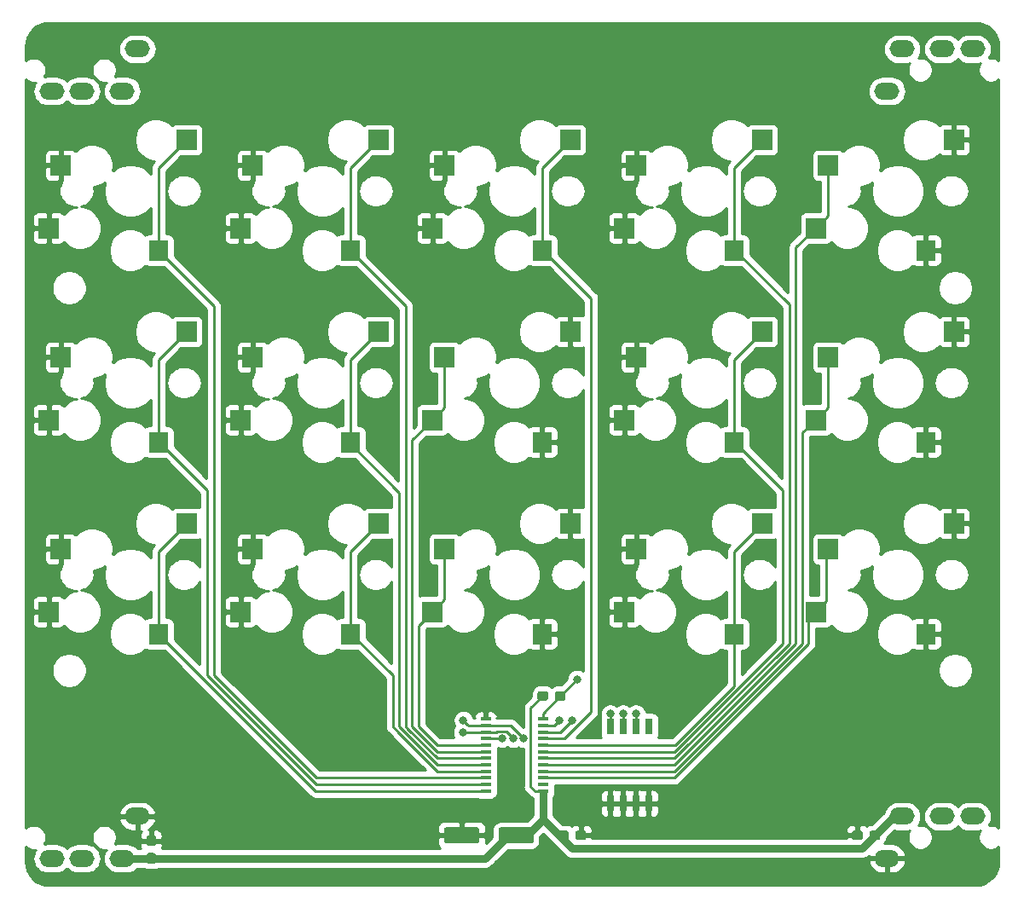
<source format=gbl>
G04 #@! TF.GenerationSoftware,KiCad,Pcbnew,(5.1.0)-1*
G04 #@! TF.CreationDate,2019-04-24T01:44:35+09:00*
G04 #@! TF.ProjectId,mithumboard,6d697468-756d-4626-9f61-72642e6b6963,rev?*
G04 #@! TF.SameCoordinates,Original*
G04 #@! TF.FileFunction,Copper,L2,Bot*
G04 #@! TF.FilePolarity,Positive*
%FSLAX46Y46*%
G04 Gerber Fmt 4.6, Leading zero omitted, Abs format (unit mm)*
G04 Created by KiCad (PCBNEW (5.1.0)-1) date 2019-04-24 01:44:35*
%MOMM*%
%LPD*%
G04 APERTURE LIST*
%ADD10R,0.760000X1.600000*%
%ADD11C,0.100000*%
%ADD12C,0.950000*%
%ADD13C,1.600000*%
%ADD14R,2.000000X2.000000*%
%ADD15R,1.900000X2.000000*%
%ADD16R,1.100000X0.400000*%
%ADD17O,2.500000X1.700000*%
%ADD18C,0.800000*%
%ADD19C,0.250000*%
%ADD20C,0.750000*%
%ADD21C,0.254000*%
G04 APERTURE END LIST*
D10*
X118745000Y-118205000D03*
X122555000Y-110585000D03*
X120015000Y-118205000D03*
X121285000Y-110585000D03*
X121285000Y-118205000D03*
X120015000Y-110585000D03*
X122555000Y-118205000D03*
X118745000Y-110585000D03*
D11*
G36*
X112338779Y-107063144D02*
G01*
X112361834Y-107066563D01*
X112384443Y-107072227D01*
X112406387Y-107080079D01*
X112427457Y-107090044D01*
X112447448Y-107102026D01*
X112466168Y-107115910D01*
X112483438Y-107131562D01*
X112499090Y-107148832D01*
X112512974Y-107167552D01*
X112524956Y-107187543D01*
X112534921Y-107208613D01*
X112542773Y-107230557D01*
X112548437Y-107253166D01*
X112551856Y-107276221D01*
X112553000Y-107299500D01*
X112553000Y-107774500D01*
X112551856Y-107797779D01*
X112548437Y-107820834D01*
X112542773Y-107843443D01*
X112534921Y-107865387D01*
X112524956Y-107886457D01*
X112512974Y-107906448D01*
X112499090Y-107925168D01*
X112483438Y-107942438D01*
X112466168Y-107958090D01*
X112447448Y-107971974D01*
X112427457Y-107983956D01*
X112406387Y-107993921D01*
X112384443Y-108001773D01*
X112361834Y-108007437D01*
X112338779Y-108010856D01*
X112315500Y-108012000D01*
X111740500Y-108012000D01*
X111717221Y-108010856D01*
X111694166Y-108007437D01*
X111671557Y-108001773D01*
X111649613Y-107993921D01*
X111628543Y-107983956D01*
X111608552Y-107971974D01*
X111589832Y-107958090D01*
X111572562Y-107942438D01*
X111556910Y-107925168D01*
X111543026Y-107906448D01*
X111531044Y-107886457D01*
X111521079Y-107865387D01*
X111513227Y-107843443D01*
X111507563Y-107820834D01*
X111504144Y-107797779D01*
X111503000Y-107774500D01*
X111503000Y-107299500D01*
X111504144Y-107276221D01*
X111507563Y-107253166D01*
X111513227Y-107230557D01*
X111521079Y-107208613D01*
X111531044Y-107187543D01*
X111543026Y-107167552D01*
X111556910Y-107148832D01*
X111572562Y-107131562D01*
X111589832Y-107115910D01*
X111608552Y-107102026D01*
X111628543Y-107090044D01*
X111649613Y-107080079D01*
X111671557Y-107072227D01*
X111694166Y-107066563D01*
X111717221Y-107063144D01*
X111740500Y-107062000D01*
X112315500Y-107062000D01*
X112338779Y-107063144D01*
X112338779Y-107063144D01*
G37*
D12*
X112028000Y-107537000D03*
D11*
G36*
X114088779Y-107063144D02*
G01*
X114111834Y-107066563D01*
X114134443Y-107072227D01*
X114156387Y-107080079D01*
X114177457Y-107090044D01*
X114197448Y-107102026D01*
X114216168Y-107115910D01*
X114233438Y-107131562D01*
X114249090Y-107148832D01*
X114262974Y-107167552D01*
X114274956Y-107187543D01*
X114284921Y-107208613D01*
X114292773Y-107230557D01*
X114298437Y-107253166D01*
X114301856Y-107276221D01*
X114303000Y-107299500D01*
X114303000Y-107774500D01*
X114301856Y-107797779D01*
X114298437Y-107820834D01*
X114292773Y-107843443D01*
X114284921Y-107865387D01*
X114274956Y-107886457D01*
X114262974Y-107906448D01*
X114249090Y-107925168D01*
X114233438Y-107942438D01*
X114216168Y-107958090D01*
X114197448Y-107971974D01*
X114177457Y-107983956D01*
X114156387Y-107993921D01*
X114134443Y-108001773D01*
X114111834Y-108007437D01*
X114088779Y-108010856D01*
X114065500Y-108012000D01*
X113490500Y-108012000D01*
X113467221Y-108010856D01*
X113444166Y-108007437D01*
X113421557Y-108001773D01*
X113399613Y-107993921D01*
X113378543Y-107983956D01*
X113358552Y-107971974D01*
X113339832Y-107958090D01*
X113322562Y-107942438D01*
X113306910Y-107925168D01*
X113293026Y-107906448D01*
X113281044Y-107886457D01*
X113271079Y-107865387D01*
X113263227Y-107843443D01*
X113257563Y-107820834D01*
X113254144Y-107797779D01*
X113253000Y-107774500D01*
X113253000Y-107299500D01*
X113254144Y-107276221D01*
X113257563Y-107253166D01*
X113263227Y-107230557D01*
X113271079Y-107208613D01*
X113281044Y-107187543D01*
X113293026Y-107167552D01*
X113306910Y-107148832D01*
X113322562Y-107131562D01*
X113339832Y-107115910D01*
X113358552Y-107102026D01*
X113378543Y-107090044D01*
X113399613Y-107080079D01*
X113421557Y-107072227D01*
X113444166Y-107066563D01*
X113467221Y-107063144D01*
X113490500Y-107062000D01*
X114065500Y-107062000D01*
X114088779Y-107063144D01*
X114088779Y-107063144D01*
G37*
D12*
X113778000Y-107537000D03*
D11*
G36*
X73412779Y-121378144D02*
G01*
X73435834Y-121381563D01*
X73458443Y-121387227D01*
X73480387Y-121395079D01*
X73501457Y-121405044D01*
X73521448Y-121417026D01*
X73540168Y-121430910D01*
X73557438Y-121446562D01*
X73573090Y-121463832D01*
X73586974Y-121482552D01*
X73598956Y-121502543D01*
X73608921Y-121523613D01*
X73616773Y-121545557D01*
X73622437Y-121568166D01*
X73625856Y-121591221D01*
X73627000Y-121614500D01*
X73627000Y-122189500D01*
X73625856Y-122212779D01*
X73622437Y-122235834D01*
X73616773Y-122258443D01*
X73608921Y-122280387D01*
X73598956Y-122301457D01*
X73586974Y-122321448D01*
X73573090Y-122340168D01*
X73557438Y-122357438D01*
X73540168Y-122373090D01*
X73521448Y-122386974D01*
X73501457Y-122398956D01*
X73480387Y-122408921D01*
X73458443Y-122416773D01*
X73435834Y-122422437D01*
X73412779Y-122425856D01*
X73389500Y-122427000D01*
X72914500Y-122427000D01*
X72891221Y-122425856D01*
X72868166Y-122422437D01*
X72845557Y-122416773D01*
X72823613Y-122408921D01*
X72802543Y-122398956D01*
X72782552Y-122386974D01*
X72763832Y-122373090D01*
X72746562Y-122357438D01*
X72730910Y-122340168D01*
X72717026Y-122321448D01*
X72705044Y-122301457D01*
X72695079Y-122280387D01*
X72687227Y-122258443D01*
X72681563Y-122235834D01*
X72678144Y-122212779D01*
X72677000Y-122189500D01*
X72677000Y-121614500D01*
X72678144Y-121591221D01*
X72681563Y-121568166D01*
X72687227Y-121545557D01*
X72695079Y-121523613D01*
X72705044Y-121502543D01*
X72717026Y-121482552D01*
X72730910Y-121463832D01*
X72746562Y-121446562D01*
X72763832Y-121430910D01*
X72782552Y-121417026D01*
X72802543Y-121405044D01*
X72823613Y-121395079D01*
X72845557Y-121387227D01*
X72868166Y-121381563D01*
X72891221Y-121378144D01*
X72914500Y-121377000D01*
X73389500Y-121377000D01*
X73412779Y-121378144D01*
X73412779Y-121378144D01*
G37*
D12*
X73152000Y-121902000D03*
D11*
G36*
X73412779Y-123128144D02*
G01*
X73435834Y-123131563D01*
X73458443Y-123137227D01*
X73480387Y-123145079D01*
X73501457Y-123155044D01*
X73521448Y-123167026D01*
X73540168Y-123180910D01*
X73557438Y-123196562D01*
X73573090Y-123213832D01*
X73586974Y-123232552D01*
X73598956Y-123252543D01*
X73608921Y-123273613D01*
X73616773Y-123295557D01*
X73622437Y-123318166D01*
X73625856Y-123341221D01*
X73627000Y-123364500D01*
X73627000Y-123939500D01*
X73625856Y-123962779D01*
X73622437Y-123985834D01*
X73616773Y-124008443D01*
X73608921Y-124030387D01*
X73598956Y-124051457D01*
X73586974Y-124071448D01*
X73573090Y-124090168D01*
X73557438Y-124107438D01*
X73540168Y-124123090D01*
X73521448Y-124136974D01*
X73501457Y-124148956D01*
X73480387Y-124158921D01*
X73458443Y-124166773D01*
X73435834Y-124172437D01*
X73412779Y-124175856D01*
X73389500Y-124177000D01*
X72914500Y-124177000D01*
X72891221Y-124175856D01*
X72868166Y-124172437D01*
X72845557Y-124166773D01*
X72823613Y-124158921D01*
X72802543Y-124148956D01*
X72782552Y-124136974D01*
X72763832Y-124123090D01*
X72746562Y-124107438D01*
X72730910Y-124090168D01*
X72717026Y-124071448D01*
X72705044Y-124051457D01*
X72695079Y-124030387D01*
X72687227Y-124008443D01*
X72681563Y-123985834D01*
X72678144Y-123962779D01*
X72677000Y-123939500D01*
X72677000Y-123364500D01*
X72678144Y-123341221D01*
X72681563Y-123318166D01*
X72687227Y-123295557D01*
X72695079Y-123273613D01*
X72705044Y-123252543D01*
X72717026Y-123232552D01*
X72730910Y-123213832D01*
X72746562Y-123196562D01*
X72763832Y-123180910D01*
X72782552Y-123167026D01*
X72802543Y-123155044D01*
X72823613Y-123145079D01*
X72845557Y-123137227D01*
X72868166Y-123131563D01*
X72891221Y-123128144D01*
X72914500Y-123127000D01*
X73389500Y-123127000D01*
X73412779Y-123128144D01*
X73412779Y-123128144D01*
G37*
D12*
X73152000Y-123652000D03*
D11*
G36*
X143580779Y-120906144D02*
G01*
X143603834Y-120909563D01*
X143626443Y-120915227D01*
X143648387Y-120923079D01*
X143669457Y-120933044D01*
X143689448Y-120945026D01*
X143708168Y-120958910D01*
X143725438Y-120974562D01*
X143741090Y-120991832D01*
X143754974Y-121010552D01*
X143766956Y-121030543D01*
X143776921Y-121051613D01*
X143784773Y-121073557D01*
X143790437Y-121096166D01*
X143793856Y-121119221D01*
X143795000Y-121142500D01*
X143795000Y-121617500D01*
X143793856Y-121640779D01*
X143790437Y-121663834D01*
X143784773Y-121686443D01*
X143776921Y-121708387D01*
X143766956Y-121729457D01*
X143754974Y-121749448D01*
X143741090Y-121768168D01*
X143725438Y-121785438D01*
X143708168Y-121801090D01*
X143689448Y-121814974D01*
X143669457Y-121826956D01*
X143648387Y-121836921D01*
X143626443Y-121844773D01*
X143603834Y-121850437D01*
X143580779Y-121853856D01*
X143557500Y-121855000D01*
X142982500Y-121855000D01*
X142959221Y-121853856D01*
X142936166Y-121850437D01*
X142913557Y-121844773D01*
X142891613Y-121836921D01*
X142870543Y-121826956D01*
X142850552Y-121814974D01*
X142831832Y-121801090D01*
X142814562Y-121785438D01*
X142798910Y-121768168D01*
X142785026Y-121749448D01*
X142773044Y-121729457D01*
X142763079Y-121708387D01*
X142755227Y-121686443D01*
X142749563Y-121663834D01*
X142746144Y-121640779D01*
X142745000Y-121617500D01*
X142745000Y-121142500D01*
X142746144Y-121119221D01*
X142749563Y-121096166D01*
X142755227Y-121073557D01*
X142763079Y-121051613D01*
X142773044Y-121030543D01*
X142785026Y-121010552D01*
X142798910Y-120991832D01*
X142814562Y-120974562D01*
X142831832Y-120958910D01*
X142850552Y-120945026D01*
X142870543Y-120933044D01*
X142891613Y-120923079D01*
X142913557Y-120915227D01*
X142936166Y-120909563D01*
X142959221Y-120906144D01*
X142982500Y-120905000D01*
X143557500Y-120905000D01*
X143580779Y-120906144D01*
X143580779Y-120906144D01*
G37*
D12*
X143270000Y-121380000D03*
D11*
G36*
X145330779Y-120906144D02*
G01*
X145353834Y-120909563D01*
X145376443Y-120915227D01*
X145398387Y-120923079D01*
X145419457Y-120933044D01*
X145439448Y-120945026D01*
X145458168Y-120958910D01*
X145475438Y-120974562D01*
X145491090Y-120991832D01*
X145504974Y-121010552D01*
X145516956Y-121030543D01*
X145526921Y-121051613D01*
X145534773Y-121073557D01*
X145540437Y-121096166D01*
X145543856Y-121119221D01*
X145545000Y-121142500D01*
X145545000Y-121617500D01*
X145543856Y-121640779D01*
X145540437Y-121663834D01*
X145534773Y-121686443D01*
X145526921Y-121708387D01*
X145516956Y-121729457D01*
X145504974Y-121749448D01*
X145491090Y-121768168D01*
X145475438Y-121785438D01*
X145458168Y-121801090D01*
X145439448Y-121814974D01*
X145419457Y-121826956D01*
X145398387Y-121836921D01*
X145376443Y-121844773D01*
X145353834Y-121850437D01*
X145330779Y-121853856D01*
X145307500Y-121855000D01*
X144732500Y-121855000D01*
X144709221Y-121853856D01*
X144686166Y-121850437D01*
X144663557Y-121844773D01*
X144641613Y-121836921D01*
X144620543Y-121826956D01*
X144600552Y-121814974D01*
X144581832Y-121801090D01*
X144564562Y-121785438D01*
X144548910Y-121768168D01*
X144535026Y-121749448D01*
X144523044Y-121729457D01*
X144513079Y-121708387D01*
X144505227Y-121686443D01*
X144499563Y-121663834D01*
X144496144Y-121640779D01*
X144495000Y-121617500D01*
X144495000Y-121142500D01*
X144496144Y-121119221D01*
X144499563Y-121096166D01*
X144505227Y-121073557D01*
X144513079Y-121051613D01*
X144523044Y-121030543D01*
X144535026Y-121010552D01*
X144548910Y-120991832D01*
X144564562Y-120974562D01*
X144581832Y-120958910D01*
X144600552Y-120945026D01*
X144620543Y-120933044D01*
X144641613Y-120923079D01*
X144663557Y-120915227D01*
X144686166Y-120909563D01*
X144709221Y-120906144D01*
X144732500Y-120905000D01*
X145307500Y-120905000D01*
X145330779Y-120906144D01*
X145330779Y-120906144D01*
G37*
D12*
X145020000Y-121380000D03*
D11*
G36*
X105504504Y-120581204D02*
G01*
X105528773Y-120584804D01*
X105552571Y-120590765D01*
X105575671Y-120599030D01*
X105597849Y-120609520D01*
X105618893Y-120622133D01*
X105638598Y-120636747D01*
X105656777Y-120653223D01*
X105673253Y-120671402D01*
X105687867Y-120691107D01*
X105700480Y-120712151D01*
X105710970Y-120734329D01*
X105719235Y-120757429D01*
X105725196Y-120781227D01*
X105728796Y-120805496D01*
X105730000Y-120830000D01*
X105730000Y-121930000D01*
X105728796Y-121954504D01*
X105725196Y-121978773D01*
X105719235Y-122002571D01*
X105710970Y-122025671D01*
X105700480Y-122047849D01*
X105687867Y-122068893D01*
X105673253Y-122088598D01*
X105656777Y-122106777D01*
X105638598Y-122123253D01*
X105618893Y-122137867D01*
X105597849Y-122150480D01*
X105575671Y-122160970D01*
X105552571Y-122169235D01*
X105528773Y-122175196D01*
X105504504Y-122178796D01*
X105480000Y-122180000D01*
X102480000Y-122180000D01*
X102455496Y-122178796D01*
X102431227Y-122175196D01*
X102407429Y-122169235D01*
X102384329Y-122160970D01*
X102362151Y-122150480D01*
X102341107Y-122137867D01*
X102321402Y-122123253D01*
X102303223Y-122106777D01*
X102286747Y-122088598D01*
X102272133Y-122068893D01*
X102259520Y-122047849D01*
X102249030Y-122025671D01*
X102240765Y-122002571D01*
X102234804Y-121978773D01*
X102231204Y-121954504D01*
X102230000Y-121930000D01*
X102230000Y-120830000D01*
X102231204Y-120805496D01*
X102234804Y-120781227D01*
X102240765Y-120757429D01*
X102249030Y-120734329D01*
X102259520Y-120712151D01*
X102272133Y-120691107D01*
X102286747Y-120671402D01*
X102303223Y-120653223D01*
X102321402Y-120636747D01*
X102341107Y-120622133D01*
X102362151Y-120609520D01*
X102384329Y-120599030D01*
X102407429Y-120590765D01*
X102431227Y-120584804D01*
X102455496Y-120581204D01*
X102480000Y-120580000D01*
X105480000Y-120580000D01*
X105504504Y-120581204D01*
X105504504Y-120581204D01*
G37*
D13*
X103980000Y-121380000D03*
D11*
G36*
X110904504Y-120581204D02*
G01*
X110928773Y-120584804D01*
X110952571Y-120590765D01*
X110975671Y-120599030D01*
X110997849Y-120609520D01*
X111018893Y-120622133D01*
X111038598Y-120636747D01*
X111056777Y-120653223D01*
X111073253Y-120671402D01*
X111087867Y-120691107D01*
X111100480Y-120712151D01*
X111110970Y-120734329D01*
X111119235Y-120757429D01*
X111125196Y-120781227D01*
X111128796Y-120805496D01*
X111130000Y-120830000D01*
X111130000Y-121930000D01*
X111128796Y-121954504D01*
X111125196Y-121978773D01*
X111119235Y-122002571D01*
X111110970Y-122025671D01*
X111100480Y-122047849D01*
X111087867Y-122068893D01*
X111073253Y-122088598D01*
X111056777Y-122106777D01*
X111038598Y-122123253D01*
X111018893Y-122137867D01*
X110997849Y-122150480D01*
X110975671Y-122160970D01*
X110952571Y-122169235D01*
X110928773Y-122175196D01*
X110904504Y-122178796D01*
X110880000Y-122180000D01*
X107880000Y-122180000D01*
X107855496Y-122178796D01*
X107831227Y-122175196D01*
X107807429Y-122169235D01*
X107784329Y-122160970D01*
X107762151Y-122150480D01*
X107741107Y-122137867D01*
X107721402Y-122123253D01*
X107703223Y-122106777D01*
X107686747Y-122088598D01*
X107672133Y-122068893D01*
X107659520Y-122047849D01*
X107649030Y-122025671D01*
X107640765Y-122002571D01*
X107634804Y-121978773D01*
X107631204Y-121954504D01*
X107630000Y-121930000D01*
X107630000Y-120830000D01*
X107631204Y-120805496D01*
X107634804Y-120781227D01*
X107640765Y-120757429D01*
X107649030Y-120734329D01*
X107659520Y-120712151D01*
X107672133Y-120691107D01*
X107686747Y-120671402D01*
X107703223Y-120653223D01*
X107721402Y-120636747D01*
X107741107Y-120622133D01*
X107762151Y-120609520D01*
X107784329Y-120599030D01*
X107807429Y-120590765D01*
X107831227Y-120584804D01*
X107855496Y-120581204D01*
X107880000Y-120580000D01*
X110880000Y-120580000D01*
X110904504Y-120581204D01*
X110904504Y-120581204D01*
G37*
D13*
X109380000Y-121380000D03*
D11*
G36*
X116120779Y-120906144D02*
G01*
X116143834Y-120909563D01*
X116166443Y-120915227D01*
X116188387Y-120923079D01*
X116209457Y-120933044D01*
X116229448Y-120945026D01*
X116248168Y-120958910D01*
X116265438Y-120974562D01*
X116281090Y-120991832D01*
X116294974Y-121010552D01*
X116306956Y-121030543D01*
X116316921Y-121051613D01*
X116324773Y-121073557D01*
X116330437Y-121096166D01*
X116333856Y-121119221D01*
X116335000Y-121142500D01*
X116335000Y-121617500D01*
X116333856Y-121640779D01*
X116330437Y-121663834D01*
X116324773Y-121686443D01*
X116316921Y-121708387D01*
X116306956Y-121729457D01*
X116294974Y-121749448D01*
X116281090Y-121768168D01*
X116265438Y-121785438D01*
X116248168Y-121801090D01*
X116229448Y-121814974D01*
X116209457Y-121826956D01*
X116188387Y-121836921D01*
X116166443Y-121844773D01*
X116143834Y-121850437D01*
X116120779Y-121853856D01*
X116097500Y-121855000D01*
X115522500Y-121855000D01*
X115499221Y-121853856D01*
X115476166Y-121850437D01*
X115453557Y-121844773D01*
X115431613Y-121836921D01*
X115410543Y-121826956D01*
X115390552Y-121814974D01*
X115371832Y-121801090D01*
X115354562Y-121785438D01*
X115338910Y-121768168D01*
X115325026Y-121749448D01*
X115313044Y-121729457D01*
X115303079Y-121708387D01*
X115295227Y-121686443D01*
X115289563Y-121663834D01*
X115286144Y-121640779D01*
X115285000Y-121617500D01*
X115285000Y-121142500D01*
X115286144Y-121119221D01*
X115289563Y-121096166D01*
X115295227Y-121073557D01*
X115303079Y-121051613D01*
X115313044Y-121030543D01*
X115325026Y-121010552D01*
X115338910Y-120991832D01*
X115354562Y-120974562D01*
X115371832Y-120958910D01*
X115390552Y-120945026D01*
X115410543Y-120933044D01*
X115431613Y-120923079D01*
X115453557Y-120915227D01*
X115476166Y-120909563D01*
X115499221Y-120906144D01*
X115522500Y-120905000D01*
X116097500Y-120905000D01*
X116120779Y-120906144D01*
X116120779Y-120906144D01*
G37*
D12*
X115810000Y-121380000D03*
D11*
G36*
X114370779Y-120906144D02*
G01*
X114393834Y-120909563D01*
X114416443Y-120915227D01*
X114438387Y-120923079D01*
X114459457Y-120933044D01*
X114479448Y-120945026D01*
X114498168Y-120958910D01*
X114515438Y-120974562D01*
X114531090Y-120991832D01*
X114544974Y-121010552D01*
X114556956Y-121030543D01*
X114566921Y-121051613D01*
X114574773Y-121073557D01*
X114580437Y-121096166D01*
X114583856Y-121119221D01*
X114585000Y-121142500D01*
X114585000Y-121617500D01*
X114583856Y-121640779D01*
X114580437Y-121663834D01*
X114574773Y-121686443D01*
X114566921Y-121708387D01*
X114556956Y-121729457D01*
X114544974Y-121749448D01*
X114531090Y-121768168D01*
X114515438Y-121785438D01*
X114498168Y-121801090D01*
X114479448Y-121814974D01*
X114459457Y-121826956D01*
X114438387Y-121836921D01*
X114416443Y-121844773D01*
X114393834Y-121850437D01*
X114370779Y-121853856D01*
X114347500Y-121855000D01*
X113772500Y-121855000D01*
X113749221Y-121853856D01*
X113726166Y-121850437D01*
X113703557Y-121844773D01*
X113681613Y-121836921D01*
X113660543Y-121826956D01*
X113640552Y-121814974D01*
X113621832Y-121801090D01*
X113604562Y-121785438D01*
X113588910Y-121768168D01*
X113575026Y-121749448D01*
X113563044Y-121729457D01*
X113553079Y-121708387D01*
X113545227Y-121686443D01*
X113539563Y-121663834D01*
X113536144Y-121640779D01*
X113535000Y-121617500D01*
X113535000Y-121142500D01*
X113536144Y-121119221D01*
X113539563Y-121096166D01*
X113545227Y-121073557D01*
X113553079Y-121051613D01*
X113563044Y-121030543D01*
X113575026Y-121010552D01*
X113588910Y-120991832D01*
X113604562Y-120974562D01*
X113621832Y-120958910D01*
X113640552Y-120945026D01*
X113660543Y-120933044D01*
X113681613Y-120923079D01*
X113703557Y-120915227D01*
X113726166Y-120909563D01*
X113749221Y-120906144D01*
X113772500Y-120905000D01*
X114347500Y-120905000D01*
X114370779Y-120906144D01*
X114370779Y-120906144D01*
G37*
D12*
X114060000Y-121380000D03*
D14*
X101075001Y-80125001D03*
D15*
X111975001Y-82325001D03*
D14*
X102275001Y-73885001D03*
X114775001Y-71345001D03*
X120125001Y-61075001D03*
D15*
X131025001Y-63275001D03*
D14*
X121325001Y-54835001D03*
X133825001Y-52295001D03*
D16*
X106370000Y-109820000D03*
X106370000Y-110470000D03*
X106370000Y-111120000D03*
X106370000Y-111770000D03*
X106370000Y-112420000D03*
X106370000Y-113070000D03*
X106370000Y-113720000D03*
X106370000Y-114370000D03*
X106370000Y-115020000D03*
X106370000Y-115670000D03*
X106370000Y-116320000D03*
X106370000Y-116970000D03*
X112070000Y-116970000D03*
X112070000Y-116320000D03*
X112070000Y-115670000D03*
X112070000Y-115020000D03*
X112070000Y-114370000D03*
X112070000Y-113720000D03*
X112070000Y-113070000D03*
X112070000Y-112420000D03*
X112070000Y-111770000D03*
X112070000Y-111120000D03*
X112070000Y-110470000D03*
X112070000Y-109820000D03*
D14*
X62975001Y-61075001D03*
D15*
X73875001Y-63275001D03*
D14*
X64175001Y-54835001D03*
X76675001Y-52295001D03*
X62975001Y-80125001D03*
D15*
X73875001Y-82325001D03*
D14*
X64175001Y-73885001D03*
X76675001Y-71345001D03*
X62975001Y-99175001D03*
D15*
X73875001Y-101375001D03*
D14*
X64175001Y-92935001D03*
X76675001Y-90395001D03*
X82025001Y-61075001D03*
D15*
X92925001Y-63275001D03*
D14*
X83225001Y-54835001D03*
X95725001Y-52295001D03*
X82025001Y-80125001D03*
D15*
X92925001Y-82325001D03*
D14*
X83225001Y-73885001D03*
X95725001Y-71345001D03*
X82025001Y-99175001D03*
D15*
X92925001Y-101375001D03*
D14*
X83225001Y-92935001D03*
X95725001Y-90395001D03*
X101075001Y-61075001D03*
D15*
X111975001Y-63275001D03*
D14*
X102275001Y-54835001D03*
X114775001Y-52295001D03*
X101075001Y-99175001D03*
D15*
X111975001Y-101375001D03*
D14*
X102275001Y-92935001D03*
X114775001Y-90395001D03*
X120125001Y-80125001D03*
D15*
X131025001Y-82325001D03*
D14*
X121325001Y-73885001D03*
X133825001Y-71345001D03*
X120125001Y-99175001D03*
D15*
X131025001Y-101375001D03*
D14*
X121325001Y-92935001D03*
X133825001Y-90395001D03*
X139175001Y-61075001D03*
D15*
X150075001Y-63275001D03*
D14*
X140375001Y-54835001D03*
X152875001Y-52295001D03*
X139175001Y-80125001D03*
D15*
X150075001Y-82325001D03*
D14*
X140375001Y-73885001D03*
X152875001Y-71345001D03*
X139175001Y-99175001D03*
D15*
X150075001Y-101375001D03*
D14*
X140375001Y-92935001D03*
X152875001Y-90395001D03*
D17*
X146225000Y-123675000D03*
X147725000Y-119475000D03*
X151725000Y-119475000D03*
X154725000Y-119475000D03*
X71780000Y-119475000D03*
X70280000Y-123675000D03*
X66280000Y-123675000D03*
X63280000Y-123675000D03*
X146225000Y-47475000D03*
X147725000Y-43275000D03*
X151725000Y-43275000D03*
X154725000Y-43275000D03*
X71780000Y-43275000D03*
X70280000Y-47475000D03*
X66280000Y-47475000D03*
X63280000Y-47475000D03*
D18*
X76200000Y-98520000D03*
X95250000Y-98520000D03*
X133350000Y-97885000D03*
X118745000Y-43275000D03*
X118745000Y-109315000D03*
X114935000Y-109950024D03*
X120015000Y-109315000D03*
X113665000Y-109950020D03*
X107975398Y-111753400D03*
X121285000Y-109315000D03*
X115443012Y-105886000D03*
X109093000Y-111728000D03*
X104114600Y-111143800D03*
X110113660Y-111723340D03*
X104140000Y-109949976D03*
D19*
X111975001Y-101765001D02*
X111975001Y-101375001D01*
X111975001Y-101375001D02*
X111975001Y-101425001D01*
X118745000Y-110585000D02*
X118745000Y-109315000D01*
X112070000Y-111120000D02*
X113765024Y-111120000D01*
X114535001Y-110350023D02*
X114935000Y-109950024D01*
X113765024Y-111120000D02*
X114535001Y-110350023D01*
X120015000Y-110585000D02*
X120015000Y-109315000D01*
X112070000Y-110470000D02*
X113145020Y-110470000D01*
X113265001Y-110350019D02*
X113665000Y-109950020D01*
X113145020Y-110470000D02*
X113265001Y-110350019D01*
X107958798Y-111770000D02*
X107975398Y-111753400D01*
X106370000Y-111770000D02*
X107958798Y-111770000D01*
X121285000Y-110585000D02*
X121285000Y-109315000D01*
X112070000Y-109245000D02*
X113778000Y-107537000D01*
X112070000Y-109820000D02*
X112070000Y-109245000D01*
X115429000Y-105886000D02*
X115443012Y-105886000D01*
X113778000Y-107537000D02*
X115429000Y-105886000D01*
X73875001Y-55095001D02*
X76675001Y-52295001D01*
X73875001Y-63275001D02*
X73875001Y-55095001D01*
X73875001Y-63325001D02*
X73875001Y-63275001D01*
X89540000Y-115670000D02*
X79375000Y-105505000D01*
X106370000Y-115670000D02*
X89540000Y-115670000D01*
X79375000Y-105505000D02*
X79375000Y-68825000D01*
X79375000Y-68825000D02*
X73875001Y-63325001D01*
X73875001Y-74145001D02*
X76675001Y-71345001D01*
X73875001Y-82325001D02*
X73875001Y-74145001D01*
X73975001Y-82325001D02*
X73875001Y-82325001D01*
X89553589Y-116320000D02*
X78740000Y-105506411D01*
X106370000Y-116320000D02*
X89553589Y-116320000D01*
X78740000Y-105506411D02*
X78740000Y-87090000D01*
X78740000Y-87090000D02*
X73975001Y-82325001D01*
X76729001Y-90395001D02*
X76675001Y-90395001D01*
X73875001Y-93195001D02*
X76675001Y-90395001D01*
X73875001Y-101375001D02*
X73875001Y-93195001D01*
X89470000Y-116970000D02*
X73875001Y-101375001D01*
X106370000Y-116970000D02*
X89470000Y-116970000D01*
X92925001Y-55095001D02*
X95725001Y-52295001D01*
X92925001Y-63275001D02*
X92925001Y-55095001D01*
X92925001Y-63302001D02*
X92925001Y-63275001D01*
X98425000Y-68802000D02*
X92925001Y-63302001D01*
X98425000Y-110585000D02*
X98425000Y-68802000D01*
X98609989Y-110769989D02*
X98425000Y-110585000D01*
X106370000Y-113720000D02*
X101557178Y-113720000D01*
X98609989Y-110772811D02*
X98609989Y-110769989D01*
X101557178Y-113720000D02*
X98609989Y-110772811D01*
X92925001Y-74145001D02*
X95725001Y-71345001D01*
X92925001Y-82325001D02*
X92925001Y-74145001D01*
X92925001Y-82479001D02*
X92925001Y-82325001D01*
X97790000Y-87344000D02*
X92925001Y-82479001D01*
X97790000Y-110586411D02*
X97790000Y-87344000D01*
X98159978Y-110956389D02*
X97790000Y-110586411D01*
X98159978Y-110959211D02*
X98159978Y-110956389D01*
X106370000Y-114370000D02*
X101570767Y-114370000D01*
X101570767Y-114370000D02*
X98159978Y-110959211D01*
X92925001Y-93195001D02*
X95725001Y-90395001D01*
X92925001Y-101375001D02*
X92925001Y-93195001D01*
X93025001Y-101375001D02*
X92925001Y-101375001D01*
X106370000Y-115020000D02*
X101584356Y-115020000D01*
X97709967Y-111145611D02*
X97709967Y-111142789D01*
X97155000Y-105505000D02*
X93025001Y-101375001D01*
X97155000Y-110587822D02*
X97155000Y-105505000D01*
X97709967Y-111142789D02*
X97155000Y-110587822D01*
X101584356Y-115020000D02*
X97709967Y-111145611D01*
X111975001Y-55095001D02*
X114775001Y-52295001D01*
X111975001Y-63275001D02*
X111975001Y-55095001D01*
X112220001Y-63275001D02*
X111975001Y-63275001D01*
X112075001Y-63275001D02*
X111975001Y-63275001D01*
X114188020Y-111770000D02*
X116840000Y-109118020D01*
X112070000Y-111770000D02*
X114188020Y-111770000D01*
X116840000Y-109118020D02*
X116840000Y-68040000D01*
X116840000Y-68040000D02*
X112075001Y-63275001D01*
X102275001Y-73885001D02*
X102275001Y-74079999D01*
X102275001Y-78925001D02*
X101075001Y-80125001D01*
X102275001Y-73885001D02*
X102275001Y-78925001D01*
X101071999Y-80125001D02*
X101075001Y-80125001D01*
X101543589Y-113070000D02*
X99060000Y-110586411D01*
X106370000Y-113070000D02*
X101543589Y-113070000D01*
X99060000Y-110586411D02*
X99060000Y-82137000D01*
X99060000Y-82137000D02*
X101071999Y-80125001D01*
X101075001Y-99400001D02*
X101075001Y-99175001D01*
X102275001Y-97975001D02*
X101075001Y-99175001D01*
X102275001Y-92935001D02*
X102275001Y-97975001D01*
X105570000Y-112420000D02*
X106370000Y-112420000D01*
X101530000Y-112420000D02*
X105570000Y-112420000D01*
X99695000Y-110585000D02*
X101530000Y-112420000D01*
X101075001Y-99175001D02*
X99695000Y-100555002D01*
X99695000Y-100555002D02*
X99695000Y-110585000D01*
X131025001Y-55095001D02*
X133825001Y-52295001D01*
X131025001Y-63275001D02*
X131025001Y-55095001D01*
X112870000Y-113720000D02*
X112070000Y-113720000D01*
X131125001Y-63275001D02*
X136525000Y-68675000D01*
X131025001Y-63275001D02*
X131125001Y-63275001D01*
X136525000Y-68675000D02*
X136525000Y-102330000D01*
X136525000Y-102330000D02*
X125135000Y-113720000D01*
X125135000Y-113720000D02*
X112870000Y-113720000D01*
X131025001Y-74145001D02*
X133825001Y-71345001D01*
X131025001Y-82325001D02*
X131025001Y-74145001D01*
X131125001Y-82325001D02*
X131025001Y-82325001D01*
X125148590Y-113070000D02*
X135890000Y-102328590D01*
X112070000Y-113070000D02*
X125148590Y-113070000D01*
X135890000Y-102328590D02*
X135890000Y-87090000D01*
X135890000Y-87090000D02*
X131125001Y-82325001D01*
X131025001Y-93195001D02*
X133825001Y-90395001D01*
X131025001Y-101375001D02*
X131025001Y-93195001D01*
X131025001Y-106557179D02*
X125162180Y-112420000D01*
X131025001Y-101375001D02*
X131025001Y-106557179D01*
X125162180Y-112420000D02*
X112870000Y-112420000D01*
X112870000Y-112420000D02*
X112070000Y-112420000D01*
X140375001Y-59875001D02*
X139175001Y-61075001D01*
X140375001Y-54835001D02*
X140375001Y-59875001D01*
X112870000Y-114370000D02*
X112070000Y-114370000D01*
X139044999Y-61075001D02*
X137160000Y-62960000D01*
X139175001Y-61075001D02*
X139044999Y-61075001D01*
X137160000Y-62960000D02*
X137160000Y-102331410D01*
X137160000Y-102331410D02*
X125121410Y-114370000D01*
X125121410Y-114370000D02*
X112870000Y-114370000D01*
X140375001Y-78925001D02*
X139175001Y-80125001D01*
X140375001Y-73885001D02*
X140375001Y-78925001D01*
X112870000Y-115020000D02*
X112070000Y-115020000D01*
X139044999Y-80125001D02*
X137795000Y-81375000D01*
X139175001Y-80125001D02*
X139044999Y-80125001D01*
X137795000Y-81375000D02*
X137795000Y-102332820D01*
X137795000Y-102332820D02*
X125107820Y-115020000D01*
X125107820Y-115020000D02*
X112870000Y-115020000D01*
X140209000Y-93101002D02*
X140375001Y-92935001D01*
X140209000Y-98141002D02*
X140209000Y-93101002D01*
X139175001Y-99175001D02*
X140209000Y-98141002D01*
X112870000Y-115670000D02*
X112070000Y-115670000D01*
X138430000Y-99920002D02*
X138430000Y-102334230D01*
X139175001Y-99175001D02*
X138430000Y-99920002D01*
X138430000Y-102334230D02*
X125094230Y-115670000D01*
X125094230Y-115670000D02*
X112870000Y-115670000D01*
X107415000Y-111120000D02*
X107506601Y-111028399D01*
X106370000Y-111120000D02*
X107415000Y-111120000D01*
X107506601Y-111028399D02*
X108393399Y-111028399D01*
X108393399Y-111028399D02*
X108693001Y-111328001D01*
X108693001Y-111328001D02*
X109093000Y-111728000D01*
X104138400Y-111120000D02*
X104114600Y-111143800D01*
X106370000Y-111120000D02*
X104138400Y-111120000D01*
X109713661Y-111323341D02*
X110113660Y-111723340D01*
X106370000Y-110470000D02*
X108860320Y-110470000D01*
X108860320Y-110470000D02*
X109713661Y-111323341D01*
X104660024Y-110470000D02*
X104539999Y-110349975D01*
X104539999Y-110349975D02*
X104140000Y-109949976D01*
X106370000Y-110470000D02*
X104660024Y-110470000D01*
D20*
X110475000Y-121380000D02*
X112070000Y-119785000D01*
X112070000Y-119785000D02*
X112077500Y-117125500D01*
D19*
X111270000Y-116970000D02*
X112070000Y-116970000D01*
X110838661Y-116538661D02*
X111270000Y-116970000D01*
X112028000Y-107537000D02*
X110838661Y-108726339D01*
X110838661Y-108726339D02*
X110838661Y-116538661D01*
D20*
X114935000Y-122650000D02*
X112070000Y-119785000D01*
X142875000Y-122650000D02*
X114935000Y-122650000D01*
X145020000Y-121380000D02*
X143750000Y-122650000D01*
X143750000Y-122650000D02*
X142875000Y-122650000D01*
X147725000Y-119475000D02*
X147320000Y-119475000D01*
X146925000Y-119475000D02*
X145020000Y-121380000D01*
X147725000Y-119475000D02*
X146925000Y-119475000D01*
X73254000Y-123675000D02*
X70280000Y-123675000D01*
X106290000Y-123675000D02*
X73254000Y-123675000D01*
X110490000Y-121380000D02*
X108585000Y-121380000D01*
X108585000Y-121380000D02*
X106290000Y-123675000D01*
D21*
G36*
X155449016Y-40732312D02*
G01*
X155880930Y-40862714D01*
X156279285Y-41074524D01*
X156628914Y-41359675D01*
X156916497Y-41707303D01*
X157131086Y-42104177D01*
X157264498Y-42535161D01*
X157315001Y-43015663D01*
X157315001Y-44418447D01*
X157312267Y-44415713D01*
X157109992Y-44280557D01*
X156885236Y-44187460D01*
X156646637Y-44140000D01*
X156403363Y-44140000D01*
X156323065Y-44155972D01*
X156365706Y-44104014D01*
X156503599Y-43846034D01*
X156588513Y-43566111D01*
X156617185Y-43275000D01*
X156588513Y-42983889D01*
X156503599Y-42703966D01*
X156365706Y-42445986D01*
X156180134Y-42219866D01*
X155954014Y-42034294D01*
X155696034Y-41896401D01*
X155416111Y-41811487D01*
X155197950Y-41790000D01*
X154252050Y-41790000D01*
X154033889Y-41811487D01*
X153753966Y-41896401D01*
X153495986Y-42034294D01*
X153269866Y-42219866D01*
X153225000Y-42274535D01*
X153180134Y-42219866D01*
X152954014Y-42034294D01*
X152696034Y-41896401D01*
X152416111Y-41811487D01*
X152197950Y-41790000D01*
X151252050Y-41790000D01*
X151033889Y-41811487D01*
X150753966Y-41896401D01*
X150495986Y-42034294D01*
X150269866Y-42219866D01*
X150084294Y-42445986D01*
X149946401Y-42703966D01*
X149861487Y-42983889D01*
X149832815Y-43275000D01*
X149861487Y-43566111D01*
X149946401Y-43846034D01*
X150084294Y-44104014D01*
X150269866Y-44330134D01*
X150495986Y-44515706D01*
X150753966Y-44653599D01*
X151033889Y-44738513D01*
X151252050Y-44760000D01*
X152197950Y-44760000D01*
X152416111Y-44738513D01*
X152696034Y-44653599D01*
X152954014Y-44515706D01*
X153180134Y-44330134D01*
X153225000Y-44275465D01*
X153269866Y-44330134D01*
X153495986Y-44515706D01*
X153753966Y-44653599D01*
X154033889Y-44738513D01*
X154252050Y-44760000D01*
X155197950Y-44760000D01*
X155416111Y-44738513D01*
X155477384Y-44719926D01*
X155430557Y-44790008D01*
X155337460Y-45014764D01*
X155290000Y-45253363D01*
X155290000Y-45496637D01*
X155337460Y-45735236D01*
X155430557Y-45959992D01*
X155565713Y-46162267D01*
X155737733Y-46334287D01*
X155940008Y-46469443D01*
X156164764Y-46562540D01*
X156403363Y-46610000D01*
X156646637Y-46610000D01*
X156885236Y-46562540D01*
X157109992Y-46469443D01*
X157312267Y-46334287D01*
X157315001Y-46331553D01*
X157315000Y-120618446D01*
X157312267Y-120615713D01*
X157109992Y-120480557D01*
X156885236Y-120387460D01*
X156646637Y-120340000D01*
X156403363Y-120340000D01*
X156323065Y-120355972D01*
X156365706Y-120304014D01*
X156503599Y-120046034D01*
X156588513Y-119766111D01*
X156617185Y-119475000D01*
X156588513Y-119183889D01*
X156503599Y-118903966D01*
X156365706Y-118645986D01*
X156180134Y-118419866D01*
X155954014Y-118234294D01*
X155696034Y-118096401D01*
X155416111Y-118011487D01*
X155197950Y-117990000D01*
X154252050Y-117990000D01*
X154033889Y-118011487D01*
X153753966Y-118096401D01*
X153495986Y-118234294D01*
X153269866Y-118419866D01*
X153225000Y-118474535D01*
X153180134Y-118419866D01*
X152954014Y-118234294D01*
X152696034Y-118096401D01*
X152416111Y-118011487D01*
X152197950Y-117990000D01*
X151252050Y-117990000D01*
X151033889Y-118011487D01*
X150753966Y-118096401D01*
X150495986Y-118234294D01*
X150269866Y-118419866D01*
X150084294Y-118645986D01*
X149946401Y-118903966D01*
X149861487Y-119183889D01*
X149832815Y-119475000D01*
X149861487Y-119766111D01*
X149946401Y-120046034D01*
X150084294Y-120304014D01*
X150269866Y-120530134D01*
X150495986Y-120715706D01*
X150753966Y-120853599D01*
X151033889Y-120938513D01*
X151252050Y-120960000D01*
X152197950Y-120960000D01*
X152416111Y-120938513D01*
X152696034Y-120853599D01*
X152954014Y-120715706D01*
X153180134Y-120530134D01*
X153225000Y-120475465D01*
X153269866Y-120530134D01*
X153495986Y-120715706D01*
X153753966Y-120853599D01*
X154033889Y-120938513D01*
X154252050Y-120960000D01*
X155197950Y-120960000D01*
X155416111Y-120938513D01*
X155477384Y-120919926D01*
X155430557Y-120990008D01*
X155337460Y-121214764D01*
X155290000Y-121453363D01*
X155290000Y-121696637D01*
X155337460Y-121935236D01*
X155430557Y-122159992D01*
X155565713Y-122362267D01*
X155737733Y-122534287D01*
X155940008Y-122669443D01*
X156164764Y-122762540D01*
X156403363Y-122810000D01*
X156646637Y-122810000D01*
X156885236Y-122762540D01*
X157109992Y-122669443D01*
X157312267Y-122534287D01*
X157315000Y-122531554D01*
X157315000Y-123966496D01*
X157267688Y-124449016D01*
X157137287Y-124880927D01*
X156925480Y-125279280D01*
X156640325Y-125628914D01*
X156292697Y-125916497D01*
X155895825Y-126131085D01*
X155464834Y-126264500D01*
X154984346Y-126315000D01*
X63033504Y-126315000D01*
X62550984Y-126267688D01*
X62119073Y-126137287D01*
X61720720Y-125925480D01*
X61371086Y-125640325D01*
X61083503Y-125292697D01*
X60868915Y-124895825D01*
X60735500Y-124464834D01*
X60685000Y-123984346D01*
X60685000Y-122526554D01*
X60692733Y-122534287D01*
X60895008Y-122669443D01*
X61119764Y-122762540D01*
X61358363Y-122810000D01*
X61601637Y-122810000D01*
X61681935Y-122794028D01*
X61639294Y-122845986D01*
X61501401Y-123103966D01*
X61416487Y-123383889D01*
X61387815Y-123675000D01*
X61416487Y-123966111D01*
X61501401Y-124246034D01*
X61639294Y-124504014D01*
X61824866Y-124730134D01*
X62050986Y-124915706D01*
X62308966Y-125053599D01*
X62588889Y-125138513D01*
X62807050Y-125160000D01*
X63752950Y-125160000D01*
X63971111Y-125138513D01*
X64251034Y-125053599D01*
X64509014Y-124915706D01*
X64735134Y-124730134D01*
X64780000Y-124675465D01*
X64824866Y-124730134D01*
X65050986Y-124915706D01*
X65308966Y-125053599D01*
X65588889Y-125138513D01*
X65807050Y-125160000D01*
X66752950Y-125160000D01*
X66971111Y-125138513D01*
X67251034Y-125053599D01*
X67509014Y-124915706D01*
X67735134Y-124730134D01*
X67920706Y-124504014D01*
X68058599Y-124246034D01*
X68143513Y-123966111D01*
X68172185Y-123675000D01*
X68143513Y-123383889D01*
X68058599Y-123103966D01*
X67920706Y-122845986D01*
X67735134Y-122619866D01*
X67509014Y-122434294D01*
X67251034Y-122296401D01*
X66971111Y-122211487D01*
X66752950Y-122190000D01*
X65807050Y-122190000D01*
X65588889Y-122211487D01*
X65308966Y-122296401D01*
X65050986Y-122434294D01*
X64824866Y-122619866D01*
X64780000Y-122674535D01*
X64735134Y-122619866D01*
X64509014Y-122434294D01*
X64251034Y-122296401D01*
X63971111Y-122211487D01*
X63752950Y-122190000D01*
X62807050Y-122190000D01*
X62588889Y-122211487D01*
X62527616Y-122230074D01*
X62574443Y-122159992D01*
X62667540Y-121935236D01*
X62715000Y-121696637D01*
X62715000Y-121453363D01*
X62667540Y-121214764D01*
X62574443Y-120990008D01*
X62439287Y-120787733D01*
X62267267Y-120615713D01*
X62064992Y-120480557D01*
X61840236Y-120387460D01*
X61601637Y-120340000D01*
X61358363Y-120340000D01*
X61119764Y-120387460D01*
X60895008Y-120480557D01*
X60692733Y-120615713D01*
X60685000Y-120623446D01*
X60685000Y-119831890D01*
X69938524Y-119831890D01*
X69959437Y-119925953D01*
X70074709Y-120194426D01*
X70240143Y-120435252D01*
X70449381Y-120639176D01*
X70694382Y-120798361D01*
X70965731Y-120906690D01*
X71253000Y-120960000D01*
X71653000Y-120960000D01*
X71653000Y-119602000D01*
X71907000Y-119602000D01*
X71907000Y-120960000D01*
X72197760Y-120960000D01*
X72146463Y-121022506D01*
X72087498Y-121132820D01*
X72051188Y-121252518D01*
X72038928Y-121377000D01*
X72042000Y-121616250D01*
X72200750Y-121775000D01*
X73025000Y-121775000D01*
X73025000Y-120900750D01*
X73279000Y-120900750D01*
X73279000Y-121775000D01*
X74103250Y-121775000D01*
X74262000Y-121616250D01*
X74265072Y-121377000D01*
X74252812Y-121252518D01*
X74216502Y-121132820D01*
X74157537Y-121022506D01*
X74078185Y-120925815D01*
X73981494Y-120846463D01*
X73871180Y-120787498D01*
X73751482Y-120751188D01*
X73627000Y-120738928D01*
X73437750Y-120742000D01*
X73279000Y-120900750D01*
X73025000Y-120900750D01*
X72900165Y-120775915D01*
X73110619Y-120639176D01*
X73171337Y-120580000D01*
X101591928Y-120580000D01*
X101595000Y-121094250D01*
X101753750Y-121253000D01*
X103853000Y-121253000D01*
X103853000Y-120103750D01*
X104107000Y-120103750D01*
X104107000Y-121253000D01*
X106206250Y-121253000D01*
X106365000Y-121094250D01*
X106368072Y-120580000D01*
X106355812Y-120455518D01*
X106319502Y-120335820D01*
X106260537Y-120225506D01*
X106181185Y-120128815D01*
X106084494Y-120049463D01*
X105974180Y-119990498D01*
X105854482Y-119954188D01*
X105730000Y-119941928D01*
X104265750Y-119945000D01*
X104107000Y-120103750D01*
X103853000Y-120103750D01*
X103694250Y-119945000D01*
X102230000Y-119941928D01*
X102105518Y-119954188D01*
X101985820Y-119990498D01*
X101875506Y-120049463D01*
X101778815Y-120128815D01*
X101699463Y-120225506D01*
X101640498Y-120335820D01*
X101604188Y-120455518D01*
X101591928Y-120580000D01*
X73171337Y-120580000D01*
X73319857Y-120435252D01*
X73485291Y-120194426D01*
X73600563Y-119925953D01*
X73621476Y-119831890D01*
X73500155Y-119602000D01*
X71907000Y-119602000D01*
X71653000Y-119602000D01*
X70059845Y-119602000D01*
X69938524Y-119831890D01*
X60685000Y-119831890D01*
X60685000Y-119118110D01*
X69938524Y-119118110D01*
X70059845Y-119348000D01*
X71653000Y-119348000D01*
X71653000Y-119328000D01*
X71907000Y-119328000D01*
X71907000Y-119348000D01*
X73500155Y-119348000D01*
X73621476Y-119118110D01*
X73600563Y-119024047D01*
X73485291Y-118755574D01*
X73319857Y-118514748D01*
X73110619Y-118310824D01*
X72865618Y-118151639D01*
X72594269Y-118043310D01*
X72307000Y-117990000D01*
X71253000Y-117990000D01*
X70965731Y-118043310D01*
X70694382Y-118151639D01*
X70449381Y-118310824D01*
X70240143Y-118514748D01*
X70074709Y-118755574D01*
X69959437Y-119024047D01*
X69938524Y-119118110D01*
X60685000Y-119118110D01*
X60685000Y-104829117D01*
X63265000Y-104829117D01*
X63265000Y-105170883D01*
X63331675Y-105506081D01*
X63462463Y-105821831D01*
X63652337Y-106105998D01*
X63894002Y-106347663D01*
X64178169Y-106537537D01*
X64493919Y-106668325D01*
X64829117Y-106735000D01*
X65170883Y-106735000D01*
X65506081Y-106668325D01*
X65821831Y-106537537D01*
X66105998Y-106347663D01*
X66347663Y-106105998D01*
X66537537Y-105821831D01*
X66668325Y-105506081D01*
X66735000Y-105170883D01*
X66735000Y-104829117D01*
X66668325Y-104493919D01*
X66537537Y-104178169D01*
X66347663Y-103894002D01*
X66105998Y-103652337D01*
X65821831Y-103462463D01*
X65506081Y-103331675D01*
X65170883Y-103265000D01*
X64829117Y-103265000D01*
X64493919Y-103331675D01*
X64178169Y-103462463D01*
X63894002Y-103652337D01*
X63652337Y-103894002D01*
X63462463Y-104178169D01*
X63331675Y-104493919D01*
X63265000Y-104829117D01*
X60685000Y-104829117D01*
X60685000Y-100175001D01*
X61336929Y-100175001D01*
X61349189Y-100299483D01*
X61385499Y-100419181D01*
X61444464Y-100529495D01*
X61523816Y-100626186D01*
X61620507Y-100705538D01*
X61730821Y-100764503D01*
X61850519Y-100800813D01*
X61975001Y-100813073D01*
X62689251Y-100810001D01*
X62848001Y-100651251D01*
X62848001Y-99302001D01*
X61498751Y-99302001D01*
X61340001Y-99460751D01*
X61336929Y-100175001D01*
X60685000Y-100175001D01*
X60685000Y-98175001D01*
X61336929Y-98175001D01*
X61340001Y-98889251D01*
X61498751Y-99048001D01*
X62848001Y-99048001D01*
X62848001Y-97698751D01*
X62689251Y-97540001D01*
X61975001Y-97536929D01*
X61850519Y-97549189D01*
X61730821Y-97585499D01*
X61620507Y-97644464D01*
X61523816Y-97723816D01*
X61444464Y-97820507D01*
X61385499Y-97930821D01*
X61349189Y-98050519D01*
X61336929Y-98175001D01*
X60685000Y-98175001D01*
X60685000Y-93935001D01*
X62536929Y-93935001D01*
X62549189Y-94059483D01*
X62585499Y-94179181D01*
X62644464Y-94289495D01*
X62723816Y-94386186D01*
X62820507Y-94465538D01*
X62930821Y-94524503D01*
X63050519Y-94560813D01*
X63175001Y-94573073D01*
X63889251Y-94570001D01*
X64048001Y-94411251D01*
X64048001Y-93062001D01*
X62698751Y-93062001D01*
X62540001Y-93220751D01*
X62536929Y-93935001D01*
X60685000Y-93935001D01*
X60685000Y-91935001D01*
X62536929Y-91935001D01*
X62540001Y-92649251D01*
X62698751Y-92808001D01*
X64048001Y-92808001D01*
X64048001Y-91458751D01*
X63889251Y-91300001D01*
X63175001Y-91296929D01*
X63050519Y-91309189D01*
X62930821Y-91345499D01*
X62820507Y-91404464D01*
X62723816Y-91483816D01*
X62644464Y-91580507D01*
X62585499Y-91690821D01*
X62549189Y-91810519D01*
X62536929Y-91935001D01*
X60685000Y-91935001D01*
X60685000Y-81125001D01*
X61336929Y-81125001D01*
X61349189Y-81249483D01*
X61385499Y-81369181D01*
X61444464Y-81479495D01*
X61523816Y-81576186D01*
X61620507Y-81655538D01*
X61730821Y-81714503D01*
X61850519Y-81750813D01*
X61975001Y-81763073D01*
X62689251Y-81760001D01*
X62848001Y-81601251D01*
X62848001Y-80252001D01*
X61498751Y-80252001D01*
X61340001Y-80410751D01*
X61336929Y-81125001D01*
X60685000Y-81125001D01*
X60685000Y-79125001D01*
X61336929Y-79125001D01*
X61340001Y-79839251D01*
X61498751Y-79998001D01*
X62848001Y-79998001D01*
X62848001Y-78648751D01*
X62689251Y-78490001D01*
X61975001Y-78486929D01*
X61850519Y-78499189D01*
X61730821Y-78535499D01*
X61620507Y-78594464D01*
X61523816Y-78673816D01*
X61444464Y-78770507D01*
X61385499Y-78880821D01*
X61349189Y-79000519D01*
X61336929Y-79125001D01*
X60685000Y-79125001D01*
X60685000Y-74885001D01*
X62536929Y-74885001D01*
X62549189Y-75009483D01*
X62585499Y-75129181D01*
X62644464Y-75239495D01*
X62723816Y-75336186D01*
X62820507Y-75415538D01*
X62930821Y-75474503D01*
X63050519Y-75510813D01*
X63175001Y-75523073D01*
X63889251Y-75520001D01*
X64048001Y-75361251D01*
X64048001Y-74012001D01*
X62698751Y-74012001D01*
X62540001Y-74170751D01*
X62536929Y-74885001D01*
X60685000Y-74885001D01*
X60685000Y-72885001D01*
X62536929Y-72885001D01*
X62540001Y-73599251D01*
X62698751Y-73758001D01*
X64048001Y-73758001D01*
X64048001Y-72408751D01*
X63889251Y-72250001D01*
X63175001Y-72246929D01*
X63050519Y-72259189D01*
X62930821Y-72295499D01*
X62820507Y-72354464D01*
X62723816Y-72433816D01*
X62644464Y-72530507D01*
X62585499Y-72640821D01*
X62549189Y-72760519D01*
X62536929Y-72885001D01*
X60685000Y-72885001D01*
X60685000Y-66829117D01*
X63265000Y-66829117D01*
X63265000Y-67170883D01*
X63331675Y-67506081D01*
X63462463Y-67821831D01*
X63652337Y-68105998D01*
X63894002Y-68347663D01*
X64178169Y-68537537D01*
X64493919Y-68668325D01*
X64829117Y-68735000D01*
X65170883Y-68735000D01*
X65506081Y-68668325D01*
X65821831Y-68537537D01*
X66105998Y-68347663D01*
X66347663Y-68105998D01*
X66537537Y-67821831D01*
X66668325Y-67506081D01*
X66735000Y-67170883D01*
X66735000Y-66829117D01*
X66668325Y-66493919D01*
X66537537Y-66178169D01*
X66347663Y-65894002D01*
X66105998Y-65652337D01*
X65821831Y-65462463D01*
X65506081Y-65331675D01*
X65170883Y-65265000D01*
X64829117Y-65265000D01*
X64493919Y-65331675D01*
X64178169Y-65462463D01*
X63894002Y-65652337D01*
X63652337Y-65894002D01*
X63462463Y-66178169D01*
X63331675Y-66493919D01*
X63265000Y-66829117D01*
X60685000Y-66829117D01*
X60685000Y-62075001D01*
X61336929Y-62075001D01*
X61349189Y-62199483D01*
X61385499Y-62319181D01*
X61444464Y-62429495D01*
X61523816Y-62526186D01*
X61620507Y-62605538D01*
X61730821Y-62664503D01*
X61850519Y-62700813D01*
X61975001Y-62713073D01*
X62689251Y-62710001D01*
X62848001Y-62551251D01*
X62848001Y-61202001D01*
X61498751Y-61202001D01*
X61340001Y-61360751D01*
X61336929Y-62075001D01*
X60685000Y-62075001D01*
X60685000Y-60075001D01*
X61336929Y-60075001D01*
X61340001Y-60789251D01*
X61498751Y-60948001D01*
X62848001Y-60948001D01*
X62848001Y-59598751D01*
X63102001Y-59598751D01*
X63102001Y-60948001D01*
X63122001Y-60948001D01*
X63122001Y-61202001D01*
X63102001Y-61202001D01*
X63102001Y-62551251D01*
X63260751Y-62710001D01*
X63975001Y-62713073D01*
X64099483Y-62700813D01*
X64219181Y-62664503D01*
X64329495Y-62605538D01*
X64426186Y-62526186D01*
X64462541Y-62481887D01*
X64714018Y-62733364D01*
X65063699Y-62967013D01*
X65452245Y-63127954D01*
X65864722Y-63210001D01*
X66285280Y-63210001D01*
X66697757Y-63127954D01*
X67086303Y-62967013D01*
X67435984Y-62733364D01*
X67733364Y-62435984D01*
X67967013Y-62086303D01*
X68127954Y-61697757D01*
X68210001Y-61285280D01*
X68210001Y-60864722D01*
X68127954Y-60452245D01*
X67967013Y-60063699D01*
X67733364Y-59714018D01*
X67435984Y-59416638D01*
X67086303Y-59182989D01*
X66697757Y-59022048D01*
X66285280Y-58940001D01*
X66180926Y-58940001D01*
X66210715Y-58937067D01*
X66509489Y-58846435D01*
X66784840Y-58699257D01*
X67026188Y-58501188D01*
X67224257Y-58259840D01*
X67371435Y-57984489D01*
X67462067Y-57685715D01*
X67492670Y-57375001D01*
X67462067Y-57064287D01*
X67433466Y-56970001D01*
X67475280Y-56970001D01*
X67887757Y-56887954D01*
X68276303Y-56727013D01*
X68573579Y-56528380D01*
X68541262Y-56606400D01*
X68440001Y-57115476D01*
X68440001Y-57634526D01*
X68541262Y-58143602D01*
X68739894Y-58623142D01*
X69028263Y-59054716D01*
X69395286Y-59421739D01*
X69826860Y-59710108D01*
X70306400Y-59908740D01*
X70815476Y-60010001D01*
X71334526Y-60010001D01*
X71843602Y-59908740D01*
X72323142Y-59710108D01*
X72754716Y-59421739D01*
X73115002Y-59061453D01*
X73115001Y-61636929D01*
X72925001Y-61636929D01*
X72800519Y-61649189D01*
X72680821Y-61685499D01*
X72570507Y-61744464D01*
X72566829Y-61747483D01*
X72435984Y-61616638D01*
X72086303Y-61382989D01*
X71697757Y-61222048D01*
X71285280Y-61140001D01*
X70864722Y-61140001D01*
X70452245Y-61222048D01*
X70063699Y-61382989D01*
X69714018Y-61616638D01*
X69416638Y-61914018D01*
X69182989Y-62263699D01*
X69022048Y-62652245D01*
X68940001Y-63064722D01*
X68940001Y-63485280D01*
X69022048Y-63897757D01*
X69182989Y-64286303D01*
X69416638Y-64635984D01*
X69714018Y-64933364D01*
X70063699Y-65167013D01*
X70452245Y-65327954D01*
X70864722Y-65410001D01*
X71285280Y-65410001D01*
X71697757Y-65327954D01*
X72086303Y-65167013D01*
X72435984Y-64933364D01*
X72566829Y-64802519D01*
X72570507Y-64805538D01*
X72680821Y-64864503D01*
X72800519Y-64900813D01*
X72925001Y-64913073D01*
X74388272Y-64913073D01*
X78615001Y-69139803D01*
X78615001Y-85890199D01*
X75463073Y-82738272D01*
X75463073Y-81325001D01*
X75450813Y-81200519D01*
X75414503Y-81080821D01*
X75355538Y-80970507D01*
X75276186Y-80873816D01*
X75179495Y-80794464D01*
X75069181Y-80735499D01*
X74949483Y-80699189D01*
X74825001Y-80686929D01*
X74635001Y-80686929D01*
X74635001Y-76425001D01*
X74657332Y-76425001D01*
X74687935Y-76735715D01*
X74778567Y-77034489D01*
X74925745Y-77309840D01*
X75123814Y-77551188D01*
X75365162Y-77749257D01*
X75640513Y-77896435D01*
X75939287Y-77987067D01*
X76172137Y-78010001D01*
X76647865Y-78010001D01*
X76880715Y-77987067D01*
X77179489Y-77896435D01*
X77454840Y-77749257D01*
X77696188Y-77551188D01*
X77894257Y-77309840D01*
X78041435Y-77034489D01*
X78132067Y-76735715D01*
X78162670Y-76425001D01*
X78132067Y-76114287D01*
X78041435Y-75815513D01*
X77894257Y-75540162D01*
X77696188Y-75298814D01*
X77454840Y-75100745D01*
X77179489Y-74953567D01*
X76880715Y-74862935D01*
X76647865Y-74840001D01*
X76172137Y-74840001D01*
X75939287Y-74862935D01*
X75640513Y-74953567D01*
X75365162Y-75100745D01*
X75123814Y-75298814D01*
X74925745Y-75540162D01*
X74778567Y-75815513D01*
X74687935Y-76114287D01*
X74657332Y-76425001D01*
X74635001Y-76425001D01*
X74635001Y-74459802D01*
X76111731Y-72983073D01*
X77675001Y-72983073D01*
X77799483Y-72970813D01*
X77919181Y-72934503D01*
X78029495Y-72875538D01*
X78126186Y-72796186D01*
X78205538Y-72699495D01*
X78264503Y-72589181D01*
X78300813Y-72469483D01*
X78313073Y-72345001D01*
X78313073Y-70345001D01*
X78300813Y-70220519D01*
X78264503Y-70100821D01*
X78205538Y-69990507D01*
X78126186Y-69893816D01*
X78029495Y-69814464D01*
X77919181Y-69755499D01*
X77799483Y-69719189D01*
X77675001Y-69706929D01*
X75675001Y-69706929D01*
X75550519Y-69719189D01*
X75430821Y-69755499D01*
X75320507Y-69814464D01*
X75223816Y-69893816D01*
X75205491Y-69916145D01*
X74975984Y-69686638D01*
X74626303Y-69452989D01*
X74237757Y-69292048D01*
X73825280Y-69210001D01*
X73404722Y-69210001D01*
X72992245Y-69292048D01*
X72603699Y-69452989D01*
X72254018Y-69686638D01*
X71956638Y-69984018D01*
X71722989Y-70333699D01*
X71562048Y-70722245D01*
X71480001Y-71134722D01*
X71480001Y-71555280D01*
X71562048Y-71967757D01*
X71722989Y-72356303D01*
X71956638Y-72705984D01*
X72254018Y-73003364D01*
X72603699Y-73237013D01*
X72992245Y-73397954D01*
X73404722Y-73480001D01*
X73465200Y-73480001D01*
X73363999Y-73581202D01*
X73335001Y-73605000D01*
X73311203Y-73633998D01*
X73311202Y-73633999D01*
X73240027Y-73720725D01*
X73169455Y-73852755D01*
X73139181Y-73952559D01*
X73125999Y-73996015D01*
X73116753Y-74089894D01*
X73111325Y-74145001D01*
X73115002Y-74182333D01*
X73115002Y-74738549D01*
X72754716Y-74378263D01*
X72323142Y-74089894D01*
X71843602Y-73891262D01*
X71334526Y-73790001D01*
X70815476Y-73790001D01*
X70306400Y-73891262D01*
X69826860Y-74089894D01*
X69395286Y-74378263D01*
X69330906Y-74442643D01*
X69400001Y-74095280D01*
X69400001Y-73674722D01*
X69317954Y-73262245D01*
X69157013Y-72873699D01*
X68923364Y-72524018D01*
X68625984Y-72226638D01*
X68276303Y-71992989D01*
X67887757Y-71832048D01*
X67475280Y-71750001D01*
X67054722Y-71750001D01*
X66642245Y-71832048D01*
X66253699Y-71992989D01*
X65904018Y-72226638D01*
X65658034Y-72472622D01*
X65626186Y-72433816D01*
X65529495Y-72354464D01*
X65419181Y-72295499D01*
X65299483Y-72259189D01*
X65175001Y-72246929D01*
X64460751Y-72250001D01*
X64302001Y-72408751D01*
X64302001Y-73758001D01*
X64322001Y-73758001D01*
X64322001Y-74012001D01*
X64302001Y-74012001D01*
X64302001Y-75361251D01*
X64357240Y-75416490D01*
X64255745Y-75540162D01*
X64108567Y-75815513D01*
X64017935Y-76114287D01*
X63987332Y-76425001D01*
X64017935Y-76735715D01*
X64108567Y-77034489D01*
X64255745Y-77309840D01*
X64453814Y-77551188D01*
X64695162Y-77749257D01*
X64970513Y-77896435D01*
X65269287Y-77987067D01*
X65502137Y-78010001D01*
X65764175Y-78010001D01*
X65452245Y-78072048D01*
X65063699Y-78232989D01*
X64714018Y-78466638D01*
X64462541Y-78718115D01*
X64426186Y-78673816D01*
X64329495Y-78594464D01*
X64219181Y-78535499D01*
X64099483Y-78499189D01*
X63975001Y-78486929D01*
X63260751Y-78490001D01*
X63102001Y-78648751D01*
X63102001Y-79998001D01*
X63122001Y-79998001D01*
X63122001Y-80252001D01*
X63102001Y-80252001D01*
X63102001Y-81601251D01*
X63260751Y-81760001D01*
X63975001Y-81763073D01*
X64099483Y-81750813D01*
X64219181Y-81714503D01*
X64329495Y-81655538D01*
X64426186Y-81576186D01*
X64462541Y-81531887D01*
X64714018Y-81783364D01*
X65063699Y-82017013D01*
X65452245Y-82177954D01*
X65864722Y-82260001D01*
X66285280Y-82260001D01*
X66697757Y-82177954D01*
X67086303Y-82017013D01*
X67435984Y-81783364D01*
X67733364Y-81485984D01*
X67967013Y-81136303D01*
X68127954Y-80747757D01*
X68210001Y-80335280D01*
X68210001Y-79914722D01*
X68127954Y-79502245D01*
X67967013Y-79113699D01*
X67733364Y-78764018D01*
X67435984Y-78466638D01*
X67086303Y-78232989D01*
X66697757Y-78072048D01*
X66285280Y-77990001D01*
X66180926Y-77990001D01*
X66210715Y-77987067D01*
X66509489Y-77896435D01*
X66784840Y-77749257D01*
X67026188Y-77551188D01*
X67224257Y-77309840D01*
X67371435Y-77034489D01*
X67462067Y-76735715D01*
X67492670Y-76425001D01*
X67462067Y-76114287D01*
X67433466Y-76020001D01*
X67475280Y-76020001D01*
X67887757Y-75937954D01*
X68276303Y-75777013D01*
X68573579Y-75578380D01*
X68541262Y-75656400D01*
X68440001Y-76165476D01*
X68440001Y-76684526D01*
X68541262Y-77193602D01*
X68739894Y-77673142D01*
X69028263Y-78104716D01*
X69395286Y-78471739D01*
X69826860Y-78760108D01*
X70306400Y-78958740D01*
X70815476Y-79060001D01*
X71334526Y-79060001D01*
X71843602Y-78958740D01*
X72323142Y-78760108D01*
X72754716Y-78471739D01*
X73115002Y-78111453D01*
X73115001Y-80686929D01*
X72925001Y-80686929D01*
X72800519Y-80699189D01*
X72680821Y-80735499D01*
X72570507Y-80794464D01*
X72566829Y-80797483D01*
X72435984Y-80666638D01*
X72086303Y-80432989D01*
X71697757Y-80272048D01*
X71285280Y-80190001D01*
X70864722Y-80190001D01*
X70452245Y-80272048D01*
X70063699Y-80432989D01*
X69714018Y-80666638D01*
X69416638Y-80964018D01*
X69182989Y-81313699D01*
X69022048Y-81702245D01*
X68940001Y-82114722D01*
X68940001Y-82535280D01*
X69022048Y-82947757D01*
X69182989Y-83336303D01*
X69416638Y-83685984D01*
X69714018Y-83983364D01*
X70063699Y-84217013D01*
X70452245Y-84377954D01*
X70864722Y-84460001D01*
X71285280Y-84460001D01*
X71697757Y-84377954D01*
X72086303Y-84217013D01*
X72435984Y-83983364D01*
X72566829Y-83852519D01*
X72570507Y-83855538D01*
X72680821Y-83914503D01*
X72800519Y-83950813D01*
X72925001Y-83963073D01*
X74538272Y-83963073D01*
X77980001Y-87404803D01*
X77980001Y-88838008D01*
X77919181Y-88805499D01*
X77799483Y-88769189D01*
X77675001Y-88756929D01*
X75675001Y-88756929D01*
X75550519Y-88769189D01*
X75430821Y-88805499D01*
X75320507Y-88864464D01*
X75223816Y-88943816D01*
X75205491Y-88966145D01*
X74975984Y-88736638D01*
X74626303Y-88502989D01*
X74237757Y-88342048D01*
X73825280Y-88260001D01*
X73404722Y-88260001D01*
X72992245Y-88342048D01*
X72603699Y-88502989D01*
X72254018Y-88736638D01*
X71956638Y-89034018D01*
X71722989Y-89383699D01*
X71562048Y-89772245D01*
X71480001Y-90184722D01*
X71480001Y-90605280D01*
X71562048Y-91017757D01*
X71722989Y-91406303D01*
X71956638Y-91755984D01*
X72254018Y-92053364D01*
X72603699Y-92287013D01*
X72992245Y-92447954D01*
X73404722Y-92530001D01*
X73465200Y-92530001D01*
X73363999Y-92631202D01*
X73335001Y-92655000D01*
X73311203Y-92683998D01*
X73311202Y-92683999D01*
X73240027Y-92770725D01*
X73169455Y-92902755D01*
X73154512Y-92952017D01*
X73125999Y-93046015D01*
X73124260Y-93063669D01*
X73111325Y-93195001D01*
X73115002Y-93232333D01*
X73115002Y-93788549D01*
X72754716Y-93428263D01*
X72323142Y-93139894D01*
X71843602Y-92941262D01*
X71334526Y-92840001D01*
X70815476Y-92840001D01*
X70306400Y-92941262D01*
X69826860Y-93139894D01*
X69395286Y-93428263D01*
X69330906Y-93492643D01*
X69400001Y-93145280D01*
X69400001Y-92724722D01*
X69317954Y-92312245D01*
X69157013Y-91923699D01*
X68923364Y-91574018D01*
X68625984Y-91276638D01*
X68276303Y-91042989D01*
X67887757Y-90882048D01*
X67475280Y-90800001D01*
X67054722Y-90800001D01*
X66642245Y-90882048D01*
X66253699Y-91042989D01*
X65904018Y-91276638D01*
X65658034Y-91522622D01*
X65626186Y-91483816D01*
X65529495Y-91404464D01*
X65419181Y-91345499D01*
X65299483Y-91309189D01*
X65175001Y-91296929D01*
X64460751Y-91300001D01*
X64302001Y-91458751D01*
X64302001Y-92808001D01*
X64322001Y-92808001D01*
X64322001Y-93062001D01*
X64302001Y-93062001D01*
X64302001Y-94411251D01*
X64357240Y-94466490D01*
X64255745Y-94590162D01*
X64108567Y-94865513D01*
X64017935Y-95164287D01*
X63987332Y-95475001D01*
X64017935Y-95785715D01*
X64108567Y-96084489D01*
X64255745Y-96359840D01*
X64453814Y-96601188D01*
X64695162Y-96799257D01*
X64970513Y-96946435D01*
X65269287Y-97037067D01*
X65502137Y-97060001D01*
X65764175Y-97060001D01*
X65452245Y-97122048D01*
X65063699Y-97282989D01*
X64714018Y-97516638D01*
X64462541Y-97768115D01*
X64426186Y-97723816D01*
X64329495Y-97644464D01*
X64219181Y-97585499D01*
X64099483Y-97549189D01*
X63975001Y-97536929D01*
X63260751Y-97540001D01*
X63102001Y-97698751D01*
X63102001Y-99048001D01*
X63122001Y-99048001D01*
X63122001Y-99302001D01*
X63102001Y-99302001D01*
X63102001Y-100651251D01*
X63260751Y-100810001D01*
X63975001Y-100813073D01*
X64099483Y-100800813D01*
X64219181Y-100764503D01*
X64329495Y-100705538D01*
X64426186Y-100626186D01*
X64462541Y-100581887D01*
X64714018Y-100833364D01*
X65063699Y-101067013D01*
X65452245Y-101227954D01*
X65864722Y-101310001D01*
X66285280Y-101310001D01*
X66697757Y-101227954D01*
X67086303Y-101067013D01*
X67435984Y-100833364D01*
X67733364Y-100535984D01*
X67967013Y-100186303D01*
X68127954Y-99797757D01*
X68210001Y-99385280D01*
X68210001Y-98964722D01*
X68127954Y-98552245D01*
X67967013Y-98163699D01*
X67733364Y-97814018D01*
X67435984Y-97516638D01*
X67086303Y-97282989D01*
X66697757Y-97122048D01*
X66285280Y-97040001D01*
X66180926Y-97040001D01*
X66210715Y-97037067D01*
X66509489Y-96946435D01*
X66784840Y-96799257D01*
X67026188Y-96601188D01*
X67224257Y-96359840D01*
X67371435Y-96084489D01*
X67462067Y-95785715D01*
X67492670Y-95475001D01*
X67462067Y-95164287D01*
X67433466Y-95070001D01*
X67475280Y-95070001D01*
X67887757Y-94987954D01*
X68276303Y-94827013D01*
X68573579Y-94628380D01*
X68541262Y-94706400D01*
X68440001Y-95215476D01*
X68440001Y-95734526D01*
X68541262Y-96243602D01*
X68739894Y-96723142D01*
X69028263Y-97154716D01*
X69395286Y-97521739D01*
X69826860Y-97810108D01*
X70306400Y-98008740D01*
X70815476Y-98110001D01*
X71334526Y-98110001D01*
X71843602Y-98008740D01*
X72323142Y-97810108D01*
X72754716Y-97521739D01*
X73115002Y-97161453D01*
X73115001Y-99736929D01*
X72925001Y-99736929D01*
X72800519Y-99749189D01*
X72680821Y-99785499D01*
X72570507Y-99844464D01*
X72566829Y-99847483D01*
X72435984Y-99716638D01*
X72086303Y-99482989D01*
X71697757Y-99322048D01*
X71285280Y-99240001D01*
X70864722Y-99240001D01*
X70452245Y-99322048D01*
X70063699Y-99482989D01*
X69714018Y-99716638D01*
X69416638Y-100014018D01*
X69182989Y-100363699D01*
X69022048Y-100752245D01*
X68940001Y-101164722D01*
X68940001Y-101585280D01*
X69022048Y-101997757D01*
X69182989Y-102386303D01*
X69416638Y-102735984D01*
X69714018Y-103033364D01*
X70063699Y-103267013D01*
X70452245Y-103427954D01*
X70864722Y-103510001D01*
X71285280Y-103510001D01*
X71697757Y-103427954D01*
X72086303Y-103267013D01*
X72435984Y-103033364D01*
X72566829Y-102902519D01*
X72570507Y-102905538D01*
X72680821Y-102964503D01*
X72800519Y-103000813D01*
X72925001Y-103013073D01*
X74438272Y-103013073D01*
X88906201Y-117481003D01*
X88929999Y-117510001D01*
X88958997Y-117533799D01*
X89045723Y-117604974D01*
X89177751Y-117675545D01*
X89177753Y-117675546D01*
X89321014Y-117719003D01*
X89432667Y-117730000D01*
X89432676Y-117730000D01*
X89469999Y-117733676D01*
X89507322Y-117730000D01*
X105520627Y-117730000D01*
X105575820Y-117759502D01*
X105695518Y-117795812D01*
X105820000Y-117808072D01*
X106920000Y-117808072D01*
X107044482Y-117795812D01*
X107164180Y-117759502D01*
X107274494Y-117700537D01*
X107371185Y-117621185D01*
X107450537Y-117524494D01*
X107509502Y-117414180D01*
X107545812Y-117294482D01*
X107558072Y-117170000D01*
X107558072Y-116770000D01*
X107545812Y-116645518D01*
X107545655Y-116645000D01*
X107545812Y-116644482D01*
X107558072Y-116520000D01*
X107558072Y-116120000D01*
X107545812Y-115995518D01*
X107545655Y-115995000D01*
X107545812Y-115994482D01*
X107558072Y-115870000D01*
X107558072Y-115470000D01*
X107545812Y-115345518D01*
X107545655Y-115345000D01*
X107545812Y-115344482D01*
X107558072Y-115220000D01*
X107558072Y-114820000D01*
X107545812Y-114695518D01*
X107545655Y-114695000D01*
X107545812Y-114694482D01*
X107558072Y-114570000D01*
X107558072Y-114170000D01*
X107545812Y-114045518D01*
X107545655Y-114045000D01*
X107545812Y-114044482D01*
X107558072Y-113920000D01*
X107558072Y-113520000D01*
X107545812Y-113395518D01*
X107545655Y-113395000D01*
X107545812Y-113394482D01*
X107558072Y-113270000D01*
X107558072Y-112870000D01*
X107545812Y-112745518D01*
X107545655Y-112745000D01*
X107545812Y-112744482D01*
X107550425Y-112697646D01*
X107673500Y-112748626D01*
X107873459Y-112788400D01*
X108077337Y-112788400D01*
X108277296Y-112748626D01*
X108465654Y-112670605D01*
X108553206Y-112612105D01*
X108602744Y-112645205D01*
X108791102Y-112723226D01*
X108991061Y-112763000D01*
X109194939Y-112763000D01*
X109394898Y-112723226D01*
X109583256Y-112645205D01*
X109606817Y-112629462D01*
X109623404Y-112640545D01*
X109811762Y-112718566D01*
X110011721Y-112758340D01*
X110078662Y-112758340D01*
X110078662Y-116501329D01*
X110074985Y-116538661D01*
X110089659Y-116687646D01*
X110133115Y-116830907D01*
X110203687Y-116962937D01*
X110274862Y-117049663D01*
X110298661Y-117078662D01*
X110327659Y-117102460D01*
X110706200Y-117481002D01*
X110729999Y-117510001D01*
X110845724Y-117604974D01*
X110977753Y-117675546D01*
X111065870Y-117702275D01*
X111061180Y-119365464D01*
X110484717Y-119941928D01*
X107880000Y-119941928D01*
X107706746Y-119958992D01*
X107540150Y-120009528D01*
X107386614Y-120091595D01*
X107252038Y-120202038D01*
X107141595Y-120336614D01*
X107059528Y-120490150D01*
X107008992Y-120656746D01*
X106991928Y-120830000D01*
X106991928Y-121544717D01*
X106368004Y-122168641D01*
X106365000Y-121665750D01*
X106206250Y-121507000D01*
X104107000Y-121507000D01*
X104107000Y-121527000D01*
X103853000Y-121527000D01*
X103853000Y-121507000D01*
X101753750Y-121507000D01*
X101595000Y-121665750D01*
X101591928Y-122180000D01*
X101604188Y-122304482D01*
X101640498Y-122424180D01*
X101699463Y-122534494D01*
X101778815Y-122631185D01*
X101820019Y-122665000D01*
X74218377Y-122665000D01*
X74252812Y-122551482D01*
X74265072Y-122427000D01*
X74262000Y-122187750D01*
X74103250Y-122029000D01*
X73279000Y-122029000D01*
X73279000Y-122049000D01*
X73025000Y-122049000D01*
X73025000Y-122029000D01*
X72200750Y-122029000D01*
X72042000Y-122187750D01*
X72038928Y-122427000D01*
X72051188Y-122551482D01*
X72085623Y-122665000D01*
X71772175Y-122665000D01*
X71735134Y-122619866D01*
X71509014Y-122434294D01*
X71251034Y-122296401D01*
X70971111Y-122211487D01*
X70752950Y-122190000D01*
X69807050Y-122190000D01*
X69588889Y-122211487D01*
X69527616Y-122230074D01*
X69574443Y-122159992D01*
X69667540Y-121935236D01*
X69715000Y-121696637D01*
X69715000Y-121453363D01*
X69667540Y-121214764D01*
X69574443Y-120990008D01*
X69439287Y-120787733D01*
X69267267Y-120615713D01*
X69064992Y-120480557D01*
X68840236Y-120387460D01*
X68601637Y-120340000D01*
X68358363Y-120340000D01*
X68119764Y-120387460D01*
X67895008Y-120480557D01*
X67692733Y-120615713D01*
X67520713Y-120787733D01*
X67385557Y-120990008D01*
X67292460Y-121214764D01*
X67245000Y-121453363D01*
X67245000Y-121696637D01*
X67292460Y-121935236D01*
X67385557Y-122159992D01*
X67520713Y-122362267D01*
X67692733Y-122534287D01*
X67895008Y-122669443D01*
X68119764Y-122762540D01*
X68358363Y-122810000D01*
X68601637Y-122810000D01*
X68681935Y-122794028D01*
X68639294Y-122845986D01*
X68501401Y-123103966D01*
X68416487Y-123383889D01*
X68387815Y-123675000D01*
X68416487Y-123966111D01*
X68501401Y-124246034D01*
X68639294Y-124504014D01*
X68824866Y-124730134D01*
X69050986Y-124915706D01*
X69308966Y-125053599D01*
X69588889Y-125138513D01*
X69807050Y-125160000D01*
X70752950Y-125160000D01*
X70971111Y-125138513D01*
X71251034Y-125053599D01*
X71509014Y-124915706D01*
X71735134Y-124730134D01*
X71772175Y-124685000D01*
X72460776Y-124685000D01*
X72579433Y-124748423D01*
X72743684Y-124798248D01*
X72914500Y-124815072D01*
X73389500Y-124815072D01*
X73560316Y-124798248D01*
X73724567Y-124748423D01*
X73843224Y-124685000D01*
X106240392Y-124685000D01*
X106290000Y-124689886D01*
X106487994Y-124670385D01*
X106538161Y-124655167D01*
X106678380Y-124612632D01*
X106853840Y-124518847D01*
X107007633Y-124392633D01*
X107039261Y-124354094D01*
X107361465Y-124031890D01*
X144383524Y-124031890D01*
X144404437Y-124125953D01*
X144519709Y-124394426D01*
X144685143Y-124635252D01*
X144894381Y-124839176D01*
X145139382Y-124998361D01*
X145410731Y-125106690D01*
X145698000Y-125160000D01*
X146098000Y-125160000D01*
X146098000Y-123802000D01*
X146352000Y-123802000D01*
X146352000Y-125160000D01*
X146752000Y-125160000D01*
X147039269Y-125106690D01*
X147310618Y-124998361D01*
X147555619Y-124839176D01*
X147764857Y-124635252D01*
X147930291Y-124394426D01*
X148045563Y-124125953D01*
X148066476Y-124031890D01*
X147945155Y-123802000D01*
X146352000Y-123802000D01*
X146098000Y-123802000D01*
X144504845Y-123802000D01*
X144383524Y-124031890D01*
X107361465Y-124031890D01*
X108575283Y-122818072D01*
X110880000Y-122818072D01*
X111053254Y-122801008D01*
X111219850Y-122750472D01*
X111373386Y-122668405D01*
X111507962Y-122557962D01*
X111618405Y-122423386D01*
X111700472Y-122269850D01*
X111751008Y-122103254D01*
X111768072Y-121930000D01*
X111768072Y-121515283D01*
X112070000Y-121213355D01*
X114185744Y-123329100D01*
X114217367Y-123367633D01*
X114371160Y-123493847D01*
X114494346Y-123559691D01*
X114546620Y-123587632D01*
X114737005Y-123645385D01*
X114935000Y-123664886D01*
X114984608Y-123660000D01*
X143700392Y-123660000D01*
X143750000Y-123664886D01*
X143947994Y-123645385D01*
X144035168Y-123618941D01*
X144138380Y-123587632D01*
X144313840Y-123493847D01*
X144427179Y-123400832D01*
X144504845Y-123548000D01*
X146098000Y-123548000D01*
X146098000Y-123528000D01*
X146352000Y-123528000D01*
X146352000Y-123548000D01*
X147945155Y-123548000D01*
X148066476Y-123318110D01*
X148045563Y-123224047D01*
X147930291Y-122955574D01*
X147764857Y-122714748D01*
X147555619Y-122510824D01*
X147310618Y-122351639D01*
X147039269Y-122243310D01*
X146752000Y-122190000D01*
X145964886Y-122190000D01*
X146035512Y-122103942D01*
X146116423Y-121952567D01*
X146166248Y-121788316D01*
X146180037Y-121648319D01*
X146923369Y-120904987D01*
X147033889Y-120938513D01*
X147252050Y-120960000D01*
X148197950Y-120960000D01*
X148416111Y-120938513D01*
X148477384Y-120919926D01*
X148430557Y-120990008D01*
X148337460Y-121214764D01*
X148290000Y-121453363D01*
X148290000Y-121696637D01*
X148337460Y-121935236D01*
X148430557Y-122159992D01*
X148565713Y-122362267D01*
X148737733Y-122534287D01*
X148940008Y-122669443D01*
X149164764Y-122762540D01*
X149403363Y-122810000D01*
X149646637Y-122810000D01*
X149885236Y-122762540D01*
X150109992Y-122669443D01*
X150312267Y-122534287D01*
X150484287Y-122362267D01*
X150619443Y-122159992D01*
X150712540Y-121935236D01*
X150760000Y-121696637D01*
X150760000Y-121453363D01*
X150712540Y-121214764D01*
X150619443Y-120990008D01*
X150484287Y-120787733D01*
X150312267Y-120615713D01*
X150109992Y-120480557D01*
X149885236Y-120387460D01*
X149646637Y-120340000D01*
X149403363Y-120340000D01*
X149323065Y-120355972D01*
X149365706Y-120304014D01*
X149503599Y-120046034D01*
X149588513Y-119766111D01*
X149617185Y-119475000D01*
X149588513Y-119183889D01*
X149503599Y-118903966D01*
X149365706Y-118645986D01*
X149180134Y-118419866D01*
X148954014Y-118234294D01*
X148696034Y-118096401D01*
X148416111Y-118011487D01*
X148197950Y-117990000D01*
X147252050Y-117990000D01*
X147033889Y-118011487D01*
X146753966Y-118096401D01*
X146495986Y-118234294D01*
X146269866Y-118419866D01*
X146084294Y-118645986D01*
X145946401Y-118903966D01*
X145893593Y-119078052D01*
X144701681Y-120269963D01*
X144561684Y-120283752D01*
X144397433Y-120333577D01*
X144246058Y-120414488D01*
X144222161Y-120434099D01*
X144149494Y-120374463D01*
X144039180Y-120315498D01*
X143919482Y-120279188D01*
X143795000Y-120266928D01*
X143555750Y-120270000D01*
X143397000Y-120428750D01*
X143397000Y-121253000D01*
X143417000Y-121253000D01*
X143417000Y-121507000D01*
X143397000Y-121507000D01*
X143397000Y-121527000D01*
X143143000Y-121527000D01*
X143143000Y-121507000D01*
X142268750Y-121507000D01*
X142135750Y-121640000D01*
X116944250Y-121640000D01*
X116811250Y-121507000D01*
X115937000Y-121507000D01*
X115937000Y-121527000D01*
X115683000Y-121527000D01*
X115683000Y-121507000D01*
X115663000Y-121507000D01*
X115663000Y-121253000D01*
X115683000Y-121253000D01*
X115683000Y-120428750D01*
X115937000Y-120428750D01*
X115937000Y-121253000D01*
X116811250Y-121253000D01*
X116970000Y-121094250D01*
X116973072Y-120905000D01*
X142106928Y-120905000D01*
X142110000Y-121094250D01*
X142268750Y-121253000D01*
X143143000Y-121253000D01*
X143143000Y-120428750D01*
X142984250Y-120270000D01*
X142745000Y-120266928D01*
X142620518Y-120279188D01*
X142500820Y-120315498D01*
X142390506Y-120374463D01*
X142293815Y-120453815D01*
X142214463Y-120550506D01*
X142155498Y-120660820D01*
X142119188Y-120780518D01*
X142106928Y-120905000D01*
X116973072Y-120905000D01*
X116960812Y-120780518D01*
X116924502Y-120660820D01*
X116865537Y-120550506D01*
X116786185Y-120453815D01*
X116689494Y-120374463D01*
X116579180Y-120315498D01*
X116459482Y-120279188D01*
X116335000Y-120266928D01*
X116095750Y-120270000D01*
X115937000Y-120428750D01*
X115683000Y-120428750D01*
X115524250Y-120270000D01*
X115285000Y-120266928D01*
X115160518Y-120279188D01*
X115040820Y-120315498D01*
X114930506Y-120374463D01*
X114857839Y-120434099D01*
X114833942Y-120414488D01*
X114682567Y-120333577D01*
X114518316Y-120283752D01*
X114347500Y-120266928D01*
X113980283Y-120266928D01*
X113081180Y-119367825D01*
X113082203Y-119005000D01*
X117726928Y-119005000D01*
X117739188Y-119129482D01*
X117775498Y-119249180D01*
X117834463Y-119359494D01*
X117913815Y-119456185D01*
X118010506Y-119535537D01*
X118120820Y-119594502D01*
X118240518Y-119630812D01*
X118365000Y-119643072D01*
X118459250Y-119640000D01*
X118618000Y-119481250D01*
X118618000Y-118332000D01*
X118872000Y-118332000D01*
X118872000Y-119481250D01*
X119030750Y-119640000D01*
X119125000Y-119643072D01*
X119249482Y-119630812D01*
X119369180Y-119594502D01*
X119380000Y-119588718D01*
X119390820Y-119594502D01*
X119510518Y-119630812D01*
X119635000Y-119643072D01*
X119729250Y-119640000D01*
X119888000Y-119481250D01*
X119888000Y-118332000D01*
X120142000Y-118332000D01*
X120142000Y-119481250D01*
X120300750Y-119640000D01*
X120395000Y-119643072D01*
X120519482Y-119630812D01*
X120639180Y-119594502D01*
X120650000Y-119588718D01*
X120660820Y-119594502D01*
X120780518Y-119630812D01*
X120905000Y-119643072D01*
X120999250Y-119640000D01*
X121158000Y-119481250D01*
X121158000Y-118332000D01*
X121412000Y-118332000D01*
X121412000Y-119481250D01*
X121570750Y-119640000D01*
X121665000Y-119643072D01*
X121789482Y-119630812D01*
X121909180Y-119594502D01*
X121920000Y-119588718D01*
X121930820Y-119594502D01*
X122050518Y-119630812D01*
X122175000Y-119643072D01*
X122269250Y-119640000D01*
X122428000Y-119481250D01*
X122428000Y-118332000D01*
X122682000Y-118332000D01*
X122682000Y-119481250D01*
X122840750Y-119640000D01*
X122935000Y-119643072D01*
X123059482Y-119630812D01*
X123179180Y-119594502D01*
X123289494Y-119535537D01*
X123386185Y-119456185D01*
X123465537Y-119359494D01*
X123524502Y-119249180D01*
X123560812Y-119129482D01*
X123573072Y-119005000D01*
X123570000Y-118490750D01*
X123411250Y-118332000D01*
X122682000Y-118332000D01*
X122428000Y-118332000D01*
X121412000Y-118332000D01*
X121158000Y-118332000D01*
X120142000Y-118332000D01*
X119888000Y-118332000D01*
X118872000Y-118332000D01*
X118618000Y-118332000D01*
X117888750Y-118332000D01*
X117730000Y-118490750D01*
X117726928Y-119005000D01*
X113082203Y-119005000D01*
X113086157Y-117602942D01*
X113150537Y-117524494D01*
X113209502Y-117414180D01*
X113212286Y-117405000D01*
X117726928Y-117405000D01*
X117730000Y-117919250D01*
X117888750Y-118078000D01*
X118618000Y-118078000D01*
X118618000Y-116928750D01*
X118872000Y-116928750D01*
X118872000Y-118078000D01*
X119888000Y-118078000D01*
X119888000Y-116928750D01*
X120142000Y-116928750D01*
X120142000Y-118078000D01*
X121158000Y-118078000D01*
X121158000Y-116928750D01*
X121412000Y-116928750D01*
X121412000Y-118078000D01*
X122428000Y-118078000D01*
X122428000Y-116928750D01*
X122682000Y-116928750D01*
X122682000Y-118078000D01*
X123411250Y-118078000D01*
X123570000Y-117919250D01*
X123573072Y-117405000D01*
X123560812Y-117280518D01*
X123524502Y-117160820D01*
X123465537Y-117050506D01*
X123386185Y-116953815D01*
X123289494Y-116874463D01*
X123179180Y-116815498D01*
X123059482Y-116779188D01*
X122935000Y-116766928D01*
X122840750Y-116770000D01*
X122682000Y-116928750D01*
X122428000Y-116928750D01*
X122269250Y-116770000D01*
X122175000Y-116766928D01*
X122050518Y-116779188D01*
X121930820Y-116815498D01*
X121920000Y-116821282D01*
X121909180Y-116815498D01*
X121789482Y-116779188D01*
X121665000Y-116766928D01*
X121570750Y-116770000D01*
X121412000Y-116928750D01*
X121158000Y-116928750D01*
X120999250Y-116770000D01*
X120905000Y-116766928D01*
X120780518Y-116779188D01*
X120660820Y-116815498D01*
X120650000Y-116821282D01*
X120639180Y-116815498D01*
X120519482Y-116779188D01*
X120395000Y-116766928D01*
X120300750Y-116770000D01*
X120142000Y-116928750D01*
X119888000Y-116928750D01*
X119729250Y-116770000D01*
X119635000Y-116766928D01*
X119510518Y-116779188D01*
X119390820Y-116815498D01*
X119380000Y-116821282D01*
X119369180Y-116815498D01*
X119249482Y-116779188D01*
X119125000Y-116766928D01*
X119030750Y-116770000D01*
X118872000Y-116928750D01*
X118618000Y-116928750D01*
X118459250Y-116770000D01*
X118365000Y-116766928D01*
X118240518Y-116779188D01*
X118120820Y-116815498D01*
X118010506Y-116874463D01*
X117913815Y-116953815D01*
X117834463Y-117050506D01*
X117775498Y-117160820D01*
X117739188Y-117280518D01*
X117726928Y-117405000D01*
X113212286Y-117405000D01*
X113245812Y-117294482D01*
X113258072Y-117170000D01*
X113258072Y-116770000D01*
X113245812Y-116645518D01*
X113245655Y-116645000D01*
X113245812Y-116644482D01*
X113258072Y-116520000D01*
X113258072Y-116430000D01*
X125056908Y-116430000D01*
X125094230Y-116433676D01*
X125131552Y-116430000D01*
X125131563Y-116430000D01*
X125243216Y-116419003D01*
X125386477Y-116375546D01*
X125518506Y-116304974D01*
X125634231Y-116210001D01*
X125658034Y-116180997D01*
X137009914Y-104829117D01*
X151265000Y-104829117D01*
X151265000Y-105170883D01*
X151331675Y-105506081D01*
X151462463Y-105821831D01*
X151652337Y-106105998D01*
X151894002Y-106347663D01*
X152178169Y-106537537D01*
X152493919Y-106668325D01*
X152829117Y-106735000D01*
X153170883Y-106735000D01*
X153506081Y-106668325D01*
X153821831Y-106537537D01*
X154105998Y-106347663D01*
X154347663Y-106105998D01*
X154537537Y-105821831D01*
X154668325Y-105506081D01*
X154735000Y-105170883D01*
X154735000Y-104829117D01*
X154668325Y-104493919D01*
X154537537Y-104178169D01*
X154347663Y-103894002D01*
X154105998Y-103652337D01*
X153821831Y-103462463D01*
X153506081Y-103331675D01*
X153170883Y-103265000D01*
X152829117Y-103265000D01*
X152493919Y-103331675D01*
X152178169Y-103462463D01*
X151894002Y-103652337D01*
X151652337Y-103894002D01*
X151462463Y-104178169D01*
X151331675Y-104493919D01*
X151265000Y-104829117D01*
X137009914Y-104829117D01*
X138941003Y-102898029D01*
X138970001Y-102874231D01*
X139064974Y-102758506D01*
X139135546Y-102626477D01*
X139179003Y-102483216D01*
X139190000Y-102371563D01*
X139190000Y-102371555D01*
X139193676Y-102334230D01*
X139190000Y-102296905D01*
X139190000Y-100813073D01*
X140175001Y-100813073D01*
X140299483Y-100800813D01*
X140419181Y-100764503D01*
X140529495Y-100705538D01*
X140626186Y-100626186D01*
X140662541Y-100581887D01*
X140914018Y-100833364D01*
X141263699Y-101067013D01*
X141652245Y-101227954D01*
X142064722Y-101310001D01*
X142485280Y-101310001D01*
X142897757Y-101227954D01*
X143050412Y-101164722D01*
X145140001Y-101164722D01*
X145140001Y-101585280D01*
X145222048Y-101997757D01*
X145382989Y-102386303D01*
X145616638Y-102735984D01*
X145914018Y-103033364D01*
X146263699Y-103267013D01*
X146652245Y-103427954D01*
X147064722Y-103510001D01*
X147485280Y-103510001D01*
X147897757Y-103427954D01*
X148286303Y-103267013D01*
X148635984Y-103033364D01*
X148766829Y-102902519D01*
X148770507Y-102905538D01*
X148880821Y-102964503D01*
X149000519Y-103000813D01*
X149125001Y-103013073D01*
X149789251Y-103010001D01*
X149948001Y-102851251D01*
X149948001Y-101502001D01*
X150202001Y-101502001D01*
X150202001Y-102851251D01*
X150360751Y-103010001D01*
X151025001Y-103013073D01*
X151149483Y-103000813D01*
X151269181Y-102964503D01*
X151379495Y-102905538D01*
X151476186Y-102826186D01*
X151555538Y-102729495D01*
X151614503Y-102619181D01*
X151650813Y-102499483D01*
X151663073Y-102375001D01*
X151660001Y-101660751D01*
X151501251Y-101502001D01*
X150202001Y-101502001D01*
X149948001Y-101502001D01*
X149928001Y-101502001D01*
X149928001Y-101248001D01*
X149948001Y-101248001D01*
X149948001Y-99898751D01*
X150202001Y-99898751D01*
X150202001Y-101248001D01*
X151501251Y-101248001D01*
X151660001Y-101089251D01*
X151663073Y-100375001D01*
X151650813Y-100250519D01*
X151614503Y-100130821D01*
X151555538Y-100020507D01*
X151476186Y-99923816D01*
X151379495Y-99844464D01*
X151269181Y-99785499D01*
X151149483Y-99749189D01*
X151025001Y-99736929D01*
X150360751Y-99740001D01*
X150202001Y-99898751D01*
X149948001Y-99898751D01*
X149789251Y-99740001D01*
X149125001Y-99736929D01*
X149000519Y-99749189D01*
X148880821Y-99785499D01*
X148770507Y-99844464D01*
X148766829Y-99847483D01*
X148635984Y-99716638D01*
X148286303Y-99482989D01*
X147897757Y-99322048D01*
X147485280Y-99240001D01*
X147064722Y-99240001D01*
X146652245Y-99322048D01*
X146263699Y-99482989D01*
X145914018Y-99716638D01*
X145616638Y-100014018D01*
X145382989Y-100363699D01*
X145222048Y-100752245D01*
X145140001Y-101164722D01*
X143050412Y-101164722D01*
X143286303Y-101067013D01*
X143635984Y-100833364D01*
X143933364Y-100535984D01*
X144167013Y-100186303D01*
X144327954Y-99797757D01*
X144410001Y-99385280D01*
X144410001Y-98964722D01*
X144327954Y-98552245D01*
X144167013Y-98163699D01*
X143933364Y-97814018D01*
X143635984Y-97516638D01*
X143286303Y-97282989D01*
X142897757Y-97122048D01*
X142485280Y-97040001D01*
X142380926Y-97040001D01*
X142410715Y-97037067D01*
X142709489Y-96946435D01*
X142984840Y-96799257D01*
X143226188Y-96601188D01*
X143424257Y-96359840D01*
X143571435Y-96084489D01*
X143662067Y-95785715D01*
X143692670Y-95475001D01*
X143662067Y-95164287D01*
X143633466Y-95070001D01*
X143675280Y-95070001D01*
X144087757Y-94987954D01*
X144476303Y-94827013D01*
X144773579Y-94628380D01*
X144741262Y-94706400D01*
X144640001Y-95215476D01*
X144640001Y-95734526D01*
X144741262Y-96243602D01*
X144939894Y-96723142D01*
X145228263Y-97154716D01*
X145595286Y-97521739D01*
X146026860Y-97810108D01*
X146506400Y-98008740D01*
X147015476Y-98110001D01*
X147534526Y-98110001D01*
X148043602Y-98008740D01*
X148523142Y-97810108D01*
X148954716Y-97521739D01*
X149321739Y-97154716D01*
X149610108Y-96723142D01*
X149808740Y-96243602D01*
X149910001Y-95734526D01*
X149910001Y-95475001D01*
X150857332Y-95475001D01*
X150887935Y-95785715D01*
X150978567Y-96084489D01*
X151125745Y-96359840D01*
X151323814Y-96601188D01*
X151565162Y-96799257D01*
X151840513Y-96946435D01*
X152139287Y-97037067D01*
X152372137Y-97060001D01*
X152847865Y-97060001D01*
X153080715Y-97037067D01*
X153379489Y-96946435D01*
X153654840Y-96799257D01*
X153896188Y-96601188D01*
X154094257Y-96359840D01*
X154241435Y-96084489D01*
X154332067Y-95785715D01*
X154362670Y-95475001D01*
X154332067Y-95164287D01*
X154241435Y-94865513D01*
X154094257Y-94590162D01*
X153896188Y-94348814D01*
X153654840Y-94150745D01*
X153379489Y-94003567D01*
X153080715Y-93912935D01*
X152847865Y-93890001D01*
X152372137Y-93890001D01*
X152139287Y-93912935D01*
X151840513Y-94003567D01*
X151565162Y-94150745D01*
X151323814Y-94348814D01*
X151125745Y-94590162D01*
X150978567Y-94865513D01*
X150887935Y-95164287D01*
X150857332Y-95475001D01*
X149910001Y-95475001D01*
X149910001Y-95215476D01*
X149808740Y-94706400D01*
X149610108Y-94226860D01*
X149321739Y-93795286D01*
X148954716Y-93428263D01*
X148523142Y-93139894D01*
X148043602Y-92941262D01*
X147534526Y-92840001D01*
X147015476Y-92840001D01*
X146506400Y-92941262D01*
X146026860Y-93139894D01*
X145595286Y-93428263D01*
X145530906Y-93492643D01*
X145600001Y-93145280D01*
X145600001Y-92724722D01*
X145517954Y-92312245D01*
X145357013Y-91923699D01*
X145123364Y-91574018D01*
X144825984Y-91276638D01*
X144476303Y-91042989D01*
X144087757Y-90882048D01*
X143675280Y-90800001D01*
X143254722Y-90800001D01*
X142842245Y-90882048D01*
X142453699Y-91042989D01*
X142104018Y-91276638D01*
X141858034Y-91522622D01*
X141826186Y-91483816D01*
X141729495Y-91404464D01*
X141619181Y-91345499D01*
X141499483Y-91309189D01*
X141375001Y-91296929D01*
X139375001Y-91296929D01*
X139250519Y-91309189D01*
X139130821Y-91345499D01*
X139020507Y-91404464D01*
X138923816Y-91483816D01*
X138844464Y-91580507D01*
X138785499Y-91690821D01*
X138749189Y-91810519D01*
X138736929Y-91935001D01*
X138736929Y-93935001D01*
X138749189Y-94059483D01*
X138785499Y-94179181D01*
X138844464Y-94289495D01*
X138923816Y-94386186D01*
X139020507Y-94465538D01*
X139130821Y-94524503D01*
X139250519Y-94560813D01*
X139375001Y-94573073D01*
X139449001Y-94573073D01*
X139449000Y-97536929D01*
X138555000Y-97536929D01*
X138555000Y-90184722D01*
X147680001Y-90184722D01*
X147680001Y-90605280D01*
X147762048Y-91017757D01*
X147922989Y-91406303D01*
X148156638Y-91755984D01*
X148454018Y-92053364D01*
X148803699Y-92287013D01*
X149192245Y-92447954D01*
X149604722Y-92530001D01*
X150025280Y-92530001D01*
X150437757Y-92447954D01*
X150826303Y-92287013D01*
X151175984Y-92053364D01*
X151405491Y-91823857D01*
X151423816Y-91846186D01*
X151520507Y-91925538D01*
X151630821Y-91984503D01*
X151750519Y-92020813D01*
X151875001Y-92033073D01*
X152589251Y-92030001D01*
X152748001Y-91871251D01*
X152748001Y-90522001D01*
X153002001Y-90522001D01*
X153002001Y-91871251D01*
X153160751Y-92030001D01*
X153875001Y-92033073D01*
X153999483Y-92020813D01*
X154119181Y-91984503D01*
X154229495Y-91925538D01*
X154326186Y-91846186D01*
X154405538Y-91749495D01*
X154464503Y-91639181D01*
X154500813Y-91519483D01*
X154513073Y-91395001D01*
X154510001Y-90680751D01*
X154351251Y-90522001D01*
X153002001Y-90522001D01*
X152748001Y-90522001D01*
X152728001Y-90522001D01*
X152728001Y-90268001D01*
X152748001Y-90268001D01*
X152748001Y-88918751D01*
X153002001Y-88918751D01*
X153002001Y-90268001D01*
X154351251Y-90268001D01*
X154510001Y-90109251D01*
X154513073Y-89395001D01*
X154500813Y-89270519D01*
X154464503Y-89150821D01*
X154405538Y-89040507D01*
X154326186Y-88943816D01*
X154229495Y-88864464D01*
X154119181Y-88805499D01*
X153999483Y-88769189D01*
X153875001Y-88756929D01*
X153160751Y-88760001D01*
X153002001Y-88918751D01*
X152748001Y-88918751D01*
X152589251Y-88760001D01*
X151875001Y-88756929D01*
X151750519Y-88769189D01*
X151630821Y-88805499D01*
X151520507Y-88864464D01*
X151423816Y-88943816D01*
X151405491Y-88966145D01*
X151175984Y-88736638D01*
X150826303Y-88502989D01*
X150437757Y-88342048D01*
X150025280Y-88260001D01*
X149604722Y-88260001D01*
X149192245Y-88342048D01*
X148803699Y-88502989D01*
X148454018Y-88736638D01*
X148156638Y-89034018D01*
X147922989Y-89383699D01*
X147762048Y-89772245D01*
X147680001Y-90184722D01*
X138555000Y-90184722D01*
X138555000Y-81763073D01*
X140175001Y-81763073D01*
X140299483Y-81750813D01*
X140419181Y-81714503D01*
X140529495Y-81655538D01*
X140626186Y-81576186D01*
X140662541Y-81531887D01*
X140914018Y-81783364D01*
X141263699Y-82017013D01*
X141652245Y-82177954D01*
X142064722Y-82260001D01*
X142485280Y-82260001D01*
X142897757Y-82177954D01*
X143050412Y-82114722D01*
X145140001Y-82114722D01*
X145140001Y-82535280D01*
X145222048Y-82947757D01*
X145382989Y-83336303D01*
X145616638Y-83685984D01*
X145914018Y-83983364D01*
X146263699Y-84217013D01*
X146652245Y-84377954D01*
X147064722Y-84460001D01*
X147485280Y-84460001D01*
X147897757Y-84377954D01*
X148286303Y-84217013D01*
X148635984Y-83983364D01*
X148766829Y-83852519D01*
X148770507Y-83855538D01*
X148880821Y-83914503D01*
X149000519Y-83950813D01*
X149125001Y-83963073D01*
X149789251Y-83960001D01*
X149948001Y-83801251D01*
X149948001Y-82452001D01*
X150202001Y-82452001D01*
X150202001Y-83801251D01*
X150360751Y-83960001D01*
X151025001Y-83963073D01*
X151149483Y-83950813D01*
X151269181Y-83914503D01*
X151379495Y-83855538D01*
X151476186Y-83776186D01*
X151555538Y-83679495D01*
X151614503Y-83569181D01*
X151650813Y-83449483D01*
X151663073Y-83325001D01*
X151660001Y-82610751D01*
X151501251Y-82452001D01*
X150202001Y-82452001D01*
X149948001Y-82452001D01*
X149928001Y-82452001D01*
X149928001Y-82198001D01*
X149948001Y-82198001D01*
X149948001Y-80848751D01*
X150202001Y-80848751D01*
X150202001Y-82198001D01*
X151501251Y-82198001D01*
X151660001Y-82039251D01*
X151663073Y-81325001D01*
X151650813Y-81200519D01*
X151614503Y-81080821D01*
X151555538Y-80970507D01*
X151476186Y-80873816D01*
X151379495Y-80794464D01*
X151269181Y-80735499D01*
X151149483Y-80699189D01*
X151025001Y-80686929D01*
X150360751Y-80690001D01*
X150202001Y-80848751D01*
X149948001Y-80848751D01*
X149789251Y-80690001D01*
X149125001Y-80686929D01*
X149000519Y-80699189D01*
X148880821Y-80735499D01*
X148770507Y-80794464D01*
X148766829Y-80797483D01*
X148635984Y-80666638D01*
X148286303Y-80432989D01*
X147897757Y-80272048D01*
X147485280Y-80190001D01*
X147064722Y-80190001D01*
X146652245Y-80272048D01*
X146263699Y-80432989D01*
X145914018Y-80666638D01*
X145616638Y-80964018D01*
X145382989Y-81313699D01*
X145222048Y-81702245D01*
X145140001Y-82114722D01*
X143050412Y-82114722D01*
X143286303Y-82017013D01*
X143635984Y-81783364D01*
X143933364Y-81485984D01*
X144167013Y-81136303D01*
X144327954Y-80747757D01*
X144410001Y-80335280D01*
X144410001Y-79914722D01*
X144327954Y-79502245D01*
X144167013Y-79113699D01*
X143933364Y-78764018D01*
X143635984Y-78466638D01*
X143286303Y-78232989D01*
X142897757Y-78072048D01*
X142485280Y-77990001D01*
X142380926Y-77990001D01*
X142410715Y-77987067D01*
X142709489Y-77896435D01*
X142984840Y-77749257D01*
X143226188Y-77551188D01*
X143424257Y-77309840D01*
X143571435Y-77034489D01*
X143662067Y-76735715D01*
X143692670Y-76425001D01*
X143662067Y-76114287D01*
X143633466Y-76020001D01*
X143675280Y-76020001D01*
X144087757Y-75937954D01*
X144476303Y-75777013D01*
X144773579Y-75578380D01*
X144741262Y-75656400D01*
X144640001Y-76165476D01*
X144640001Y-76684526D01*
X144741262Y-77193602D01*
X144939894Y-77673142D01*
X145228263Y-78104716D01*
X145595286Y-78471739D01*
X146026860Y-78760108D01*
X146506400Y-78958740D01*
X147015476Y-79060001D01*
X147534526Y-79060001D01*
X148043602Y-78958740D01*
X148523142Y-78760108D01*
X148954716Y-78471739D01*
X149321739Y-78104716D01*
X149610108Y-77673142D01*
X149808740Y-77193602D01*
X149910001Y-76684526D01*
X149910001Y-76425001D01*
X150857332Y-76425001D01*
X150887935Y-76735715D01*
X150978567Y-77034489D01*
X151125745Y-77309840D01*
X151323814Y-77551188D01*
X151565162Y-77749257D01*
X151840513Y-77896435D01*
X152139287Y-77987067D01*
X152372137Y-78010001D01*
X152847865Y-78010001D01*
X153080715Y-77987067D01*
X153379489Y-77896435D01*
X153654840Y-77749257D01*
X153896188Y-77551188D01*
X154094257Y-77309840D01*
X154241435Y-77034489D01*
X154332067Y-76735715D01*
X154362670Y-76425001D01*
X154332067Y-76114287D01*
X154241435Y-75815513D01*
X154094257Y-75540162D01*
X153896188Y-75298814D01*
X153654840Y-75100745D01*
X153379489Y-74953567D01*
X153080715Y-74862935D01*
X152847865Y-74840001D01*
X152372137Y-74840001D01*
X152139287Y-74862935D01*
X151840513Y-74953567D01*
X151565162Y-75100745D01*
X151323814Y-75298814D01*
X151125745Y-75540162D01*
X150978567Y-75815513D01*
X150887935Y-76114287D01*
X150857332Y-76425001D01*
X149910001Y-76425001D01*
X149910001Y-76165476D01*
X149808740Y-75656400D01*
X149610108Y-75176860D01*
X149321739Y-74745286D01*
X148954716Y-74378263D01*
X148523142Y-74089894D01*
X148043602Y-73891262D01*
X147534526Y-73790001D01*
X147015476Y-73790001D01*
X146506400Y-73891262D01*
X146026860Y-74089894D01*
X145595286Y-74378263D01*
X145530906Y-74442643D01*
X145600001Y-74095280D01*
X145600001Y-73674722D01*
X145517954Y-73262245D01*
X145357013Y-72873699D01*
X145123364Y-72524018D01*
X144825984Y-72226638D01*
X144476303Y-71992989D01*
X144087757Y-71832048D01*
X143675280Y-71750001D01*
X143254722Y-71750001D01*
X142842245Y-71832048D01*
X142453699Y-71992989D01*
X142104018Y-72226638D01*
X141858034Y-72472622D01*
X141826186Y-72433816D01*
X141729495Y-72354464D01*
X141619181Y-72295499D01*
X141499483Y-72259189D01*
X141375001Y-72246929D01*
X139375001Y-72246929D01*
X139250519Y-72259189D01*
X139130821Y-72295499D01*
X139020507Y-72354464D01*
X138923816Y-72433816D01*
X138844464Y-72530507D01*
X138785499Y-72640821D01*
X138749189Y-72760519D01*
X138736929Y-72885001D01*
X138736929Y-74885001D01*
X138749189Y-75009483D01*
X138785499Y-75129181D01*
X138844464Y-75239495D01*
X138923816Y-75336186D01*
X139020507Y-75415538D01*
X139130821Y-75474503D01*
X139250519Y-75510813D01*
X139375001Y-75523073D01*
X139615001Y-75523073D01*
X139615002Y-78486929D01*
X138175001Y-78486929D01*
X138050519Y-78499189D01*
X137930821Y-78535499D01*
X137920000Y-78541283D01*
X137920000Y-71134722D01*
X147680001Y-71134722D01*
X147680001Y-71555280D01*
X147762048Y-71967757D01*
X147922989Y-72356303D01*
X148156638Y-72705984D01*
X148454018Y-73003364D01*
X148803699Y-73237013D01*
X149192245Y-73397954D01*
X149604722Y-73480001D01*
X150025280Y-73480001D01*
X150437757Y-73397954D01*
X150826303Y-73237013D01*
X151175984Y-73003364D01*
X151405491Y-72773857D01*
X151423816Y-72796186D01*
X151520507Y-72875538D01*
X151630821Y-72934503D01*
X151750519Y-72970813D01*
X151875001Y-72983073D01*
X152589251Y-72980001D01*
X152748001Y-72821251D01*
X152748001Y-71472001D01*
X153002001Y-71472001D01*
X153002001Y-72821251D01*
X153160751Y-72980001D01*
X153875001Y-72983073D01*
X153999483Y-72970813D01*
X154119181Y-72934503D01*
X154229495Y-72875538D01*
X154326186Y-72796186D01*
X154405538Y-72699495D01*
X154464503Y-72589181D01*
X154500813Y-72469483D01*
X154513073Y-72345001D01*
X154510001Y-71630751D01*
X154351251Y-71472001D01*
X153002001Y-71472001D01*
X152748001Y-71472001D01*
X152728001Y-71472001D01*
X152728001Y-71218001D01*
X152748001Y-71218001D01*
X152748001Y-69868751D01*
X153002001Y-69868751D01*
X153002001Y-71218001D01*
X154351251Y-71218001D01*
X154510001Y-71059251D01*
X154513073Y-70345001D01*
X154500813Y-70220519D01*
X154464503Y-70100821D01*
X154405538Y-69990507D01*
X154326186Y-69893816D01*
X154229495Y-69814464D01*
X154119181Y-69755499D01*
X153999483Y-69719189D01*
X153875001Y-69706929D01*
X153160751Y-69710001D01*
X153002001Y-69868751D01*
X152748001Y-69868751D01*
X152589251Y-69710001D01*
X151875001Y-69706929D01*
X151750519Y-69719189D01*
X151630821Y-69755499D01*
X151520507Y-69814464D01*
X151423816Y-69893816D01*
X151405491Y-69916145D01*
X151175984Y-69686638D01*
X150826303Y-69452989D01*
X150437757Y-69292048D01*
X150025280Y-69210001D01*
X149604722Y-69210001D01*
X149192245Y-69292048D01*
X148803699Y-69452989D01*
X148454018Y-69686638D01*
X148156638Y-69984018D01*
X147922989Y-70333699D01*
X147762048Y-70722245D01*
X147680001Y-71134722D01*
X137920000Y-71134722D01*
X137920000Y-66829117D01*
X151265000Y-66829117D01*
X151265000Y-67170883D01*
X151331675Y-67506081D01*
X151462463Y-67821831D01*
X151652337Y-68105998D01*
X151894002Y-68347663D01*
X152178169Y-68537537D01*
X152493919Y-68668325D01*
X152829117Y-68735000D01*
X153170883Y-68735000D01*
X153506081Y-68668325D01*
X153821831Y-68537537D01*
X154105998Y-68347663D01*
X154347663Y-68105998D01*
X154537537Y-67821831D01*
X154668325Y-67506081D01*
X154735000Y-67170883D01*
X154735000Y-66829117D01*
X154668325Y-66493919D01*
X154537537Y-66178169D01*
X154347663Y-65894002D01*
X154105998Y-65652337D01*
X153821831Y-65462463D01*
X153506081Y-65331675D01*
X153170883Y-65265000D01*
X152829117Y-65265000D01*
X152493919Y-65331675D01*
X152178169Y-65462463D01*
X151894002Y-65652337D01*
X151652337Y-65894002D01*
X151462463Y-66178169D01*
X151331675Y-66493919D01*
X151265000Y-66829117D01*
X137920000Y-66829117D01*
X137920000Y-63274801D01*
X138481728Y-62713073D01*
X140175001Y-62713073D01*
X140299483Y-62700813D01*
X140419181Y-62664503D01*
X140529495Y-62605538D01*
X140626186Y-62526186D01*
X140662541Y-62481887D01*
X140914018Y-62733364D01*
X141263699Y-62967013D01*
X141652245Y-63127954D01*
X142064722Y-63210001D01*
X142485280Y-63210001D01*
X142897757Y-63127954D01*
X143050412Y-63064722D01*
X145140001Y-63064722D01*
X145140001Y-63485280D01*
X145222048Y-63897757D01*
X145382989Y-64286303D01*
X145616638Y-64635984D01*
X145914018Y-64933364D01*
X146263699Y-65167013D01*
X146652245Y-65327954D01*
X147064722Y-65410001D01*
X147485280Y-65410001D01*
X147897757Y-65327954D01*
X148286303Y-65167013D01*
X148635984Y-64933364D01*
X148766829Y-64802519D01*
X148770507Y-64805538D01*
X148880821Y-64864503D01*
X149000519Y-64900813D01*
X149125001Y-64913073D01*
X149789251Y-64910001D01*
X149948001Y-64751251D01*
X149948001Y-63402001D01*
X150202001Y-63402001D01*
X150202001Y-64751251D01*
X150360751Y-64910001D01*
X151025001Y-64913073D01*
X151149483Y-64900813D01*
X151269181Y-64864503D01*
X151379495Y-64805538D01*
X151476186Y-64726186D01*
X151555538Y-64629495D01*
X151614503Y-64519181D01*
X151650813Y-64399483D01*
X151663073Y-64275001D01*
X151660001Y-63560751D01*
X151501251Y-63402001D01*
X150202001Y-63402001D01*
X149948001Y-63402001D01*
X149928001Y-63402001D01*
X149928001Y-63148001D01*
X149948001Y-63148001D01*
X149948001Y-61798751D01*
X150202001Y-61798751D01*
X150202001Y-63148001D01*
X151501251Y-63148001D01*
X151660001Y-62989251D01*
X151663073Y-62275001D01*
X151650813Y-62150519D01*
X151614503Y-62030821D01*
X151555538Y-61920507D01*
X151476186Y-61823816D01*
X151379495Y-61744464D01*
X151269181Y-61685499D01*
X151149483Y-61649189D01*
X151025001Y-61636929D01*
X150360751Y-61640001D01*
X150202001Y-61798751D01*
X149948001Y-61798751D01*
X149789251Y-61640001D01*
X149125001Y-61636929D01*
X149000519Y-61649189D01*
X148880821Y-61685499D01*
X148770507Y-61744464D01*
X148766829Y-61747483D01*
X148635984Y-61616638D01*
X148286303Y-61382989D01*
X147897757Y-61222048D01*
X147485280Y-61140001D01*
X147064722Y-61140001D01*
X146652245Y-61222048D01*
X146263699Y-61382989D01*
X145914018Y-61616638D01*
X145616638Y-61914018D01*
X145382989Y-62263699D01*
X145222048Y-62652245D01*
X145140001Y-63064722D01*
X143050412Y-63064722D01*
X143286303Y-62967013D01*
X143635984Y-62733364D01*
X143933364Y-62435984D01*
X144167013Y-62086303D01*
X144327954Y-61697757D01*
X144410001Y-61285280D01*
X144410001Y-60864722D01*
X144327954Y-60452245D01*
X144167013Y-60063699D01*
X143933364Y-59714018D01*
X143635984Y-59416638D01*
X143286303Y-59182989D01*
X142897757Y-59022048D01*
X142485280Y-58940001D01*
X142380926Y-58940001D01*
X142410715Y-58937067D01*
X142709489Y-58846435D01*
X142984840Y-58699257D01*
X143226188Y-58501188D01*
X143424257Y-58259840D01*
X143571435Y-57984489D01*
X143662067Y-57685715D01*
X143692670Y-57375001D01*
X143662067Y-57064287D01*
X143633466Y-56970001D01*
X143675280Y-56970001D01*
X144087757Y-56887954D01*
X144476303Y-56727013D01*
X144773579Y-56528380D01*
X144741262Y-56606400D01*
X144640001Y-57115476D01*
X144640001Y-57634526D01*
X144741262Y-58143602D01*
X144939894Y-58623142D01*
X145228263Y-59054716D01*
X145595286Y-59421739D01*
X146026860Y-59710108D01*
X146506400Y-59908740D01*
X147015476Y-60010001D01*
X147534526Y-60010001D01*
X148043602Y-59908740D01*
X148523142Y-59710108D01*
X148954716Y-59421739D01*
X149321739Y-59054716D01*
X149610108Y-58623142D01*
X149808740Y-58143602D01*
X149910001Y-57634526D01*
X149910001Y-57375001D01*
X150857332Y-57375001D01*
X150887935Y-57685715D01*
X150978567Y-57984489D01*
X151125745Y-58259840D01*
X151323814Y-58501188D01*
X151565162Y-58699257D01*
X151840513Y-58846435D01*
X152139287Y-58937067D01*
X152372137Y-58960001D01*
X152847865Y-58960001D01*
X153080715Y-58937067D01*
X153379489Y-58846435D01*
X153654840Y-58699257D01*
X153896188Y-58501188D01*
X154094257Y-58259840D01*
X154241435Y-57984489D01*
X154332067Y-57685715D01*
X154362670Y-57375001D01*
X154332067Y-57064287D01*
X154241435Y-56765513D01*
X154094257Y-56490162D01*
X153896188Y-56248814D01*
X153654840Y-56050745D01*
X153379489Y-55903567D01*
X153080715Y-55812935D01*
X152847865Y-55790001D01*
X152372137Y-55790001D01*
X152139287Y-55812935D01*
X151840513Y-55903567D01*
X151565162Y-56050745D01*
X151323814Y-56248814D01*
X151125745Y-56490162D01*
X150978567Y-56765513D01*
X150887935Y-57064287D01*
X150857332Y-57375001D01*
X149910001Y-57375001D01*
X149910001Y-57115476D01*
X149808740Y-56606400D01*
X149610108Y-56126860D01*
X149321739Y-55695286D01*
X148954716Y-55328263D01*
X148523142Y-55039894D01*
X148043602Y-54841262D01*
X147534526Y-54740001D01*
X147015476Y-54740001D01*
X146506400Y-54841262D01*
X146026860Y-55039894D01*
X145595286Y-55328263D01*
X145530906Y-55392643D01*
X145600001Y-55045280D01*
X145600001Y-54624722D01*
X145517954Y-54212245D01*
X145357013Y-53823699D01*
X145123364Y-53474018D01*
X144825984Y-53176638D01*
X144476303Y-52942989D01*
X144087757Y-52782048D01*
X143675280Y-52700001D01*
X143254722Y-52700001D01*
X142842245Y-52782048D01*
X142453699Y-52942989D01*
X142104018Y-53176638D01*
X141858034Y-53422622D01*
X141826186Y-53383816D01*
X141729495Y-53304464D01*
X141619181Y-53245499D01*
X141499483Y-53209189D01*
X141375001Y-53196929D01*
X139375001Y-53196929D01*
X139250519Y-53209189D01*
X139130821Y-53245499D01*
X139020507Y-53304464D01*
X138923816Y-53383816D01*
X138844464Y-53480507D01*
X138785499Y-53590821D01*
X138749189Y-53710519D01*
X138736929Y-53835001D01*
X138736929Y-55835001D01*
X138749189Y-55959483D01*
X138785499Y-56079181D01*
X138844464Y-56189495D01*
X138923816Y-56286186D01*
X139020507Y-56365538D01*
X139130821Y-56424503D01*
X139250519Y-56460813D01*
X139375001Y-56473073D01*
X139615001Y-56473073D01*
X139615002Y-59436929D01*
X138175001Y-59436929D01*
X138050519Y-59449189D01*
X137930821Y-59485499D01*
X137820507Y-59544464D01*
X137723816Y-59623816D01*
X137644464Y-59720507D01*
X137585499Y-59830821D01*
X137549189Y-59950519D01*
X137536929Y-60075001D01*
X137536929Y-61508270D01*
X136649003Y-62396196D01*
X136619999Y-62419999D01*
X136564871Y-62487174D01*
X136525026Y-62535724D01*
X136462744Y-62652245D01*
X136454454Y-62667754D01*
X136410997Y-62811015D01*
X136400000Y-62922668D01*
X136400000Y-62922678D01*
X136396324Y-62960000D01*
X136400000Y-62997322D01*
X136400000Y-67475198D01*
X132613073Y-63688272D01*
X132613073Y-62275001D01*
X132600813Y-62150519D01*
X132564503Y-62030821D01*
X132505538Y-61920507D01*
X132426186Y-61823816D01*
X132329495Y-61744464D01*
X132219181Y-61685499D01*
X132099483Y-61649189D01*
X131975001Y-61636929D01*
X131785001Y-61636929D01*
X131785001Y-57375001D01*
X131807332Y-57375001D01*
X131837935Y-57685715D01*
X131928567Y-57984489D01*
X132075745Y-58259840D01*
X132273814Y-58501188D01*
X132515162Y-58699257D01*
X132790513Y-58846435D01*
X133089287Y-58937067D01*
X133322137Y-58960001D01*
X133797865Y-58960001D01*
X134030715Y-58937067D01*
X134329489Y-58846435D01*
X134604840Y-58699257D01*
X134846188Y-58501188D01*
X135044257Y-58259840D01*
X135191435Y-57984489D01*
X135282067Y-57685715D01*
X135312670Y-57375001D01*
X135282067Y-57064287D01*
X135191435Y-56765513D01*
X135044257Y-56490162D01*
X134846188Y-56248814D01*
X134604840Y-56050745D01*
X134329489Y-55903567D01*
X134030715Y-55812935D01*
X133797865Y-55790001D01*
X133322137Y-55790001D01*
X133089287Y-55812935D01*
X132790513Y-55903567D01*
X132515162Y-56050745D01*
X132273814Y-56248814D01*
X132075745Y-56490162D01*
X131928567Y-56765513D01*
X131837935Y-57064287D01*
X131807332Y-57375001D01*
X131785001Y-57375001D01*
X131785001Y-55409802D01*
X133261731Y-53933073D01*
X134825001Y-53933073D01*
X134949483Y-53920813D01*
X135069181Y-53884503D01*
X135179495Y-53825538D01*
X135276186Y-53746186D01*
X135355538Y-53649495D01*
X135414503Y-53539181D01*
X135450813Y-53419483D01*
X135463073Y-53295001D01*
X135463073Y-52084722D01*
X147680001Y-52084722D01*
X147680001Y-52505280D01*
X147762048Y-52917757D01*
X147922989Y-53306303D01*
X148156638Y-53655984D01*
X148454018Y-53953364D01*
X148803699Y-54187013D01*
X149192245Y-54347954D01*
X149604722Y-54430001D01*
X150025280Y-54430001D01*
X150437757Y-54347954D01*
X150826303Y-54187013D01*
X151175984Y-53953364D01*
X151405491Y-53723857D01*
X151423816Y-53746186D01*
X151520507Y-53825538D01*
X151630821Y-53884503D01*
X151750519Y-53920813D01*
X151875001Y-53933073D01*
X152589251Y-53930001D01*
X152748001Y-53771251D01*
X152748001Y-52422001D01*
X153002001Y-52422001D01*
X153002001Y-53771251D01*
X153160751Y-53930001D01*
X153875001Y-53933073D01*
X153999483Y-53920813D01*
X154119181Y-53884503D01*
X154229495Y-53825538D01*
X154326186Y-53746186D01*
X154405538Y-53649495D01*
X154464503Y-53539181D01*
X154500813Y-53419483D01*
X154513073Y-53295001D01*
X154510001Y-52580751D01*
X154351251Y-52422001D01*
X153002001Y-52422001D01*
X152748001Y-52422001D01*
X152728001Y-52422001D01*
X152728001Y-52168001D01*
X152748001Y-52168001D01*
X152748001Y-50818751D01*
X153002001Y-50818751D01*
X153002001Y-52168001D01*
X154351251Y-52168001D01*
X154510001Y-52009251D01*
X154513073Y-51295001D01*
X154500813Y-51170519D01*
X154464503Y-51050821D01*
X154405538Y-50940507D01*
X154326186Y-50843816D01*
X154229495Y-50764464D01*
X154119181Y-50705499D01*
X153999483Y-50669189D01*
X153875001Y-50656929D01*
X153160751Y-50660001D01*
X153002001Y-50818751D01*
X152748001Y-50818751D01*
X152589251Y-50660001D01*
X151875001Y-50656929D01*
X151750519Y-50669189D01*
X151630821Y-50705499D01*
X151520507Y-50764464D01*
X151423816Y-50843816D01*
X151405491Y-50866145D01*
X151175984Y-50636638D01*
X150826303Y-50402989D01*
X150437757Y-50242048D01*
X150025280Y-50160001D01*
X149604722Y-50160001D01*
X149192245Y-50242048D01*
X148803699Y-50402989D01*
X148454018Y-50636638D01*
X148156638Y-50934018D01*
X147922989Y-51283699D01*
X147762048Y-51672245D01*
X147680001Y-52084722D01*
X135463073Y-52084722D01*
X135463073Y-51295001D01*
X135450813Y-51170519D01*
X135414503Y-51050821D01*
X135355538Y-50940507D01*
X135276186Y-50843816D01*
X135179495Y-50764464D01*
X135069181Y-50705499D01*
X134949483Y-50669189D01*
X134825001Y-50656929D01*
X132825001Y-50656929D01*
X132700519Y-50669189D01*
X132580821Y-50705499D01*
X132470507Y-50764464D01*
X132373816Y-50843816D01*
X132355491Y-50866145D01*
X132125984Y-50636638D01*
X131776303Y-50402989D01*
X131387757Y-50242048D01*
X130975280Y-50160001D01*
X130554722Y-50160001D01*
X130142245Y-50242048D01*
X129753699Y-50402989D01*
X129404018Y-50636638D01*
X129106638Y-50934018D01*
X128872989Y-51283699D01*
X128712048Y-51672245D01*
X128630001Y-52084722D01*
X128630001Y-52505280D01*
X128712048Y-52917757D01*
X128872989Y-53306303D01*
X129106638Y-53655984D01*
X129404018Y-53953364D01*
X129753699Y-54187013D01*
X130142245Y-54347954D01*
X130554722Y-54430001D01*
X130615200Y-54430001D01*
X130513999Y-54531202D01*
X130485001Y-54555000D01*
X130461203Y-54583998D01*
X130461202Y-54583999D01*
X130390027Y-54670725D01*
X130319455Y-54802755D01*
X130289181Y-54902559D01*
X130275999Y-54946015D01*
X130266753Y-55039894D01*
X130261325Y-55095001D01*
X130265002Y-55132333D01*
X130265002Y-55688549D01*
X129904716Y-55328263D01*
X129473142Y-55039894D01*
X128993602Y-54841262D01*
X128484526Y-54740001D01*
X127965476Y-54740001D01*
X127456400Y-54841262D01*
X126976860Y-55039894D01*
X126545286Y-55328263D01*
X126480906Y-55392643D01*
X126550001Y-55045280D01*
X126550001Y-54624722D01*
X126467954Y-54212245D01*
X126307013Y-53823699D01*
X126073364Y-53474018D01*
X125775984Y-53176638D01*
X125426303Y-52942989D01*
X125037757Y-52782048D01*
X124625280Y-52700001D01*
X124204722Y-52700001D01*
X123792245Y-52782048D01*
X123403699Y-52942989D01*
X123054018Y-53176638D01*
X122808034Y-53422622D01*
X122776186Y-53383816D01*
X122679495Y-53304464D01*
X122569181Y-53245499D01*
X122449483Y-53209189D01*
X122325001Y-53196929D01*
X121610751Y-53200001D01*
X121452001Y-53358751D01*
X121452001Y-54708001D01*
X121472001Y-54708001D01*
X121472001Y-54962001D01*
X121452001Y-54962001D01*
X121452001Y-56311251D01*
X121507240Y-56366490D01*
X121405745Y-56490162D01*
X121258567Y-56765513D01*
X121167935Y-57064287D01*
X121137332Y-57375001D01*
X121167935Y-57685715D01*
X121258567Y-57984489D01*
X121405745Y-58259840D01*
X121603814Y-58501188D01*
X121845162Y-58699257D01*
X122120513Y-58846435D01*
X122419287Y-58937067D01*
X122652137Y-58960001D01*
X122914175Y-58960001D01*
X122602245Y-59022048D01*
X122213699Y-59182989D01*
X121864018Y-59416638D01*
X121612541Y-59668115D01*
X121576186Y-59623816D01*
X121479495Y-59544464D01*
X121369181Y-59485499D01*
X121249483Y-59449189D01*
X121125001Y-59436929D01*
X120410751Y-59440001D01*
X120252001Y-59598751D01*
X120252001Y-60948001D01*
X120272001Y-60948001D01*
X120272001Y-61202001D01*
X120252001Y-61202001D01*
X120252001Y-62551251D01*
X120410751Y-62710001D01*
X121125001Y-62713073D01*
X121249483Y-62700813D01*
X121369181Y-62664503D01*
X121479495Y-62605538D01*
X121576186Y-62526186D01*
X121612541Y-62481887D01*
X121864018Y-62733364D01*
X122213699Y-62967013D01*
X122602245Y-63127954D01*
X123014722Y-63210001D01*
X123435280Y-63210001D01*
X123847757Y-63127954D01*
X124236303Y-62967013D01*
X124585984Y-62733364D01*
X124883364Y-62435984D01*
X125117013Y-62086303D01*
X125277954Y-61697757D01*
X125360001Y-61285280D01*
X125360001Y-60864722D01*
X125277954Y-60452245D01*
X125117013Y-60063699D01*
X124883364Y-59714018D01*
X124585984Y-59416638D01*
X124236303Y-59182989D01*
X123847757Y-59022048D01*
X123435280Y-58940001D01*
X123330926Y-58940001D01*
X123360715Y-58937067D01*
X123659489Y-58846435D01*
X123934840Y-58699257D01*
X124176188Y-58501188D01*
X124374257Y-58259840D01*
X124521435Y-57984489D01*
X124612067Y-57685715D01*
X124642670Y-57375001D01*
X124612067Y-57064287D01*
X124583466Y-56970001D01*
X124625280Y-56970001D01*
X125037757Y-56887954D01*
X125426303Y-56727013D01*
X125723579Y-56528380D01*
X125691262Y-56606400D01*
X125590001Y-57115476D01*
X125590001Y-57634526D01*
X125691262Y-58143602D01*
X125889894Y-58623142D01*
X126178263Y-59054716D01*
X126545286Y-59421739D01*
X126976860Y-59710108D01*
X127456400Y-59908740D01*
X127965476Y-60010001D01*
X128484526Y-60010001D01*
X128993602Y-59908740D01*
X129473142Y-59710108D01*
X129904716Y-59421739D01*
X130265002Y-59061453D01*
X130265001Y-61636929D01*
X130075001Y-61636929D01*
X129950519Y-61649189D01*
X129830821Y-61685499D01*
X129720507Y-61744464D01*
X129716829Y-61747483D01*
X129585984Y-61616638D01*
X129236303Y-61382989D01*
X128847757Y-61222048D01*
X128435280Y-61140001D01*
X128014722Y-61140001D01*
X127602245Y-61222048D01*
X127213699Y-61382989D01*
X126864018Y-61616638D01*
X126566638Y-61914018D01*
X126332989Y-62263699D01*
X126172048Y-62652245D01*
X126090001Y-63064722D01*
X126090001Y-63485280D01*
X126172048Y-63897757D01*
X126332989Y-64286303D01*
X126566638Y-64635984D01*
X126864018Y-64933364D01*
X127213699Y-65167013D01*
X127602245Y-65327954D01*
X128014722Y-65410001D01*
X128435280Y-65410001D01*
X128847757Y-65327954D01*
X129236303Y-65167013D01*
X129585984Y-64933364D01*
X129716829Y-64802519D01*
X129720507Y-64805538D01*
X129830821Y-64864503D01*
X129950519Y-64900813D01*
X130075001Y-64913073D01*
X131688272Y-64913073D01*
X135765000Y-68989802D01*
X135765001Y-85890199D01*
X132613073Y-82738272D01*
X132613073Y-81325001D01*
X132600813Y-81200519D01*
X132564503Y-81080821D01*
X132505538Y-80970507D01*
X132426186Y-80873816D01*
X132329495Y-80794464D01*
X132219181Y-80735499D01*
X132099483Y-80699189D01*
X131975001Y-80686929D01*
X131785001Y-80686929D01*
X131785001Y-76425001D01*
X131807332Y-76425001D01*
X131837935Y-76735715D01*
X131928567Y-77034489D01*
X132075745Y-77309840D01*
X132273814Y-77551188D01*
X132515162Y-77749257D01*
X132790513Y-77896435D01*
X133089287Y-77987067D01*
X133322137Y-78010001D01*
X133797865Y-78010001D01*
X134030715Y-77987067D01*
X134329489Y-77896435D01*
X134604840Y-77749257D01*
X134846188Y-77551188D01*
X135044257Y-77309840D01*
X135191435Y-77034489D01*
X135282067Y-76735715D01*
X135312670Y-76425001D01*
X135282067Y-76114287D01*
X135191435Y-75815513D01*
X135044257Y-75540162D01*
X134846188Y-75298814D01*
X134604840Y-75100745D01*
X134329489Y-74953567D01*
X134030715Y-74862935D01*
X133797865Y-74840001D01*
X133322137Y-74840001D01*
X133089287Y-74862935D01*
X132790513Y-74953567D01*
X132515162Y-75100745D01*
X132273814Y-75298814D01*
X132075745Y-75540162D01*
X131928567Y-75815513D01*
X131837935Y-76114287D01*
X131807332Y-76425001D01*
X131785001Y-76425001D01*
X131785001Y-74459802D01*
X133261731Y-72983073D01*
X134825001Y-72983073D01*
X134949483Y-72970813D01*
X135069181Y-72934503D01*
X135179495Y-72875538D01*
X135276186Y-72796186D01*
X135355538Y-72699495D01*
X135414503Y-72589181D01*
X135450813Y-72469483D01*
X135463073Y-72345001D01*
X135463073Y-70345001D01*
X135450813Y-70220519D01*
X135414503Y-70100821D01*
X135355538Y-69990507D01*
X135276186Y-69893816D01*
X135179495Y-69814464D01*
X135069181Y-69755499D01*
X134949483Y-69719189D01*
X134825001Y-69706929D01*
X132825001Y-69706929D01*
X132700519Y-69719189D01*
X132580821Y-69755499D01*
X132470507Y-69814464D01*
X132373816Y-69893816D01*
X132355491Y-69916145D01*
X132125984Y-69686638D01*
X131776303Y-69452989D01*
X131387757Y-69292048D01*
X130975280Y-69210001D01*
X130554722Y-69210001D01*
X130142245Y-69292048D01*
X129753699Y-69452989D01*
X129404018Y-69686638D01*
X129106638Y-69984018D01*
X128872989Y-70333699D01*
X128712048Y-70722245D01*
X128630001Y-71134722D01*
X128630001Y-71555280D01*
X128712048Y-71967757D01*
X128872989Y-72356303D01*
X129106638Y-72705984D01*
X129404018Y-73003364D01*
X129753699Y-73237013D01*
X130142245Y-73397954D01*
X130554722Y-73480001D01*
X130615200Y-73480001D01*
X130513999Y-73581202D01*
X130485001Y-73605000D01*
X130461203Y-73633998D01*
X130461202Y-73633999D01*
X130390027Y-73720725D01*
X130319455Y-73852755D01*
X130289181Y-73952559D01*
X130275999Y-73996015D01*
X130266753Y-74089894D01*
X130261325Y-74145001D01*
X130265002Y-74182333D01*
X130265002Y-74738549D01*
X129904716Y-74378263D01*
X129473142Y-74089894D01*
X128993602Y-73891262D01*
X128484526Y-73790001D01*
X127965476Y-73790001D01*
X127456400Y-73891262D01*
X126976860Y-74089894D01*
X126545286Y-74378263D01*
X126480906Y-74442643D01*
X126550001Y-74095280D01*
X126550001Y-73674722D01*
X126467954Y-73262245D01*
X126307013Y-72873699D01*
X126073364Y-72524018D01*
X125775984Y-72226638D01*
X125426303Y-71992989D01*
X125037757Y-71832048D01*
X124625280Y-71750001D01*
X124204722Y-71750001D01*
X123792245Y-71832048D01*
X123403699Y-71992989D01*
X123054018Y-72226638D01*
X122808034Y-72472622D01*
X122776186Y-72433816D01*
X122679495Y-72354464D01*
X122569181Y-72295499D01*
X122449483Y-72259189D01*
X122325001Y-72246929D01*
X121610751Y-72250001D01*
X121452001Y-72408751D01*
X121452001Y-73758001D01*
X121472001Y-73758001D01*
X121472001Y-74012001D01*
X121452001Y-74012001D01*
X121452001Y-75361251D01*
X121507240Y-75416490D01*
X121405745Y-75540162D01*
X121258567Y-75815513D01*
X121167935Y-76114287D01*
X121137332Y-76425001D01*
X121167935Y-76735715D01*
X121258567Y-77034489D01*
X121405745Y-77309840D01*
X121603814Y-77551188D01*
X121845162Y-77749257D01*
X122120513Y-77896435D01*
X122419287Y-77987067D01*
X122652137Y-78010001D01*
X122914175Y-78010001D01*
X122602245Y-78072048D01*
X122213699Y-78232989D01*
X121864018Y-78466638D01*
X121612541Y-78718115D01*
X121576186Y-78673816D01*
X121479495Y-78594464D01*
X121369181Y-78535499D01*
X121249483Y-78499189D01*
X121125001Y-78486929D01*
X120410751Y-78490001D01*
X120252001Y-78648751D01*
X120252001Y-79998001D01*
X120272001Y-79998001D01*
X120272001Y-80252001D01*
X120252001Y-80252001D01*
X120252001Y-81601251D01*
X120410751Y-81760001D01*
X121125001Y-81763073D01*
X121249483Y-81750813D01*
X121369181Y-81714503D01*
X121479495Y-81655538D01*
X121576186Y-81576186D01*
X121612541Y-81531887D01*
X121864018Y-81783364D01*
X122213699Y-82017013D01*
X122602245Y-82177954D01*
X123014722Y-82260001D01*
X123435280Y-82260001D01*
X123847757Y-82177954D01*
X124236303Y-82017013D01*
X124585984Y-81783364D01*
X124883364Y-81485984D01*
X125117013Y-81136303D01*
X125277954Y-80747757D01*
X125360001Y-80335280D01*
X125360001Y-79914722D01*
X125277954Y-79502245D01*
X125117013Y-79113699D01*
X124883364Y-78764018D01*
X124585984Y-78466638D01*
X124236303Y-78232989D01*
X123847757Y-78072048D01*
X123435280Y-77990001D01*
X123330926Y-77990001D01*
X123360715Y-77987067D01*
X123659489Y-77896435D01*
X123934840Y-77749257D01*
X124176188Y-77551188D01*
X124374257Y-77309840D01*
X124521435Y-77034489D01*
X124612067Y-76735715D01*
X124642670Y-76425001D01*
X124612067Y-76114287D01*
X124583466Y-76020001D01*
X124625280Y-76020001D01*
X125037757Y-75937954D01*
X125426303Y-75777013D01*
X125723579Y-75578380D01*
X125691262Y-75656400D01*
X125590001Y-76165476D01*
X125590001Y-76684526D01*
X125691262Y-77193602D01*
X125889894Y-77673142D01*
X126178263Y-78104716D01*
X126545286Y-78471739D01*
X126976860Y-78760108D01*
X127456400Y-78958740D01*
X127965476Y-79060001D01*
X128484526Y-79060001D01*
X128993602Y-78958740D01*
X129473142Y-78760108D01*
X129904716Y-78471739D01*
X130265002Y-78111453D01*
X130265001Y-80686929D01*
X130075001Y-80686929D01*
X129950519Y-80699189D01*
X129830821Y-80735499D01*
X129720507Y-80794464D01*
X129716829Y-80797483D01*
X129585984Y-80666638D01*
X129236303Y-80432989D01*
X128847757Y-80272048D01*
X128435280Y-80190001D01*
X128014722Y-80190001D01*
X127602245Y-80272048D01*
X127213699Y-80432989D01*
X126864018Y-80666638D01*
X126566638Y-80964018D01*
X126332989Y-81313699D01*
X126172048Y-81702245D01*
X126090001Y-82114722D01*
X126090001Y-82535280D01*
X126172048Y-82947757D01*
X126332989Y-83336303D01*
X126566638Y-83685984D01*
X126864018Y-83983364D01*
X127213699Y-84217013D01*
X127602245Y-84377954D01*
X128014722Y-84460001D01*
X128435280Y-84460001D01*
X128847757Y-84377954D01*
X129236303Y-84217013D01*
X129585984Y-83983364D01*
X129716829Y-83852519D01*
X129720507Y-83855538D01*
X129830821Y-83914503D01*
X129950519Y-83950813D01*
X130075001Y-83963073D01*
X131688272Y-83963073D01*
X135130001Y-87404803D01*
X135130001Y-88838008D01*
X135069181Y-88805499D01*
X134949483Y-88769189D01*
X134825001Y-88756929D01*
X132825001Y-88756929D01*
X132700519Y-88769189D01*
X132580821Y-88805499D01*
X132470507Y-88864464D01*
X132373816Y-88943816D01*
X132355491Y-88966145D01*
X132125984Y-88736638D01*
X131776303Y-88502989D01*
X131387757Y-88342048D01*
X130975280Y-88260001D01*
X130554722Y-88260001D01*
X130142245Y-88342048D01*
X129753699Y-88502989D01*
X129404018Y-88736638D01*
X129106638Y-89034018D01*
X128872989Y-89383699D01*
X128712048Y-89772245D01*
X128630001Y-90184722D01*
X128630001Y-90605280D01*
X128712048Y-91017757D01*
X128872989Y-91406303D01*
X129106638Y-91755984D01*
X129404018Y-92053364D01*
X129753699Y-92287013D01*
X130142245Y-92447954D01*
X130554722Y-92530001D01*
X130615200Y-92530001D01*
X130513999Y-92631202D01*
X130485001Y-92655000D01*
X130461203Y-92683998D01*
X130461202Y-92683999D01*
X130390027Y-92770725D01*
X130319455Y-92902755D01*
X130304512Y-92952017D01*
X130275999Y-93046015D01*
X130274260Y-93063669D01*
X130261325Y-93195001D01*
X130265002Y-93232333D01*
X130265002Y-93788549D01*
X129904716Y-93428263D01*
X129473142Y-93139894D01*
X128993602Y-92941262D01*
X128484526Y-92840001D01*
X127965476Y-92840001D01*
X127456400Y-92941262D01*
X126976860Y-93139894D01*
X126545286Y-93428263D01*
X126480906Y-93492643D01*
X126550001Y-93145280D01*
X126550001Y-92724722D01*
X126467954Y-92312245D01*
X126307013Y-91923699D01*
X126073364Y-91574018D01*
X125775984Y-91276638D01*
X125426303Y-91042989D01*
X125037757Y-90882048D01*
X124625280Y-90800001D01*
X124204722Y-90800001D01*
X123792245Y-90882048D01*
X123403699Y-91042989D01*
X123054018Y-91276638D01*
X122808034Y-91522622D01*
X122776186Y-91483816D01*
X122679495Y-91404464D01*
X122569181Y-91345499D01*
X122449483Y-91309189D01*
X122325001Y-91296929D01*
X121610751Y-91300001D01*
X121452001Y-91458751D01*
X121452001Y-92808001D01*
X121472001Y-92808001D01*
X121472001Y-93062001D01*
X121452001Y-93062001D01*
X121452001Y-94411251D01*
X121507240Y-94466490D01*
X121405745Y-94590162D01*
X121258567Y-94865513D01*
X121167935Y-95164287D01*
X121137332Y-95475001D01*
X121167935Y-95785715D01*
X121258567Y-96084489D01*
X121405745Y-96359840D01*
X121603814Y-96601188D01*
X121845162Y-96799257D01*
X122120513Y-96946435D01*
X122419287Y-97037067D01*
X122652137Y-97060001D01*
X122914175Y-97060001D01*
X122602245Y-97122048D01*
X122213699Y-97282989D01*
X121864018Y-97516638D01*
X121612541Y-97768115D01*
X121576186Y-97723816D01*
X121479495Y-97644464D01*
X121369181Y-97585499D01*
X121249483Y-97549189D01*
X121125001Y-97536929D01*
X120410751Y-97540001D01*
X120252001Y-97698751D01*
X120252001Y-99048001D01*
X120272001Y-99048001D01*
X120272001Y-99302001D01*
X120252001Y-99302001D01*
X120252001Y-100651251D01*
X120410751Y-100810001D01*
X121125001Y-100813073D01*
X121249483Y-100800813D01*
X121369181Y-100764503D01*
X121479495Y-100705538D01*
X121576186Y-100626186D01*
X121612541Y-100581887D01*
X121864018Y-100833364D01*
X122213699Y-101067013D01*
X122602245Y-101227954D01*
X123014722Y-101310001D01*
X123435280Y-101310001D01*
X123847757Y-101227954D01*
X124236303Y-101067013D01*
X124585984Y-100833364D01*
X124883364Y-100535984D01*
X125117013Y-100186303D01*
X125277954Y-99797757D01*
X125360001Y-99385280D01*
X125360001Y-98964722D01*
X125277954Y-98552245D01*
X125117013Y-98163699D01*
X124883364Y-97814018D01*
X124585984Y-97516638D01*
X124236303Y-97282989D01*
X123847757Y-97122048D01*
X123435280Y-97040001D01*
X123330926Y-97040001D01*
X123360715Y-97037067D01*
X123659489Y-96946435D01*
X123934840Y-96799257D01*
X124176188Y-96601188D01*
X124374257Y-96359840D01*
X124521435Y-96084489D01*
X124612067Y-95785715D01*
X124642670Y-95475001D01*
X124612067Y-95164287D01*
X124583466Y-95070001D01*
X124625280Y-95070001D01*
X125037757Y-94987954D01*
X125426303Y-94827013D01*
X125723579Y-94628380D01*
X125691262Y-94706400D01*
X125590001Y-95215476D01*
X125590001Y-95734526D01*
X125691262Y-96243602D01*
X125889894Y-96723142D01*
X126178263Y-97154716D01*
X126545286Y-97521739D01*
X126976860Y-97810108D01*
X127456400Y-98008740D01*
X127965476Y-98110001D01*
X128484526Y-98110001D01*
X128993602Y-98008740D01*
X129473142Y-97810108D01*
X129904716Y-97521739D01*
X130265002Y-97161453D01*
X130265001Y-99736929D01*
X130075001Y-99736929D01*
X129950519Y-99749189D01*
X129830821Y-99785499D01*
X129720507Y-99844464D01*
X129716829Y-99847483D01*
X129585984Y-99716638D01*
X129236303Y-99482989D01*
X128847757Y-99322048D01*
X128435280Y-99240001D01*
X128014722Y-99240001D01*
X127602245Y-99322048D01*
X127213699Y-99482989D01*
X126864018Y-99716638D01*
X126566638Y-100014018D01*
X126332989Y-100363699D01*
X126172048Y-100752245D01*
X126090001Y-101164722D01*
X126090001Y-101585280D01*
X126172048Y-101997757D01*
X126332989Y-102386303D01*
X126566638Y-102735984D01*
X126864018Y-103033364D01*
X127213699Y-103267013D01*
X127602245Y-103427954D01*
X128014722Y-103510001D01*
X128435280Y-103510001D01*
X128847757Y-103427954D01*
X129236303Y-103267013D01*
X129585984Y-103033364D01*
X129716829Y-102902519D01*
X129720507Y-102905538D01*
X129830821Y-102964503D01*
X129950519Y-103000813D01*
X130075001Y-103013073D01*
X130265001Y-103013073D01*
X130265002Y-106242376D01*
X124847379Y-111660000D01*
X123508028Y-111660000D01*
X123524502Y-111629180D01*
X123560812Y-111509482D01*
X123573072Y-111385000D01*
X123573072Y-109785000D01*
X123560812Y-109660518D01*
X123524502Y-109540820D01*
X123465537Y-109430506D01*
X123386185Y-109333815D01*
X123289494Y-109254463D01*
X123179180Y-109195498D01*
X123059482Y-109159188D01*
X122935000Y-109146928D01*
X122306845Y-109146928D01*
X122280226Y-109013102D01*
X122202205Y-108824744D01*
X122088937Y-108655226D01*
X121944774Y-108511063D01*
X121775256Y-108397795D01*
X121586898Y-108319774D01*
X121386939Y-108280000D01*
X121183061Y-108280000D01*
X120983102Y-108319774D01*
X120794744Y-108397795D01*
X120650000Y-108494510D01*
X120505256Y-108397795D01*
X120316898Y-108319774D01*
X120116939Y-108280000D01*
X119913061Y-108280000D01*
X119713102Y-108319774D01*
X119524744Y-108397795D01*
X119380000Y-108494510D01*
X119235256Y-108397795D01*
X119046898Y-108319774D01*
X118846939Y-108280000D01*
X118643061Y-108280000D01*
X118443102Y-108319774D01*
X118254744Y-108397795D01*
X118085226Y-108511063D01*
X117941063Y-108655226D01*
X117827795Y-108824744D01*
X117749774Y-109013102D01*
X117710000Y-109213061D01*
X117710000Y-109416939D01*
X117749774Y-109616898D01*
X117751301Y-109620585D01*
X117739188Y-109660518D01*
X117726928Y-109785000D01*
X117726928Y-111385000D01*
X117739188Y-111509482D01*
X117775498Y-111629180D01*
X117791972Y-111660000D01*
X115372821Y-111660000D01*
X117351004Y-109681818D01*
X117380001Y-109658021D01*
X117437261Y-109588250D01*
X117474974Y-109542297D01*
X117545546Y-109410267D01*
X117555995Y-109375820D01*
X117589003Y-109267006D01*
X117600000Y-109155353D01*
X117600000Y-109155344D01*
X117603676Y-109118021D01*
X117600000Y-109080698D01*
X117600000Y-100175001D01*
X118486929Y-100175001D01*
X118499189Y-100299483D01*
X118535499Y-100419181D01*
X118594464Y-100529495D01*
X118673816Y-100626186D01*
X118770507Y-100705538D01*
X118880821Y-100764503D01*
X119000519Y-100800813D01*
X119125001Y-100813073D01*
X119839251Y-100810001D01*
X119998001Y-100651251D01*
X119998001Y-99302001D01*
X118648751Y-99302001D01*
X118490001Y-99460751D01*
X118486929Y-100175001D01*
X117600000Y-100175001D01*
X117600000Y-98175001D01*
X118486929Y-98175001D01*
X118490001Y-98889251D01*
X118648751Y-99048001D01*
X119998001Y-99048001D01*
X119998001Y-97698751D01*
X119839251Y-97540001D01*
X119125001Y-97536929D01*
X119000519Y-97549189D01*
X118880821Y-97585499D01*
X118770507Y-97644464D01*
X118673816Y-97723816D01*
X118594464Y-97820507D01*
X118535499Y-97930821D01*
X118499189Y-98050519D01*
X118486929Y-98175001D01*
X117600000Y-98175001D01*
X117600000Y-93935001D01*
X119686929Y-93935001D01*
X119699189Y-94059483D01*
X119735499Y-94179181D01*
X119794464Y-94289495D01*
X119873816Y-94386186D01*
X119970507Y-94465538D01*
X120080821Y-94524503D01*
X120200519Y-94560813D01*
X120325001Y-94573073D01*
X121039251Y-94570001D01*
X121198001Y-94411251D01*
X121198001Y-93062001D01*
X119848751Y-93062001D01*
X119690001Y-93220751D01*
X119686929Y-93935001D01*
X117600000Y-93935001D01*
X117600000Y-91935001D01*
X119686929Y-91935001D01*
X119690001Y-92649251D01*
X119848751Y-92808001D01*
X121198001Y-92808001D01*
X121198001Y-91458751D01*
X121039251Y-91300001D01*
X120325001Y-91296929D01*
X120200519Y-91309189D01*
X120080821Y-91345499D01*
X119970507Y-91404464D01*
X119873816Y-91483816D01*
X119794464Y-91580507D01*
X119735499Y-91690821D01*
X119699189Y-91810519D01*
X119686929Y-91935001D01*
X117600000Y-91935001D01*
X117600000Y-81125001D01*
X118486929Y-81125001D01*
X118499189Y-81249483D01*
X118535499Y-81369181D01*
X118594464Y-81479495D01*
X118673816Y-81576186D01*
X118770507Y-81655538D01*
X118880821Y-81714503D01*
X119000519Y-81750813D01*
X119125001Y-81763073D01*
X119839251Y-81760001D01*
X119998001Y-81601251D01*
X119998001Y-80252001D01*
X118648751Y-80252001D01*
X118490001Y-80410751D01*
X118486929Y-81125001D01*
X117600000Y-81125001D01*
X117600000Y-79125001D01*
X118486929Y-79125001D01*
X118490001Y-79839251D01*
X118648751Y-79998001D01*
X119998001Y-79998001D01*
X119998001Y-78648751D01*
X119839251Y-78490001D01*
X119125001Y-78486929D01*
X119000519Y-78499189D01*
X118880821Y-78535499D01*
X118770507Y-78594464D01*
X118673816Y-78673816D01*
X118594464Y-78770507D01*
X118535499Y-78880821D01*
X118499189Y-79000519D01*
X118486929Y-79125001D01*
X117600000Y-79125001D01*
X117600000Y-74885001D01*
X119686929Y-74885001D01*
X119699189Y-75009483D01*
X119735499Y-75129181D01*
X119794464Y-75239495D01*
X119873816Y-75336186D01*
X119970507Y-75415538D01*
X120080821Y-75474503D01*
X120200519Y-75510813D01*
X120325001Y-75523073D01*
X121039251Y-75520001D01*
X121198001Y-75361251D01*
X121198001Y-74012001D01*
X119848751Y-74012001D01*
X119690001Y-74170751D01*
X119686929Y-74885001D01*
X117600000Y-74885001D01*
X117600000Y-72885001D01*
X119686929Y-72885001D01*
X119690001Y-73599251D01*
X119848751Y-73758001D01*
X121198001Y-73758001D01*
X121198001Y-72408751D01*
X121039251Y-72250001D01*
X120325001Y-72246929D01*
X120200519Y-72259189D01*
X120080821Y-72295499D01*
X119970507Y-72354464D01*
X119873816Y-72433816D01*
X119794464Y-72530507D01*
X119735499Y-72640821D01*
X119699189Y-72760519D01*
X119686929Y-72885001D01*
X117600000Y-72885001D01*
X117600000Y-68077322D01*
X117603676Y-68039999D01*
X117600000Y-68002676D01*
X117600000Y-68002667D01*
X117589003Y-67891014D01*
X117545546Y-67747753D01*
X117474974Y-67615724D01*
X117380001Y-67499999D01*
X117351003Y-67476201D01*
X113563073Y-63688272D01*
X113563073Y-62275001D01*
X113550813Y-62150519D01*
X113527905Y-62075001D01*
X118486929Y-62075001D01*
X118499189Y-62199483D01*
X118535499Y-62319181D01*
X118594464Y-62429495D01*
X118673816Y-62526186D01*
X118770507Y-62605538D01*
X118880821Y-62664503D01*
X119000519Y-62700813D01*
X119125001Y-62713073D01*
X119839251Y-62710001D01*
X119998001Y-62551251D01*
X119998001Y-61202001D01*
X118648751Y-61202001D01*
X118490001Y-61360751D01*
X118486929Y-62075001D01*
X113527905Y-62075001D01*
X113514503Y-62030821D01*
X113455538Y-61920507D01*
X113376186Y-61823816D01*
X113279495Y-61744464D01*
X113169181Y-61685499D01*
X113049483Y-61649189D01*
X112925001Y-61636929D01*
X112735001Y-61636929D01*
X112735001Y-60075001D01*
X118486929Y-60075001D01*
X118490001Y-60789251D01*
X118648751Y-60948001D01*
X119998001Y-60948001D01*
X119998001Y-59598751D01*
X119839251Y-59440001D01*
X119125001Y-59436929D01*
X119000519Y-59449189D01*
X118880821Y-59485499D01*
X118770507Y-59544464D01*
X118673816Y-59623816D01*
X118594464Y-59720507D01*
X118535499Y-59830821D01*
X118499189Y-59950519D01*
X118486929Y-60075001D01*
X112735001Y-60075001D01*
X112735001Y-57375001D01*
X112757332Y-57375001D01*
X112787935Y-57685715D01*
X112878567Y-57984489D01*
X113025745Y-58259840D01*
X113223814Y-58501188D01*
X113465162Y-58699257D01*
X113740513Y-58846435D01*
X114039287Y-58937067D01*
X114272137Y-58960001D01*
X114747865Y-58960001D01*
X114980715Y-58937067D01*
X115279489Y-58846435D01*
X115554840Y-58699257D01*
X115796188Y-58501188D01*
X115994257Y-58259840D01*
X116141435Y-57984489D01*
X116232067Y-57685715D01*
X116262670Y-57375001D01*
X116232067Y-57064287D01*
X116141435Y-56765513D01*
X115994257Y-56490162D01*
X115796188Y-56248814D01*
X115554840Y-56050745D01*
X115279489Y-55903567D01*
X115053457Y-55835001D01*
X119686929Y-55835001D01*
X119699189Y-55959483D01*
X119735499Y-56079181D01*
X119794464Y-56189495D01*
X119873816Y-56286186D01*
X119970507Y-56365538D01*
X120080821Y-56424503D01*
X120200519Y-56460813D01*
X120325001Y-56473073D01*
X121039251Y-56470001D01*
X121198001Y-56311251D01*
X121198001Y-54962001D01*
X119848751Y-54962001D01*
X119690001Y-55120751D01*
X119686929Y-55835001D01*
X115053457Y-55835001D01*
X114980715Y-55812935D01*
X114747865Y-55790001D01*
X114272137Y-55790001D01*
X114039287Y-55812935D01*
X113740513Y-55903567D01*
X113465162Y-56050745D01*
X113223814Y-56248814D01*
X113025745Y-56490162D01*
X112878567Y-56765513D01*
X112787935Y-57064287D01*
X112757332Y-57375001D01*
X112735001Y-57375001D01*
X112735001Y-55409802D01*
X114211731Y-53933073D01*
X115775001Y-53933073D01*
X115899483Y-53920813D01*
X116019181Y-53884503D01*
X116111791Y-53835001D01*
X119686929Y-53835001D01*
X119690001Y-54549251D01*
X119848751Y-54708001D01*
X121198001Y-54708001D01*
X121198001Y-53358751D01*
X121039251Y-53200001D01*
X120325001Y-53196929D01*
X120200519Y-53209189D01*
X120080821Y-53245499D01*
X119970507Y-53304464D01*
X119873816Y-53383816D01*
X119794464Y-53480507D01*
X119735499Y-53590821D01*
X119699189Y-53710519D01*
X119686929Y-53835001D01*
X116111791Y-53835001D01*
X116129495Y-53825538D01*
X116226186Y-53746186D01*
X116305538Y-53649495D01*
X116364503Y-53539181D01*
X116400813Y-53419483D01*
X116413073Y-53295001D01*
X116413073Y-51295001D01*
X116400813Y-51170519D01*
X116364503Y-51050821D01*
X116305538Y-50940507D01*
X116226186Y-50843816D01*
X116129495Y-50764464D01*
X116019181Y-50705499D01*
X115899483Y-50669189D01*
X115775001Y-50656929D01*
X113775001Y-50656929D01*
X113650519Y-50669189D01*
X113530821Y-50705499D01*
X113420507Y-50764464D01*
X113323816Y-50843816D01*
X113305491Y-50866145D01*
X113075984Y-50636638D01*
X112726303Y-50402989D01*
X112337757Y-50242048D01*
X111925280Y-50160001D01*
X111504722Y-50160001D01*
X111092245Y-50242048D01*
X110703699Y-50402989D01*
X110354018Y-50636638D01*
X110056638Y-50934018D01*
X109822989Y-51283699D01*
X109662048Y-51672245D01*
X109580001Y-52084722D01*
X109580001Y-52505280D01*
X109662048Y-52917757D01*
X109822989Y-53306303D01*
X110056638Y-53655984D01*
X110354018Y-53953364D01*
X110703699Y-54187013D01*
X111092245Y-54347954D01*
X111504722Y-54430001D01*
X111565200Y-54430001D01*
X111463999Y-54531202D01*
X111435001Y-54555000D01*
X111411203Y-54583998D01*
X111411202Y-54583999D01*
X111340027Y-54670725D01*
X111269455Y-54802755D01*
X111239181Y-54902559D01*
X111225999Y-54946015D01*
X111216753Y-55039894D01*
X111211325Y-55095001D01*
X111215002Y-55132333D01*
X111215002Y-55688549D01*
X110854716Y-55328263D01*
X110423142Y-55039894D01*
X109943602Y-54841262D01*
X109434526Y-54740001D01*
X108915476Y-54740001D01*
X108406400Y-54841262D01*
X107926860Y-55039894D01*
X107495286Y-55328263D01*
X107430906Y-55392643D01*
X107500001Y-55045280D01*
X107500001Y-54624722D01*
X107417954Y-54212245D01*
X107257013Y-53823699D01*
X107023364Y-53474018D01*
X106725984Y-53176638D01*
X106376303Y-52942989D01*
X105987757Y-52782048D01*
X105575280Y-52700001D01*
X105154722Y-52700001D01*
X104742245Y-52782048D01*
X104353699Y-52942989D01*
X104004018Y-53176638D01*
X103758034Y-53422622D01*
X103726186Y-53383816D01*
X103629495Y-53304464D01*
X103519181Y-53245499D01*
X103399483Y-53209189D01*
X103275001Y-53196929D01*
X102560751Y-53200001D01*
X102402001Y-53358751D01*
X102402001Y-54708001D01*
X102422001Y-54708001D01*
X102422001Y-54962001D01*
X102402001Y-54962001D01*
X102402001Y-56311251D01*
X102457240Y-56366490D01*
X102355745Y-56490162D01*
X102208567Y-56765513D01*
X102117935Y-57064287D01*
X102087332Y-57375001D01*
X102117935Y-57685715D01*
X102208567Y-57984489D01*
X102355745Y-58259840D01*
X102553814Y-58501188D01*
X102795162Y-58699257D01*
X103070513Y-58846435D01*
X103369287Y-58937067D01*
X103602137Y-58960001D01*
X103864175Y-58960001D01*
X103552245Y-59022048D01*
X103163699Y-59182989D01*
X102814018Y-59416638D01*
X102562541Y-59668115D01*
X102526186Y-59623816D01*
X102429495Y-59544464D01*
X102319181Y-59485499D01*
X102199483Y-59449189D01*
X102075001Y-59436929D01*
X101360751Y-59440001D01*
X101202001Y-59598751D01*
X101202001Y-60948001D01*
X101222001Y-60948001D01*
X101222001Y-61202001D01*
X101202001Y-61202001D01*
X101202001Y-62551251D01*
X101360751Y-62710001D01*
X102075001Y-62713073D01*
X102199483Y-62700813D01*
X102319181Y-62664503D01*
X102429495Y-62605538D01*
X102526186Y-62526186D01*
X102562541Y-62481887D01*
X102814018Y-62733364D01*
X103163699Y-62967013D01*
X103552245Y-63127954D01*
X103964722Y-63210001D01*
X104385280Y-63210001D01*
X104797757Y-63127954D01*
X105186303Y-62967013D01*
X105535984Y-62733364D01*
X105833364Y-62435984D01*
X106067013Y-62086303D01*
X106227954Y-61697757D01*
X106310001Y-61285280D01*
X106310001Y-60864722D01*
X106227954Y-60452245D01*
X106067013Y-60063699D01*
X105833364Y-59714018D01*
X105535984Y-59416638D01*
X105186303Y-59182989D01*
X104797757Y-59022048D01*
X104385280Y-58940001D01*
X104280926Y-58940001D01*
X104310715Y-58937067D01*
X104609489Y-58846435D01*
X104884840Y-58699257D01*
X105126188Y-58501188D01*
X105324257Y-58259840D01*
X105471435Y-57984489D01*
X105562067Y-57685715D01*
X105592670Y-57375001D01*
X105562067Y-57064287D01*
X105533466Y-56970001D01*
X105575280Y-56970001D01*
X105987757Y-56887954D01*
X106376303Y-56727013D01*
X106673579Y-56528380D01*
X106641262Y-56606400D01*
X106540001Y-57115476D01*
X106540001Y-57634526D01*
X106641262Y-58143602D01*
X106839894Y-58623142D01*
X107128263Y-59054716D01*
X107495286Y-59421739D01*
X107926860Y-59710108D01*
X108406400Y-59908740D01*
X108915476Y-60010001D01*
X109434526Y-60010001D01*
X109943602Y-59908740D01*
X110423142Y-59710108D01*
X110854716Y-59421739D01*
X111215002Y-59061453D01*
X111215001Y-61636929D01*
X111025001Y-61636929D01*
X110900519Y-61649189D01*
X110780821Y-61685499D01*
X110670507Y-61744464D01*
X110666829Y-61747483D01*
X110535984Y-61616638D01*
X110186303Y-61382989D01*
X109797757Y-61222048D01*
X109385280Y-61140001D01*
X108964722Y-61140001D01*
X108552245Y-61222048D01*
X108163699Y-61382989D01*
X107814018Y-61616638D01*
X107516638Y-61914018D01*
X107282989Y-62263699D01*
X107122048Y-62652245D01*
X107040001Y-63064722D01*
X107040001Y-63485280D01*
X107122048Y-63897757D01*
X107282989Y-64286303D01*
X107516638Y-64635984D01*
X107814018Y-64933364D01*
X108163699Y-65167013D01*
X108552245Y-65327954D01*
X108964722Y-65410001D01*
X109385280Y-65410001D01*
X109797757Y-65327954D01*
X110186303Y-65167013D01*
X110535984Y-64933364D01*
X110666829Y-64802519D01*
X110670507Y-64805538D01*
X110780821Y-64864503D01*
X110900519Y-64900813D01*
X111025001Y-64913073D01*
X112638272Y-64913073D01*
X116080001Y-68354803D01*
X116080001Y-69788008D01*
X116019181Y-69755499D01*
X115899483Y-69719189D01*
X115775001Y-69706929D01*
X115060751Y-69710001D01*
X114902001Y-69868751D01*
X114902001Y-71218001D01*
X114922001Y-71218001D01*
X114922001Y-71472001D01*
X114902001Y-71472001D01*
X114902001Y-72821251D01*
X115060751Y-72980001D01*
X115775001Y-72983073D01*
X115899483Y-72970813D01*
X116019181Y-72934503D01*
X116080001Y-72901994D01*
X116080001Y-75700578D01*
X115994257Y-75540162D01*
X115796188Y-75298814D01*
X115554840Y-75100745D01*
X115279489Y-74953567D01*
X114980715Y-74862935D01*
X114747865Y-74840001D01*
X114272137Y-74840001D01*
X114039287Y-74862935D01*
X113740513Y-74953567D01*
X113465162Y-75100745D01*
X113223814Y-75298814D01*
X113025745Y-75540162D01*
X112878567Y-75815513D01*
X112787935Y-76114287D01*
X112757332Y-76425001D01*
X112787935Y-76735715D01*
X112878567Y-77034489D01*
X113025745Y-77309840D01*
X113223814Y-77551188D01*
X113465162Y-77749257D01*
X113740513Y-77896435D01*
X114039287Y-77987067D01*
X114272137Y-78010001D01*
X114747865Y-78010001D01*
X114980715Y-77987067D01*
X115279489Y-77896435D01*
X115554840Y-77749257D01*
X115796188Y-77551188D01*
X115994257Y-77309840D01*
X116080001Y-77149424D01*
X116080000Y-88838008D01*
X116019181Y-88805499D01*
X115899483Y-88769189D01*
X115775001Y-88756929D01*
X115060751Y-88760001D01*
X114902001Y-88918751D01*
X114902001Y-90268001D01*
X114922001Y-90268001D01*
X114922001Y-90522001D01*
X114902001Y-90522001D01*
X114902001Y-91871251D01*
X115060751Y-92030001D01*
X115775001Y-92033073D01*
X115899483Y-92020813D01*
X116019181Y-91984503D01*
X116080000Y-91951994D01*
X116080000Y-94750577D01*
X115994257Y-94590162D01*
X115796188Y-94348814D01*
X115554840Y-94150745D01*
X115279489Y-94003567D01*
X114980715Y-93912935D01*
X114747865Y-93890001D01*
X114272137Y-93890001D01*
X114039287Y-93912935D01*
X113740513Y-94003567D01*
X113465162Y-94150745D01*
X113223814Y-94348814D01*
X113025745Y-94590162D01*
X112878567Y-94865513D01*
X112787935Y-95164287D01*
X112757332Y-95475001D01*
X112787935Y-95785715D01*
X112878567Y-96084489D01*
X113025745Y-96359840D01*
X113223814Y-96601188D01*
X113465162Y-96799257D01*
X113740513Y-96946435D01*
X114039287Y-97037067D01*
X114272137Y-97060001D01*
X114747865Y-97060001D01*
X114980715Y-97037067D01*
X115279489Y-96946435D01*
X115554840Y-96799257D01*
X115796188Y-96601188D01*
X115994257Y-96359840D01*
X116080000Y-96199425D01*
X116080000Y-105066838D01*
X115933268Y-104968795D01*
X115744910Y-104890774D01*
X115544951Y-104851000D01*
X115341073Y-104851000D01*
X115141114Y-104890774D01*
X114952756Y-104968795D01*
X114783238Y-105082063D01*
X114639075Y-105226226D01*
X114525807Y-105395744D01*
X114447786Y-105584102D01*
X114408012Y-105784061D01*
X114408012Y-105832186D01*
X113816271Y-106423928D01*
X113490500Y-106423928D01*
X113319684Y-106440752D01*
X113155433Y-106490577D01*
X113004058Y-106571488D01*
X112903000Y-106654425D01*
X112801942Y-106571488D01*
X112650567Y-106490577D01*
X112486316Y-106440752D01*
X112315500Y-106423928D01*
X111740500Y-106423928D01*
X111569684Y-106440752D01*
X111405433Y-106490577D01*
X111254058Y-106571488D01*
X111121377Y-106680377D01*
X111012488Y-106813058D01*
X110931577Y-106964433D01*
X110881752Y-107128684D01*
X110864928Y-107299500D01*
X110864928Y-107625271D01*
X110327664Y-108162535D01*
X110298660Y-108186338D01*
X110252532Y-108242546D01*
X110203687Y-108302063D01*
X110175742Y-108354344D01*
X110133115Y-108434093D01*
X110089658Y-108577354D01*
X110078661Y-108689007D01*
X110078661Y-108689017D01*
X110074985Y-108726339D01*
X110078661Y-108763661D01*
X110078661Y-110613539D01*
X109424123Y-109959002D01*
X109400321Y-109929999D01*
X109284596Y-109835026D01*
X109152567Y-109764454D01*
X109009306Y-109720997D01*
X108897653Y-109710000D01*
X108897642Y-109710000D01*
X108860320Y-109706324D01*
X108822998Y-109710000D01*
X107555000Y-109710000D01*
X107555000Y-109692998D01*
X107450252Y-109692998D01*
X107555000Y-109588250D01*
X107543429Y-109484089D01*
X107504935Y-109365075D01*
X107443963Y-109255858D01*
X107362854Y-109160635D01*
X107264727Y-109083065D01*
X107153353Y-109026129D01*
X107033011Y-108992016D01*
X106908325Y-108982035D01*
X106655750Y-108985000D01*
X106497000Y-109143750D01*
X106497000Y-109631928D01*
X106243000Y-109631928D01*
X106243000Y-109143750D01*
X106084250Y-108985000D01*
X105831675Y-108982035D01*
X105706989Y-108992016D01*
X105586647Y-109026129D01*
X105475273Y-109083065D01*
X105377146Y-109160635D01*
X105296037Y-109255858D01*
X105235065Y-109365075D01*
X105196571Y-109484089D01*
X105185000Y-109588250D01*
X105289748Y-109692998D01*
X105185000Y-109692998D01*
X105185000Y-109710000D01*
X105147543Y-109710000D01*
X105135226Y-109648078D01*
X105057205Y-109459720D01*
X104943937Y-109290202D01*
X104799774Y-109146039D01*
X104630256Y-109032771D01*
X104441898Y-108954750D01*
X104241939Y-108914976D01*
X104038061Y-108914976D01*
X103838102Y-108954750D01*
X103649744Y-109032771D01*
X103480226Y-109146039D01*
X103336063Y-109290202D01*
X103222795Y-109459720D01*
X103144774Y-109648078D01*
X103105000Y-109848037D01*
X103105000Y-110051915D01*
X103144774Y-110251874D01*
X103222795Y-110440232D01*
X103281360Y-110527881D01*
X103197395Y-110653544D01*
X103119374Y-110841902D01*
X103079600Y-111041861D01*
X103079600Y-111245739D01*
X103119374Y-111445698D01*
X103197395Y-111634056D01*
X103214730Y-111660000D01*
X101844802Y-111660000D01*
X100455000Y-110270199D01*
X100455000Y-100869803D01*
X100511730Y-100813073D01*
X102075001Y-100813073D01*
X102199483Y-100800813D01*
X102319181Y-100764503D01*
X102429495Y-100705538D01*
X102526186Y-100626186D01*
X102562541Y-100581887D01*
X102814018Y-100833364D01*
X103163699Y-101067013D01*
X103552245Y-101227954D01*
X103964722Y-101310001D01*
X104385280Y-101310001D01*
X104797757Y-101227954D01*
X104950412Y-101164722D01*
X107040001Y-101164722D01*
X107040001Y-101585280D01*
X107122048Y-101997757D01*
X107282989Y-102386303D01*
X107516638Y-102735984D01*
X107814018Y-103033364D01*
X108163699Y-103267013D01*
X108552245Y-103427954D01*
X108964722Y-103510001D01*
X109385280Y-103510001D01*
X109797757Y-103427954D01*
X110186303Y-103267013D01*
X110535984Y-103033364D01*
X110666829Y-102902519D01*
X110670507Y-102905538D01*
X110780821Y-102964503D01*
X110900519Y-103000813D01*
X111025001Y-103013073D01*
X111689251Y-103010001D01*
X111848001Y-102851251D01*
X111848001Y-101502001D01*
X112102001Y-101502001D01*
X112102001Y-102851251D01*
X112260751Y-103010001D01*
X112925001Y-103013073D01*
X113049483Y-103000813D01*
X113169181Y-102964503D01*
X113279495Y-102905538D01*
X113376186Y-102826186D01*
X113455538Y-102729495D01*
X113514503Y-102619181D01*
X113550813Y-102499483D01*
X113563073Y-102375001D01*
X113560001Y-101660751D01*
X113401251Y-101502001D01*
X112102001Y-101502001D01*
X111848001Y-101502001D01*
X111828001Y-101502001D01*
X111828001Y-101248001D01*
X111848001Y-101248001D01*
X111848001Y-99898751D01*
X112102001Y-99898751D01*
X112102001Y-101248001D01*
X113401251Y-101248001D01*
X113560001Y-101089251D01*
X113563073Y-100375001D01*
X113550813Y-100250519D01*
X113514503Y-100130821D01*
X113455538Y-100020507D01*
X113376186Y-99923816D01*
X113279495Y-99844464D01*
X113169181Y-99785499D01*
X113049483Y-99749189D01*
X112925001Y-99736929D01*
X112260751Y-99740001D01*
X112102001Y-99898751D01*
X111848001Y-99898751D01*
X111689251Y-99740001D01*
X111025001Y-99736929D01*
X110900519Y-99749189D01*
X110780821Y-99785499D01*
X110670507Y-99844464D01*
X110666829Y-99847483D01*
X110535984Y-99716638D01*
X110186303Y-99482989D01*
X109797757Y-99322048D01*
X109385280Y-99240001D01*
X108964722Y-99240001D01*
X108552245Y-99322048D01*
X108163699Y-99482989D01*
X107814018Y-99716638D01*
X107516638Y-100014018D01*
X107282989Y-100363699D01*
X107122048Y-100752245D01*
X107040001Y-101164722D01*
X104950412Y-101164722D01*
X105186303Y-101067013D01*
X105535984Y-100833364D01*
X105833364Y-100535984D01*
X106067013Y-100186303D01*
X106227954Y-99797757D01*
X106310001Y-99385280D01*
X106310001Y-98964722D01*
X106227954Y-98552245D01*
X106067013Y-98163699D01*
X105833364Y-97814018D01*
X105535984Y-97516638D01*
X105186303Y-97282989D01*
X104797757Y-97122048D01*
X104385280Y-97040001D01*
X104280926Y-97040001D01*
X104310715Y-97037067D01*
X104609489Y-96946435D01*
X104884840Y-96799257D01*
X105126188Y-96601188D01*
X105324257Y-96359840D01*
X105471435Y-96084489D01*
X105562067Y-95785715D01*
X105592670Y-95475001D01*
X105562067Y-95164287D01*
X105533466Y-95070001D01*
X105575280Y-95070001D01*
X105987757Y-94987954D01*
X106376303Y-94827013D01*
X106673579Y-94628380D01*
X106641262Y-94706400D01*
X106540001Y-95215476D01*
X106540001Y-95734526D01*
X106641262Y-96243602D01*
X106839894Y-96723142D01*
X107128263Y-97154716D01*
X107495286Y-97521739D01*
X107926860Y-97810108D01*
X108406400Y-98008740D01*
X108915476Y-98110001D01*
X109434526Y-98110001D01*
X109943602Y-98008740D01*
X110423142Y-97810108D01*
X110854716Y-97521739D01*
X111221739Y-97154716D01*
X111510108Y-96723142D01*
X111708740Y-96243602D01*
X111810001Y-95734526D01*
X111810001Y-95215476D01*
X111708740Y-94706400D01*
X111510108Y-94226860D01*
X111221739Y-93795286D01*
X110854716Y-93428263D01*
X110423142Y-93139894D01*
X109943602Y-92941262D01*
X109434526Y-92840001D01*
X108915476Y-92840001D01*
X108406400Y-92941262D01*
X107926860Y-93139894D01*
X107495286Y-93428263D01*
X107430906Y-93492643D01*
X107500001Y-93145280D01*
X107500001Y-92724722D01*
X107417954Y-92312245D01*
X107257013Y-91923699D01*
X107023364Y-91574018D01*
X106725984Y-91276638D01*
X106376303Y-91042989D01*
X105987757Y-90882048D01*
X105575280Y-90800001D01*
X105154722Y-90800001D01*
X104742245Y-90882048D01*
X104353699Y-91042989D01*
X104004018Y-91276638D01*
X103758034Y-91522622D01*
X103726186Y-91483816D01*
X103629495Y-91404464D01*
X103519181Y-91345499D01*
X103399483Y-91309189D01*
X103275001Y-91296929D01*
X101275001Y-91296929D01*
X101150519Y-91309189D01*
X101030821Y-91345499D01*
X100920507Y-91404464D01*
X100823816Y-91483816D01*
X100744464Y-91580507D01*
X100685499Y-91690821D01*
X100649189Y-91810519D01*
X100636929Y-91935001D01*
X100636929Y-93935001D01*
X100649189Y-94059483D01*
X100685499Y-94179181D01*
X100744464Y-94289495D01*
X100823816Y-94386186D01*
X100920507Y-94465538D01*
X101030821Y-94524503D01*
X101150519Y-94560813D01*
X101275001Y-94573073D01*
X101515001Y-94573073D01*
X101515002Y-97536929D01*
X100075001Y-97536929D01*
X99950519Y-97549189D01*
X99830821Y-97585499D01*
X99820000Y-97591283D01*
X99820000Y-90184722D01*
X109580001Y-90184722D01*
X109580001Y-90605280D01*
X109662048Y-91017757D01*
X109822989Y-91406303D01*
X110056638Y-91755984D01*
X110354018Y-92053364D01*
X110703699Y-92287013D01*
X111092245Y-92447954D01*
X111504722Y-92530001D01*
X111925280Y-92530001D01*
X112337757Y-92447954D01*
X112726303Y-92287013D01*
X113075984Y-92053364D01*
X113305491Y-91823857D01*
X113323816Y-91846186D01*
X113420507Y-91925538D01*
X113530821Y-91984503D01*
X113650519Y-92020813D01*
X113775001Y-92033073D01*
X114489251Y-92030001D01*
X114648001Y-91871251D01*
X114648001Y-90522001D01*
X114628001Y-90522001D01*
X114628001Y-90268001D01*
X114648001Y-90268001D01*
X114648001Y-88918751D01*
X114489251Y-88760001D01*
X113775001Y-88756929D01*
X113650519Y-88769189D01*
X113530821Y-88805499D01*
X113420507Y-88864464D01*
X113323816Y-88943816D01*
X113305491Y-88966145D01*
X113075984Y-88736638D01*
X112726303Y-88502989D01*
X112337757Y-88342048D01*
X111925280Y-88260001D01*
X111504722Y-88260001D01*
X111092245Y-88342048D01*
X110703699Y-88502989D01*
X110354018Y-88736638D01*
X110056638Y-89034018D01*
X109822989Y-89383699D01*
X109662048Y-89772245D01*
X109580001Y-90184722D01*
X99820000Y-90184722D01*
X99820000Y-82451801D01*
X100508728Y-81763073D01*
X102075001Y-81763073D01*
X102199483Y-81750813D01*
X102319181Y-81714503D01*
X102429495Y-81655538D01*
X102526186Y-81576186D01*
X102562541Y-81531887D01*
X102814018Y-81783364D01*
X103163699Y-82017013D01*
X103552245Y-82177954D01*
X103964722Y-82260001D01*
X104385280Y-82260001D01*
X104797757Y-82177954D01*
X104950412Y-82114722D01*
X107040001Y-82114722D01*
X107040001Y-82535280D01*
X107122048Y-82947757D01*
X107282989Y-83336303D01*
X107516638Y-83685984D01*
X107814018Y-83983364D01*
X108163699Y-84217013D01*
X108552245Y-84377954D01*
X108964722Y-84460001D01*
X109385280Y-84460001D01*
X109797757Y-84377954D01*
X110186303Y-84217013D01*
X110535984Y-83983364D01*
X110666829Y-83852519D01*
X110670507Y-83855538D01*
X110780821Y-83914503D01*
X110900519Y-83950813D01*
X111025001Y-83963073D01*
X111689251Y-83960001D01*
X111848001Y-83801251D01*
X111848001Y-82452001D01*
X112102001Y-82452001D01*
X112102001Y-83801251D01*
X112260751Y-83960001D01*
X112925001Y-83963073D01*
X113049483Y-83950813D01*
X113169181Y-83914503D01*
X113279495Y-83855538D01*
X113376186Y-83776186D01*
X113455538Y-83679495D01*
X113514503Y-83569181D01*
X113550813Y-83449483D01*
X113563073Y-83325001D01*
X113560001Y-82610751D01*
X113401251Y-82452001D01*
X112102001Y-82452001D01*
X111848001Y-82452001D01*
X111828001Y-82452001D01*
X111828001Y-82198001D01*
X111848001Y-82198001D01*
X111848001Y-80848751D01*
X112102001Y-80848751D01*
X112102001Y-82198001D01*
X113401251Y-82198001D01*
X113560001Y-82039251D01*
X113563073Y-81325001D01*
X113550813Y-81200519D01*
X113514503Y-81080821D01*
X113455538Y-80970507D01*
X113376186Y-80873816D01*
X113279495Y-80794464D01*
X113169181Y-80735499D01*
X113049483Y-80699189D01*
X112925001Y-80686929D01*
X112260751Y-80690001D01*
X112102001Y-80848751D01*
X111848001Y-80848751D01*
X111689251Y-80690001D01*
X111025001Y-80686929D01*
X110900519Y-80699189D01*
X110780821Y-80735499D01*
X110670507Y-80794464D01*
X110666829Y-80797483D01*
X110535984Y-80666638D01*
X110186303Y-80432989D01*
X109797757Y-80272048D01*
X109385280Y-80190001D01*
X108964722Y-80190001D01*
X108552245Y-80272048D01*
X108163699Y-80432989D01*
X107814018Y-80666638D01*
X107516638Y-80964018D01*
X107282989Y-81313699D01*
X107122048Y-81702245D01*
X107040001Y-82114722D01*
X104950412Y-82114722D01*
X105186303Y-82017013D01*
X105535984Y-81783364D01*
X105833364Y-81485984D01*
X106067013Y-81136303D01*
X106227954Y-80747757D01*
X106310001Y-80335280D01*
X106310001Y-79914722D01*
X106227954Y-79502245D01*
X106067013Y-79113699D01*
X105833364Y-78764018D01*
X105535984Y-78466638D01*
X105186303Y-78232989D01*
X104797757Y-78072048D01*
X104385280Y-77990001D01*
X104280926Y-77990001D01*
X104310715Y-77987067D01*
X104609489Y-77896435D01*
X104884840Y-77749257D01*
X105126188Y-77551188D01*
X105324257Y-77309840D01*
X105471435Y-77034489D01*
X105562067Y-76735715D01*
X105592670Y-76425001D01*
X105562067Y-76114287D01*
X105533466Y-76020001D01*
X105575280Y-76020001D01*
X105987757Y-75937954D01*
X106376303Y-75777013D01*
X106673579Y-75578380D01*
X106641262Y-75656400D01*
X106540001Y-76165476D01*
X106540001Y-76684526D01*
X106641262Y-77193602D01*
X106839894Y-77673142D01*
X107128263Y-78104716D01*
X107495286Y-78471739D01*
X107926860Y-78760108D01*
X108406400Y-78958740D01*
X108915476Y-79060001D01*
X109434526Y-79060001D01*
X109943602Y-78958740D01*
X110423142Y-78760108D01*
X110854716Y-78471739D01*
X111221739Y-78104716D01*
X111510108Y-77673142D01*
X111708740Y-77193602D01*
X111810001Y-76684526D01*
X111810001Y-76165476D01*
X111708740Y-75656400D01*
X111510108Y-75176860D01*
X111221739Y-74745286D01*
X110854716Y-74378263D01*
X110423142Y-74089894D01*
X109943602Y-73891262D01*
X109434526Y-73790001D01*
X108915476Y-73790001D01*
X108406400Y-73891262D01*
X107926860Y-74089894D01*
X107495286Y-74378263D01*
X107430906Y-74442643D01*
X107500001Y-74095280D01*
X107500001Y-73674722D01*
X107417954Y-73262245D01*
X107257013Y-72873699D01*
X107023364Y-72524018D01*
X106725984Y-72226638D01*
X106376303Y-71992989D01*
X105987757Y-71832048D01*
X105575280Y-71750001D01*
X105154722Y-71750001D01*
X104742245Y-71832048D01*
X104353699Y-71992989D01*
X104004018Y-72226638D01*
X103758034Y-72472622D01*
X103726186Y-72433816D01*
X103629495Y-72354464D01*
X103519181Y-72295499D01*
X103399483Y-72259189D01*
X103275001Y-72246929D01*
X101275001Y-72246929D01*
X101150519Y-72259189D01*
X101030821Y-72295499D01*
X100920507Y-72354464D01*
X100823816Y-72433816D01*
X100744464Y-72530507D01*
X100685499Y-72640821D01*
X100649189Y-72760519D01*
X100636929Y-72885001D01*
X100636929Y-74885001D01*
X100649189Y-75009483D01*
X100685499Y-75129181D01*
X100744464Y-75239495D01*
X100823816Y-75336186D01*
X100920507Y-75415538D01*
X101030821Y-75474503D01*
X101150519Y-75510813D01*
X101275001Y-75523073D01*
X101515001Y-75523073D01*
X101515002Y-78486929D01*
X100075001Y-78486929D01*
X99950519Y-78499189D01*
X99830821Y-78535499D01*
X99720507Y-78594464D01*
X99623816Y-78673816D01*
X99544464Y-78770507D01*
X99485499Y-78880821D01*
X99449189Y-79000519D01*
X99436929Y-79125001D01*
X99436929Y-80685270D01*
X99185000Y-80937199D01*
X99185000Y-71134722D01*
X109580001Y-71134722D01*
X109580001Y-71555280D01*
X109662048Y-71967757D01*
X109822989Y-72356303D01*
X110056638Y-72705984D01*
X110354018Y-73003364D01*
X110703699Y-73237013D01*
X111092245Y-73397954D01*
X111504722Y-73480001D01*
X111925280Y-73480001D01*
X112337757Y-73397954D01*
X112726303Y-73237013D01*
X113075984Y-73003364D01*
X113305491Y-72773857D01*
X113323816Y-72796186D01*
X113420507Y-72875538D01*
X113530821Y-72934503D01*
X113650519Y-72970813D01*
X113775001Y-72983073D01*
X114489251Y-72980001D01*
X114648001Y-72821251D01*
X114648001Y-71472001D01*
X114628001Y-71472001D01*
X114628001Y-71218001D01*
X114648001Y-71218001D01*
X114648001Y-69868751D01*
X114489251Y-69710001D01*
X113775001Y-69706929D01*
X113650519Y-69719189D01*
X113530821Y-69755499D01*
X113420507Y-69814464D01*
X113323816Y-69893816D01*
X113305491Y-69916145D01*
X113075984Y-69686638D01*
X112726303Y-69452989D01*
X112337757Y-69292048D01*
X111925280Y-69210001D01*
X111504722Y-69210001D01*
X111092245Y-69292048D01*
X110703699Y-69452989D01*
X110354018Y-69686638D01*
X110056638Y-69984018D01*
X109822989Y-70333699D01*
X109662048Y-70722245D01*
X109580001Y-71134722D01*
X99185000Y-71134722D01*
X99185000Y-68839322D01*
X99188676Y-68801999D01*
X99185000Y-68764676D01*
X99185000Y-68764667D01*
X99174003Y-68653014D01*
X99130546Y-68509753D01*
X99059974Y-68377724D01*
X98965001Y-68261999D01*
X98936003Y-68238201D01*
X94513073Y-63815272D01*
X94513073Y-62275001D01*
X94500813Y-62150519D01*
X94477905Y-62075001D01*
X99436929Y-62075001D01*
X99449189Y-62199483D01*
X99485499Y-62319181D01*
X99544464Y-62429495D01*
X99623816Y-62526186D01*
X99720507Y-62605538D01*
X99830821Y-62664503D01*
X99950519Y-62700813D01*
X100075001Y-62713073D01*
X100789251Y-62710001D01*
X100948001Y-62551251D01*
X100948001Y-61202001D01*
X99598751Y-61202001D01*
X99440001Y-61360751D01*
X99436929Y-62075001D01*
X94477905Y-62075001D01*
X94464503Y-62030821D01*
X94405538Y-61920507D01*
X94326186Y-61823816D01*
X94229495Y-61744464D01*
X94119181Y-61685499D01*
X93999483Y-61649189D01*
X93875001Y-61636929D01*
X93685001Y-61636929D01*
X93685001Y-60075001D01*
X99436929Y-60075001D01*
X99440001Y-60789251D01*
X99598751Y-60948001D01*
X100948001Y-60948001D01*
X100948001Y-59598751D01*
X100789251Y-59440001D01*
X100075001Y-59436929D01*
X99950519Y-59449189D01*
X99830821Y-59485499D01*
X99720507Y-59544464D01*
X99623816Y-59623816D01*
X99544464Y-59720507D01*
X99485499Y-59830821D01*
X99449189Y-59950519D01*
X99436929Y-60075001D01*
X93685001Y-60075001D01*
X93685001Y-57375001D01*
X93707332Y-57375001D01*
X93737935Y-57685715D01*
X93828567Y-57984489D01*
X93975745Y-58259840D01*
X94173814Y-58501188D01*
X94415162Y-58699257D01*
X94690513Y-58846435D01*
X94989287Y-58937067D01*
X95222137Y-58960001D01*
X95697865Y-58960001D01*
X95930715Y-58937067D01*
X96229489Y-58846435D01*
X96504840Y-58699257D01*
X96746188Y-58501188D01*
X96944257Y-58259840D01*
X97091435Y-57984489D01*
X97182067Y-57685715D01*
X97212670Y-57375001D01*
X97182067Y-57064287D01*
X97091435Y-56765513D01*
X96944257Y-56490162D01*
X96746188Y-56248814D01*
X96504840Y-56050745D01*
X96229489Y-55903567D01*
X96003457Y-55835001D01*
X100636929Y-55835001D01*
X100649189Y-55959483D01*
X100685499Y-56079181D01*
X100744464Y-56189495D01*
X100823816Y-56286186D01*
X100920507Y-56365538D01*
X101030821Y-56424503D01*
X101150519Y-56460813D01*
X101275001Y-56473073D01*
X101989251Y-56470001D01*
X102148001Y-56311251D01*
X102148001Y-54962001D01*
X100798751Y-54962001D01*
X100640001Y-55120751D01*
X100636929Y-55835001D01*
X96003457Y-55835001D01*
X95930715Y-55812935D01*
X95697865Y-55790001D01*
X95222137Y-55790001D01*
X94989287Y-55812935D01*
X94690513Y-55903567D01*
X94415162Y-56050745D01*
X94173814Y-56248814D01*
X93975745Y-56490162D01*
X93828567Y-56765513D01*
X93737935Y-57064287D01*
X93707332Y-57375001D01*
X93685001Y-57375001D01*
X93685001Y-55409802D01*
X95161731Y-53933073D01*
X96725001Y-53933073D01*
X96849483Y-53920813D01*
X96969181Y-53884503D01*
X97061791Y-53835001D01*
X100636929Y-53835001D01*
X100640001Y-54549251D01*
X100798751Y-54708001D01*
X102148001Y-54708001D01*
X102148001Y-53358751D01*
X101989251Y-53200001D01*
X101275001Y-53196929D01*
X101150519Y-53209189D01*
X101030821Y-53245499D01*
X100920507Y-53304464D01*
X100823816Y-53383816D01*
X100744464Y-53480507D01*
X100685499Y-53590821D01*
X100649189Y-53710519D01*
X100636929Y-53835001D01*
X97061791Y-53835001D01*
X97079495Y-53825538D01*
X97176186Y-53746186D01*
X97255538Y-53649495D01*
X97314503Y-53539181D01*
X97350813Y-53419483D01*
X97363073Y-53295001D01*
X97363073Y-51295001D01*
X97350813Y-51170519D01*
X97314503Y-51050821D01*
X97255538Y-50940507D01*
X97176186Y-50843816D01*
X97079495Y-50764464D01*
X96969181Y-50705499D01*
X96849483Y-50669189D01*
X96725001Y-50656929D01*
X94725001Y-50656929D01*
X94600519Y-50669189D01*
X94480821Y-50705499D01*
X94370507Y-50764464D01*
X94273816Y-50843816D01*
X94255491Y-50866145D01*
X94025984Y-50636638D01*
X93676303Y-50402989D01*
X93287757Y-50242048D01*
X92875280Y-50160001D01*
X92454722Y-50160001D01*
X92042245Y-50242048D01*
X91653699Y-50402989D01*
X91304018Y-50636638D01*
X91006638Y-50934018D01*
X90772989Y-51283699D01*
X90612048Y-51672245D01*
X90530001Y-52084722D01*
X90530001Y-52505280D01*
X90612048Y-52917757D01*
X90772989Y-53306303D01*
X91006638Y-53655984D01*
X91304018Y-53953364D01*
X91653699Y-54187013D01*
X92042245Y-54347954D01*
X92454722Y-54430001D01*
X92515200Y-54430001D01*
X92413999Y-54531202D01*
X92385001Y-54555000D01*
X92361203Y-54583998D01*
X92361202Y-54583999D01*
X92290027Y-54670725D01*
X92219455Y-54802755D01*
X92189181Y-54902559D01*
X92175999Y-54946015D01*
X92166753Y-55039894D01*
X92161325Y-55095001D01*
X92165002Y-55132333D01*
X92165002Y-55688549D01*
X91804716Y-55328263D01*
X91373142Y-55039894D01*
X90893602Y-54841262D01*
X90384526Y-54740001D01*
X89865476Y-54740001D01*
X89356400Y-54841262D01*
X88876860Y-55039894D01*
X88445286Y-55328263D01*
X88380906Y-55392643D01*
X88450001Y-55045280D01*
X88450001Y-54624722D01*
X88367954Y-54212245D01*
X88207013Y-53823699D01*
X87973364Y-53474018D01*
X87675984Y-53176638D01*
X87326303Y-52942989D01*
X86937757Y-52782048D01*
X86525280Y-52700001D01*
X86104722Y-52700001D01*
X85692245Y-52782048D01*
X85303699Y-52942989D01*
X84954018Y-53176638D01*
X84708034Y-53422622D01*
X84676186Y-53383816D01*
X84579495Y-53304464D01*
X84469181Y-53245499D01*
X84349483Y-53209189D01*
X84225001Y-53196929D01*
X83510751Y-53200001D01*
X83352001Y-53358751D01*
X83352001Y-54708001D01*
X83372001Y-54708001D01*
X83372001Y-54962001D01*
X83352001Y-54962001D01*
X83352001Y-56311251D01*
X83407240Y-56366490D01*
X83305745Y-56490162D01*
X83158567Y-56765513D01*
X83067935Y-57064287D01*
X83037332Y-57375001D01*
X83067935Y-57685715D01*
X83158567Y-57984489D01*
X83305745Y-58259840D01*
X83503814Y-58501188D01*
X83745162Y-58699257D01*
X84020513Y-58846435D01*
X84319287Y-58937067D01*
X84552137Y-58960001D01*
X84814175Y-58960001D01*
X84502245Y-59022048D01*
X84113699Y-59182989D01*
X83764018Y-59416638D01*
X83512541Y-59668115D01*
X83476186Y-59623816D01*
X83379495Y-59544464D01*
X83269181Y-59485499D01*
X83149483Y-59449189D01*
X83025001Y-59436929D01*
X82310751Y-59440001D01*
X82152001Y-59598751D01*
X82152001Y-60948001D01*
X82172001Y-60948001D01*
X82172001Y-61202001D01*
X82152001Y-61202001D01*
X82152001Y-62551251D01*
X82310751Y-62710001D01*
X83025001Y-62713073D01*
X83149483Y-62700813D01*
X83269181Y-62664503D01*
X83379495Y-62605538D01*
X83476186Y-62526186D01*
X83512541Y-62481887D01*
X83764018Y-62733364D01*
X84113699Y-62967013D01*
X84502245Y-63127954D01*
X84914722Y-63210001D01*
X85335280Y-63210001D01*
X85747757Y-63127954D01*
X86136303Y-62967013D01*
X86485984Y-62733364D01*
X86783364Y-62435984D01*
X87017013Y-62086303D01*
X87177954Y-61697757D01*
X87260001Y-61285280D01*
X87260001Y-60864722D01*
X87177954Y-60452245D01*
X87017013Y-60063699D01*
X86783364Y-59714018D01*
X86485984Y-59416638D01*
X86136303Y-59182989D01*
X85747757Y-59022048D01*
X85335280Y-58940001D01*
X85230926Y-58940001D01*
X85260715Y-58937067D01*
X85559489Y-58846435D01*
X85834840Y-58699257D01*
X86076188Y-58501188D01*
X86274257Y-58259840D01*
X86421435Y-57984489D01*
X86512067Y-57685715D01*
X86542670Y-57375001D01*
X86512067Y-57064287D01*
X86483466Y-56970001D01*
X86525280Y-56970001D01*
X86937757Y-56887954D01*
X87326303Y-56727013D01*
X87623579Y-56528380D01*
X87591262Y-56606400D01*
X87490001Y-57115476D01*
X87490001Y-57634526D01*
X87591262Y-58143602D01*
X87789894Y-58623142D01*
X88078263Y-59054716D01*
X88445286Y-59421739D01*
X88876860Y-59710108D01*
X89356400Y-59908740D01*
X89865476Y-60010001D01*
X90384526Y-60010001D01*
X90893602Y-59908740D01*
X91373142Y-59710108D01*
X91804716Y-59421739D01*
X92165002Y-59061453D01*
X92165001Y-61636929D01*
X91975001Y-61636929D01*
X91850519Y-61649189D01*
X91730821Y-61685499D01*
X91620507Y-61744464D01*
X91616829Y-61747483D01*
X91485984Y-61616638D01*
X91136303Y-61382989D01*
X90747757Y-61222048D01*
X90335280Y-61140001D01*
X89914722Y-61140001D01*
X89502245Y-61222048D01*
X89113699Y-61382989D01*
X88764018Y-61616638D01*
X88466638Y-61914018D01*
X88232989Y-62263699D01*
X88072048Y-62652245D01*
X87990001Y-63064722D01*
X87990001Y-63485280D01*
X88072048Y-63897757D01*
X88232989Y-64286303D01*
X88466638Y-64635984D01*
X88764018Y-64933364D01*
X89113699Y-65167013D01*
X89502245Y-65327954D01*
X89914722Y-65410001D01*
X90335280Y-65410001D01*
X90747757Y-65327954D01*
X91136303Y-65167013D01*
X91485984Y-64933364D01*
X91616829Y-64802519D01*
X91620507Y-64805538D01*
X91730821Y-64864503D01*
X91850519Y-64900813D01*
X91975001Y-64913073D01*
X93461272Y-64913073D01*
X97665001Y-69116803D01*
X97665001Y-86144199D01*
X94513073Y-82992272D01*
X94513073Y-81325001D01*
X94500813Y-81200519D01*
X94464503Y-81080821D01*
X94405538Y-80970507D01*
X94326186Y-80873816D01*
X94229495Y-80794464D01*
X94119181Y-80735499D01*
X93999483Y-80699189D01*
X93875001Y-80686929D01*
X93685001Y-80686929D01*
X93685001Y-76425001D01*
X93707332Y-76425001D01*
X93737935Y-76735715D01*
X93828567Y-77034489D01*
X93975745Y-77309840D01*
X94173814Y-77551188D01*
X94415162Y-77749257D01*
X94690513Y-77896435D01*
X94989287Y-77987067D01*
X95222137Y-78010001D01*
X95697865Y-78010001D01*
X95930715Y-77987067D01*
X96229489Y-77896435D01*
X96504840Y-77749257D01*
X96746188Y-77551188D01*
X96944257Y-77309840D01*
X97091435Y-77034489D01*
X97182067Y-76735715D01*
X97212670Y-76425001D01*
X97182067Y-76114287D01*
X97091435Y-75815513D01*
X96944257Y-75540162D01*
X96746188Y-75298814D01*
X96504840Y-75100745D01*
X96229489Y-74953567D01*
X95930715Y-74862935D01*
X95697865Y-74840001D01*
X95222137Y-74840001D01*
X94989287Y-74862935D01*
X94690513Y-74953567D01*
X94415162Y-75100745D01*
X94173814Y-75298814D01*
X93975745Y-75540162D01*
X93828567Y-75815513D01*
X93737935Y-76114287D01*
X93707332Y-76425001D01*
X93685001Y-76425001D01*
X93685001Y-74459802D01*
X95161731Y-72983073D01*
X96725001Y-72983073D01*
X96849483Y-72970813D01*
X96969181Y-72934503D01*
X97079495Y-72875538D01*
X97176186Y-72796186D01*
X97255538Y-72699495D01*
X97314503Y-72589181D01*
X97350813Y-72469483D01*
X97363073Y-72345001D01*
X97363073Y-70345001D01*
X97350813Y-70220519D01*
X97314503Y-70100821D01*
X97255538Y-69990507D01*
X97176186Y-69893816D01*
X97079495Y-69814464D01*
X96969181Y-69755499D01*
X96849483Y-69719189D01*
X96725001Y-69706929D01*
X94725001Y-69706929D01*
X94600519Y-69719189D01*
X94480821Y-69755499D01*
X94370507Y-69814464D01*
X94273816Y-69893816D01*
X94255491Y-69916145D01*
X94025984Y-69686638D01*
X93676303Y-69452989D01*
X93287757Y-69292048D01*
X92875280Y-69210001D01*
X92454722Y-69210001D01*
X92042245Y-69292048D01*
X91653699Y-69452989D01*
X91304018Y-69686638D01*
X91006638Y-69984018D01*
X90772989Y-70333699D01*
X90612048Y-70722245D01*
X90530001Y-71134722D01*
X90530001Y-71555280D01*
X90612048Y-71967757D01*
X90772989Y-72356303D01*
X91006638Y-72705984D01*
X91304018Y-73003364D01*
X91653699Y-73237013D01*
X92042245Y-73397954D01*
X92454722Y-73480001D01*
X92515200Y-73480001D01*
X92413999Y-73581202D01*
X92385001Y-73605000D01*
X92361203Y-73633998D01*
X92361202Y-73633999D01*
X92290027Y-73720725D01*
X92219455Y-73852755D01*
X92189181Y-73952559D01*
X92175999Y-73996015D01*
X92166753Y-74089894D01*
X92161325Y-74145001D01*
X92165002Y-74182333D01*
X92165002Y-74738549D01*
X91804716Y-74378263D01*
X91373142Y-74089894D01*
X90893602Y-73891262D01*
X90384526Y-73790001D01*
X89865476Y-73790001D01*
X89356400Y-73891262D01*
X88876860Y-74089894D01*
X88445286Y-74378263D01*
X88380906Y-74442643D01*
X88450001Y-74095280D01*
X88450001Y-73674722D01*
X88367954Y-73262245D01*
X88207013Y-72873699D01*
X87973364Y-72524018D01*
X87675984Y-72226638D01*
X87326303Y-71992989D01*
X86937757Y-71832048D01*
X86525280Y-71750001D01*
X86104722Y-71750001D01*
X85692245Y-71832048D01*
X85303699Y-71992989D01*
X84954018Y-72226638D01*
X84708034Y-72472622D01*
X84676186Y-72433816D01*
X84579495Y-72354464D01*
X84469181Y-72295499D01*
X84349483Y-72259189D01*
X84225001Y-72246929D01*
X83510751Y-72250001D01*
X83352001Y-72408751D01*
X83352001Y-73758001D01*
X83372001Y-73758001D01*
X83372001Y-74012001D01*
X83352001Y-74012001D01*
X83352001Y-75361251D01*
X83407240Y-75416490D01*
X83305745Y-75540162D01*
X83158567Y-75815513D01*
X83067935Y-76114287D01*
X83037332Y-76425001D01*
X83067935Y-76735715D01*
X83158567Y-77034489D01*
X83305745Y-77309840D01*
X83503814Y-77551188D01*
X83745162Y-77749257D01*
X84020513Y-77896435D01*
X84319287Y-77987067D01*
X84552137Y-78010001D01*
X84814175Y-78010001D01*
X84502245Y-78072048D01*
X84113699Y-78232989D01*
X83764018Y-78466638D01*
X83512541Y-78718115D01*
X83476186Y-78673816D01*
X83379495Y-78594464D01*
X83269181Y-78535499D01*
X83149483Y-78499189D01*
X83025001Y-78486929D01*
X82310751Y-78490001D01*
X82152001Y-78648751D01*
X82152001Y-79998001D01*
X82172001Y-79998001D01*
X82172001Y-80252001D01*
X82152001Y-80252001D01*
X82152001Y-81601251D01*
X82310751Y-81760001D01*
X83025001Y-81763073D01*
X83149483Y-81750813D01*
X83269181Y-81714503D01*
X83379495Y-81655538D01*
X83476186Y-81576186D01*
X83512541Y-81531887D01*
X83764018Y-81783364D01*
X84113699Y-82017013D01*
X84502245Y-82177954D01*
X84914722Y-82260001D01*
X85335280Y-82260001D01*
X85747757Y-82177954D01*
X86136303Y-82017013D01*
X86485984Y-81783364D01*
X86783364Y-81485984D01*
X87017013Y-81136303D01*
X87177954Y-80747757D01*
X87260001Y-80335280D01*
X87260001Y-79914722D01*
X87177954Y-79502245D01*
X87017013Y-79113699D01*
X86783364Y-78764018D01*
X86485984Y-78466638D01*
X86136303Y-78232989D01*
X85747757Y-78072048D01*
X85335280Y-77990001D01*
X85230926Y-77990001D01*
X85260715Y-77987067D01*
X85559489Y-77896435D01*
X85834840Y-77749257D01*
X86076188Y-77551188D01*
X86274257Y-77309840D01*
X86421435Y-77034489D01*
X86512067Y-76735715D01*
X86542670Y-76425001D01*
X86512067Y-76114287D01*
X86483466Y-76020001D01*
X86525280Y-76020001D01*
X86937757Y-75937954D01*
X87326303Y-75777013D01*
X87623579Y-75578380D01*
X87591262Y-75656400D01*
X87490001Y-76165476D01*
X87490001Y-76684526D01*
X87591262Y-77193602D01*
X87789894Y-77673142D01*
X88078263Y-78104716D01*
X88445286Y-78471739D01*
X88876860Y-78760108D01*
X89356400Y-78958740D01*
X89865476Y-79060001D01*
X90384526Y-79060001D01*
X90893602Y-78958740D01*
X91373142Y-78760108D01*
X91804716Y-78471739D01*
X92165002Y-78111453D01*
X92165001Y-80686929D01*
X91975001Y-80686929D01*
X91850519Y-80699189D01*
X91730821Y-80735499D01*
X91620507Y-80794464D01*
X91616829Y-80797483D01*
X91485984Y-80666638D01*
X91136303Y-80432989D01*
X90747757Y-80272048D01*
X90335280Y-80190001D01*
X89914722Y-80190001D01*
X89502245Y-80272048D01*
X89113699Y-80432989D01*
X88764018Y-80666638D01*
X88466638Y-80964018D01*
X88232989Y-81313699D01*
X88072048Y-81702245D01*
X87990001Y-82114722D01*
X87990001Y-82535280D01*
X88072048Y-82947757D01*
X88232989Y-83336303D01*
X88466638Y-83685984D01*
X88764018Y-83983364D01*
X89113699Y-84217013D01*
X89502245Y-84377954D01*
X89914722Y-84460001D01*
X90335280Y-84460001D01*
X90747757Y-84377954D01*
X91136303Y-84217013D01*
X91485984Y-83983364D01*
X91616829Y-83852519D01*
X91620507Y-83855538D01*
X91730821Y-83914503D01*
X91850519Y-83950813D01*
X91975001Y-83963073D01*
X93334272Y-83963073D01*
X97030001Y-87658803D01*
X97030001Y-88838008D01*
X96969181Y-88805499D01*
X96849483Y-88769189D01*
X96725001Y-88756929D01*
X94725001Y-88756929D01*
X94600519Y-88769189D01*
X94480821Y-88805499D01*
X94370507Y-88864464D01*
X94273816Y-88943816D01*
X94255491Y-88966145D01*
X94025984Y-88736638D01*
X93676303Y-88502989D01*
X93287757Y-88342048D01*
X92875280Y-88260001D01*
X92454722Y-88260001D01*
X92042245Y-88342048D01*
X91653699Y-88502989D01*
X91304018Y-88736638D01*
X91006638Y-89034018D01*
X90772989Y-89383699D01*
X90612048Y-89772245D01*
X90530001Y-90184722D01*
X90530001Y-90605280D01*
X90612048Y-91017757D01*
X90772989Y-91406303D01*
X91006638Y-91755984D01*
X91304018Y-92053364D01*
X91653699Y-92287013D01*
X92042245Y-92447954D01*
X92454722Y-92530001D01*
X92515200Y-92530001D01*
X92413999Y-92631202D01*
X92385001Y-92655000D01*
X92361203Y-92683998D01*
X92361202Y-92683999D01*
X92290027Y-92770725D01*
X92219455Y-92902755D01*
X92204512Y-92952017D01*
X92175999Y-93046015D01*
X92174260Y-93063669D01*
X92161325Y-93195001D01*
X92165002Y-93232333D01*
X92165002Y-93788549D01*
X91804716Y-93428263D01*
X91373142Y-93139894D01*
X90893602Y-92941262D01*
X90384526Y-92840001D01*
X89865476Y-92840001D01*
X89356400Y-92941262D01*
X88876860Y-93139894D01*
X88445286Y-93428263D01*
X88380906Y-93492643D01*
X88450001Y-93145280D01*
X88450001Y-92724722D01*
X88367954Y-92312245D01*
X88207013Y-91923699D01*
X87973364Y-91574018D01*
X87675984Y-91276638D01*
X87326303Y-91042989D01*
X86937757Y-90882048D01*
X86525280Y-90800001D01*
X86104722Y-90800001D01*
X85692245Y-90882048D01*
X85303699Y-91042989D01*
X84954018Y-91276638D01*
X84708034Y-91522622D01*
X84676186Y-91483816D01*
X84579495Y-91404464D01*
X84469181Y-91345499D01*
X84349483Y-91309189D01*
X84225001Y-91296929D01*
X83510751Y-91300001D01*
X83352001Y-91458751D01*
X83352001Y-92808001D01*
X83372001Y-92808001D01*
X83372001Y-93062001D01*
X83352001Y-93062001D01*
X83352001Y-94411251D01*
X83407240Y-94466490D01*
X83305745Y-94590162D01*
X83158567Y-94865513D01*
X83067935Y-95164287D01*
X83037332Y-95475001D01*
X83067935Y-95785715D01*
X83158567Y-96084489D01*
X83305745Y-96359840D01*
X83503814Y-96601188D01*
X83745162Y-96799257D01*
X84020513Y-96946435D01*
X84319287Y-97037067D01*
X84552137Y-97060001D01*
X84814175Y-97060001D01*
X84502245Y-97122048D01*
X84113699Y-97282989D01*
X83764018Y-97516638D01*
X83512541Y-97768115D01*
X83476186Y-97723816D01*
X83379495Y-97644464D01*
X83269181Y-97585499D01*
X83149483Y-97549189D01*
X83025001Y-97536929D01*
X82310751Y-97540001D01*
X82152001Y-97698751D01*
X82152001Y-99048001D01*
X82172001Y-99048001D01*
X82172001Y-99302001D01*
X82152001Y-99302001D01*
X82152001Y-100651251D01*
X82310751Y-100810001D01*
X83025001Y-100813073D01*
X83149483Y-100800813D01*
X83269181Y-100764503D01*
X83379495Y-100705538D01*
X83476186Y-100626186D01*
X83512541Y-100581887D01*
X83764018Y-100833364D01*
X84113699Y-101067013D01*
X84502245Y-101227954D01*
X84914722Y-101310001D01*
X85335280Y-101310001D01*
X85747757Y-101227954D01*
X86136303Y-101067013D01*
X86485984Y-100833364D01*
X86783364Y-100535984D01*
X87017013Y-100186303D01*
X87177954Y-99797757D01*
X87260001Y-99385280D01*
X87260001Y-98964722D01*
X87177954Y-98552245D01*
X87017013Y-98163699D01*
X86783364Y-97814018D01*
X86485984Y-97516638D01*
X86136303Y-97282989D01*
X85747757Y-97122048D01*
X85335280Y-97040001D01*
X85230926Y-97040001D01*
X85260715Y-97037067D01*
X85559489Y-96946435D01*
X85834840Y-96799257D01*
X86076188Y-96601188D01*
X86274257Y-96359840D01*
X86421435Y-96084489D01*
X86512067Y-95785715D01*
X86542670Y-95475001D01*
X86512067Y-95164287D01*
X86483466Y-95070001D01*
X86525280Y-95070001D01*
X86937757Y-94987954D01*
X87326303Y-94827013D01*
X87623579Y-94628380D01*
X87591262Y-94706400D01*
X87490001Y-95215476D01*
X87490001Y-95734526D01*
X87591262Y-96243602D01*
X87789894Y-96723142D01*
X88078263Y-97154716D01*
X88445286Y-97521739D01*
X88876860Y-97810108D01*
X89356400Y-98008740D01*
X89865476Y-98110001D01*
X90384526Y-98110001D01*
X90893602Y-98008740D01*
X91373142Y-97810108D01*
X91804716Y-97521739D01*
X92165002Y-97161453D01*
X92165001Y-99736929D01*
X91975001Y-99736929D01*
X91850519Y-99749189D01*
X91730821Y-99785499D01*
X91620507Y-99844464D01*
X91616829Y-99847483D01*
X91485984Y-99716638D01*
X91136303Y-99482989D01*
X90747757Y-99322048D01*
X90335280Y-99240001D01*
X89914722Y-99240001D01*
X89502245Y-99322048D01*
X89113699Y-99482989D01*
X88764018Y-99716638D01*
X88466638Y-100014018D01*
X88232989Y-100363699D01*
X88072048Y-100752245D01*
X87990001Y-101164722D01*
X87990001Y-101585280D01*
X88072048Y-101997757D01*
X88232989Y-102386303D01*
X88466638Y-102735984D01*
X88764018Y-103033364D01*
X89113699Y-103267013D01*
X89502245Y-103427954D01*
X89914722Y-103510001D01*
X90335280Y-103510001D01*
X90747757Y-103427954D01*
X91136303Y-103267013D01*
X91485984Y-103033364D01*
X91616829Y-102902519D01*
X91620507Y-102905538D01*
X91730821Y-102964503D01*
X91850519Y-103000813D01*
X91975001Y-103013073D01*
X93588272Y-103013073D01*
X96395001Y-105819803D01*
X96395000Y-110550499D01*
X96391324Y-110587822D01*
X96395000Y-110625144D01*
X96395000Y-110625154D01*
X96405997Y-110736807D01*
X96430323Y-110816999D01*
X96449454Y-110880068D01*
X96520026Y-111012098D01*
X96539441Y-111035755D01*
X96614999Y-111127823D01*
X96644002Y-111151625D01*
X97133254Y-111640878D01*
X97169966Y-111685612D01*
X97198970Y-111709415D01*
X100399553Y-114910000D01*
X89854802Y-114910000D01*
X80135000Y-105190199D01*
X80135000Y-100175001D01*
X80386929Y-100175001D01*
X80399189Y-100299483D01*
X80435499Y-100419181D01*
X80494464Y-100529495D01*
X80573816Y-100626186D01*
X80670507Y-100705538D01*
X80780821Y-100764503D01*
X80900519Y-100800813D01*
X81025001Y-100813073D01*
X81739251Y-100810001D01*
X81898001Y-100651251D01*
X81898001Y-99302001D01*
X80548751Y-99302001D01*
X80390001Y-99460751D01*
X80386929Y-100175001D01*
X80135000Y-100175001D01*
X80135000Y-98175001D01*
X80386929Y-98175001D01*
X80390001Y-98889251D01*
X80548751Y-99048001D01*
X81898001Y-99048001D01*
X81898001Y-97698751D01*
X81739251Y-97540001D01*
X81025001Y-97536929D01*
X80900519Y-97549189D01*
X80780821Y-97585499D01*
X80670507Y-97644464D01*
X80573816Y-97723816D01*
X80494464Y-97820507D01*
X80435499Y-97930821D01*
X80399189Y-98050519D01*
X80386929Y-98175001D01*
X80135000Y-98175001D01*
X80135000Y-93935001D01*
X81586929Y-93935001D01*
X81599189Y-94059483D01*
X81635499Y-94179181D01*
X81694464Y-94289495D01*
X81773816Y-94386186D01*
X81870507Y-94465538D01*
X81980821Y-94524503D01*
X82100519Y-94560813D01*
X82225001Y-94573073D01*
X82939251Y-94570001D01*
X83098001Y-94411251D01*
X83098001Y-93062001D01*
X81748751Y-93062001D01*
X81590001Y-93220751D01*
X81586929Y-93935001D01*
X80135000Y-93935001D01*
X80135000Y-91935001D01*
X81586929Y-91935001D01*
X81590001Y-92649251D01*
X81748751Y-92808001D01*
X83098001Y-92808001D01*
X83098001Y-91458751D01*
X82939251Y-91300001D01*
X82225001Y-91296929D01*
X82100519Y-91309189D01*
X81980821Y-91345499D01*
X81870507Y-91404464D01*
X81773816Y-91483816D01*
X81694464Y-91580507D01*
X81635499Y-91690821D01*
X81599189Y-91810519D01*
X81586929Y-91935001D01*
X80135000Y-91935001D01*
X80135000Y-81125001D01*
X80386929Y-81125001D01*
X80399189Y-81249483D01*
X80435499Y-81369181D01*
X80494464Y-81479495D01*
X80573816Y-81576186D01*
X80670507Y-81655538D01*
X80780821Y-81714503D01*
X80900519Y-81750813D01*
X81025001Y-81763073D01*
X81739251Y-81760001D01*
X81898001Y-81601251D01*
X81898001Y-80252001D01*
X80548751Y-80252001D01*
X80390001Y-80410751D01*
X80386929Y-81125001D01*
X80135000Y-81125001D01*
X80135000Y-79125001D01*
X80386929Y-79125001D01*
X80390001Y-79839251D01*
X80548751Y-79998001D01*
X81898001Y-79998001D01*
X81898001Y-78648751D01*
X81739251Y-78490001D01*
X81025001Y-78486929D01*
X80900519Y-78499189D01*
X80780821Y-78535499D01*
X80670507Y-78594464D01*
X80573816Y-78673816D01*
X80494464Y-78770507D01*
X80435499Y-78880821D01*
X80399189Y-79000519D01*
X80386929Y-79125001D01*
X80135000Y-79125001D01*
X80135000Y-74885001D01*
X81586929Y-74885001D01*
X81599189Y-75009483D01*
X81635499Y-75129181D01*
X81694464Y-75239495D01*
X81773816Y-75336186D01*
X81870507Y-75415538D01*
X81980821Y-75474503D01*
X82100519Y-75510813D01*
X82225001Y-75523073D01*
X82939251Y-75520001D01*
X83098001Y-75361251D01*
X83098001Y-74012001D01*
X81748751Y-74012001D01*
X81590001Y-74170751D01*
X81586929Y-74885001D01*
X80135000Y-74885001D01*
X80135000Y-72885001D01*
X81586929Y-72885001D01*
X81590001Y-73599251D01*
X81748751Y-73758001D01*
X83098001Y-73758001D01*
X83098001Y-72408751D01*
X82939251Y-72250001D01*
X82225001Y-72246929D01*
X82100519Y-72259189D01*
X81980821Y-72295499D01*
X81870507Y-72354464D01*
X81773816Y-72433816D01*
X81694464Y-72530507D01*
X81635499Y-72640821D01*
X81599189Y-72760519D01*
X81586929Y-72885001D01*
X80135000Y-72885001D01*
X80135000Y-68862322D01*
X80138676Y-68824999D01*
X80135000Y-68787676D01*
X80135000Y-68787667D01*
X80124003Y-68676014D01*
X80080546Y-68532753D01*
X80009974Y-68400724D01*
X79915001Y-68284999D01*
X79886003Y-68261201D01*
X75463073Y-63838272D01*
X75463073Y-62275001D01*
X75450813Y-62150519D01*
X75427905Y-62075001D01*
X80386929Y-62075001D01*
X80399189Y-62199483D01*
X80435499Y-62319181D01*
X80494464Y-62429495D01*
X80573816Y-62526186D01*
X80670507Y-62605538D01*
X80780821Y-62664503D01*
X80900519Y-62700813D01*
X81025001Y-62713073D01*
X81739251Y-62710001D01*
X81898001Y-62551251D01*
X81898001Y-61202001D01*
X80548751Y-61202001D01*
X80390001Y-61360751D01*
X80386929Y-62075001D01*
X75427905Y-62075001D01*
X75414503Y-62030821D01*
X75355538Y-61920507D01*
X75276186Y-61823816D01*
X75179495Y-61744464D01*
X75069181Y-61685499D01*
X74949483Y-61649189D01*
X74825001Y-61636929D01*
X74635001Y-61636929D01*
X74635001Y-60075001D01*
X80386929Y-60075001D01*
X80390001Y-60789251D01*
X80548751Y-60948001D01*
X81898001Y-60948001D01*
X81898001Y-59598751D01*
X81739251Y-59440001D01*
X81025001Y-59436929D01*
X80900519Y-59449189D01*
X80780821Y-59485499D01*
X80670507Y-59544464D01*
X80573816Y-59623816D01*
X80494464Y-59720507D01*
X80435499Y-59830821D01*
X80399189Y-59950519D01*
X80386929Y-60075001D01*
X74635001Y-60075001D01*
X74635001Y-57375001D01*
X74657332Y-57375001D01*
X74687935Y-57685715D01*
X74778567Y-57984489D01*
X74925745Y-58259840D01*
X75123814Y-58501188D01*
X75365162Y-58699257D01*
X75640513Y-58846435D01*
X75939287Y-58937067D01*
X76172137Y-58960001D01*
X76647865Y-58960001D01*
X76880715Y-58937067D01*
X77179489Y-58846435D01*
X77454840Y-58699257D01*
X77696188Y-58501188D01*
X77894257Y-58259840D01*
X78041435Y-57984489D01*
X78132067Y-57685715D01*
X78162670Y-57375001D01*
X78132067Y-57064287D01*
X78041435Y-56765513D01*
X77894257Y-56490162D01*
X77696188Y-56248814D01*
X77454840Y-56050745D01*
X77179489Y-55903567D01*
X76953457Y-55835001D01*
X81586929Y-55835001D01*
X81599189Y-55959483D01*
X81635499Y-56079181D01*
X81694464Y-56189495D01*
X81773816Y-56286186D01*
X81870507Y-56365538D01*
X81980821Y-56424503D01*
X82100519Y-56460813D01*
X82225001Y-56473073D01*
X82939251Y-56470001D01*
X83098001Y-56311251D01*
X83098001Y-54962001D01*
X81748751Y-54962001D01*
X81590001Y-55120751D01*
X81586929Y-55835001D01*
X76953457Y-55835001D01*
X76880715Y-55812935D01*
X76647865Y-55790001D01*
X76172137Y-55790001D01*
X75939287Y-55812935D01*
X75640513Y-55903567D01*
X75365162Y-56050745D01*
X75123814Y-56248814D01*
X74925745Y-56490162D01*
X74778567Y-56765513D01*
X74687935Y-57064287D01*
X74657332Y-57375001D01*
X74635001Y-57375001D01*
X74635001Y-55409802D01*
X76111731Y-53933073D01*
X77675001Y-53933073D01*
X77799483Y-53920813D01*
X77919181Y-53884503D01*
X78011791Y-53835001D01*
X81586929Y-53835001D01*
X81590001Y-54549251D01*
X81748751Y-54708001D01*
X83098001Y-54708001D01*
X83098001Y-53358751D01*
X82939251Y-53200001D01*
X82225001Y-53196929D01*
X82100519Y-53209189D01*
X81980821Y-53245499D01*
X81870507Y-53304464D01*
X81773816Y-53383816D01*
X81694464Y-53480507D01*
X81635499Y-53590821D01*
X81599189Y-53710519D01*
X81586929Y-53835001D01*
X78011791Y-53835001D01*
X78029495Y-53825538D01*
X78126186Y-53746186D01*
X78205538Y-53649495D01*
X78264503Y-53539181D01*
X78300813Y-53419483D01*
X78313073Y-53295001D01*
X78313073Y-51295001D01*
X78300813Y-51170519D01*
X78264503Y-51050821D01*
X78205538Y-50940507D01*
X78126186Y-50843816D01*
X78029495Y-50764464D01*
X77919181Y-50705499D01*
X77799483Y-50669189D01*
X77675001Y-50656929D01*
X75675001Y-50656929D01*
X75550519Y-50669189D01*
X75430821Y-50705499D01*
X75320507Y-50764464D01*
X75223816Y-50843816D01*
X75205491Y-50866145D01*
X74975984Y-50636638D01*
X74626303Y-50402989D01*
X74237757Y-50242048D01*
X73825280Y-50160001D01*
X73404722Y-50160001D01*
X72992245Y-50242048D01*
X72603699Y-50402989D01*
X72254018Y-50636638D01*
X71956638Y-50934018D01*
X71722989Y-51283699D01*
X71562048Y-51672245D01*
X71480001Y-52084722D01*
X71480001Y-52505280D01*
X71562048Y-52917757D01*
X71722989Y-53306303D01*
X71956638Y-53655984D01*
X72254018Y-53953364D01*
X72603699Y-54187013D01*
X72992245Y-54347954D01*
X73404722Y-54430001D01*
X73465200Y-54430001D01*
X73363999Y-54531202D01*
X73335001Y-54555000D01*
X73311203Y-54583998D01*
X73311202Y-54583999D01*
X73240027Y-54670725D01*
X73169455Y-54802755D01*
X73139181Y-54902559D01*
X73125999Y-54946015D01*
X73116753Y-55039894D01*
X73111325Y-55095001D01*
X73115002Y-55132333D01*
X73115002Y-55688549D01*
X72754716Y-55328263D01*
X72323142Y-55039894D01*
X71843602Y-54841262D01*
X71334526Y-54740001D01*
X70815476Y-54740001D01*
X70306400Y-54841262D01*
X69826860Y-55039894D01*
X69395286Y-55328263D01*
X69330906Y-55392643D01*
X69400001Y-55045280D01*
X69400001Y-54624722D01*
X69317954Y-54212245D01*
X69157013Y-53823699D01*
X68923364Y-53474018D01*
X68625984Y-53176638D01*
X68276303Y-52942989D01*
X67887757Y-52782048D01*
X67475280Y-52700001D01*
X67054722Y-52700001D01*
X66642245Y-52782048D01*
X66253699Y-52942989D01*
X65904018Y-53176638D01*
X65658034Y-53422622D01*
X65626186Y-53383816D01*
X65529495Y-53304464D01*
X65419181Y-53245499D01*
X65299483Y-53209189D01*
X65175001Y-53196929D01*
X64460751Y-53200001D01*
X64302001Y-53358751D01*
X64302001Y-54708001D01*
X64322001Y-54708001D01*
X64322001Y-54962001D01*
X64302001Y-54962001D01*
X64302001Y-56311251D01*
X64357240Y-56366490D01*
X64255745Y-56490162D01*
X64108567Y-56765513D01*
X64017935Y-57064287D01*
X63987332Y-57375001D01*
X64017935Y-57685715D01*
X64108567Y-57984489D01*
X64255745Y-58259840D01*
X64453814Y-58501188D01*
X64695162Y-58699257D01*
X64970513Y-58846435D01*
X65269287Y-58937067D01*
X65502137Y-58960001D01*
X65764175Y-58960001D01*
X65452245Y-59022048D01*
X65063699Y-59182989D01*
X64714018Y-59416638D01*
X64462541Y-59668115D01*
X64426186Y-59623816D01*
X64329495Y-59544464D01*
X64219181Y-59485499D01*
X64099483Y-59449189D01*
X63975001Y-59436929D01*
X63260751Y-59440001D01*
X63102001Y-59598751D01*
X62848001Y-59598751D01*
X62689251Y-59440001D01*
X61975001Y-59436929D01*
X61850519Y-59449189D01*
X61730821Y-59485499D01*
X61620507Y-59544464D01*
X61523816Y-59623816D01*
X61444464Y-59720507D01*
X61385499Y-59830821D01*
X61349189Y-59950519D01*
X61336929Y-60075001D01*
X60685000Y-60075001D01*
X60685000Y-55835001D01*
X62536929Y-55835001D01*
X62549189Y-55959483D01*
X62585499Y-56079181D01*
X62644464Y-56189495D01*
X62723816Y-56286186D01*
X62820507Y-56365538D01*
X62930821Y-56424503D01*
X63050519Y-56460813D01*
X63175001Y-56473073D01*
X63889251Y-56470001D01*
X64048001Y-56311251D01*
X64048001Y-54962001D01*
X62698751Y-54962001D01*
X62540001Y-55120751D01*
X62536929Y-55835001D01*
X60685000Y-55835001D01*
X60685000Y-53835001D01*
X62536929Y-53835001D01*
X62540001Y-54549251D01*
X62698751Y-54708001D01*
X64048001Y-54708001D01*
X64048001Y-53358751D01*
X63889251Y-53200001D01*
X63175001Y-53196929D01*
X63050519Y-53209189D01*
X62930821Y-53245499D01*
X62820507Y-53304464D01*
X62723816Y-53383816D01*
X62644464Y-53480507D01*
X62585499Y-53590821D01*
X62549189Y-53710519D01*
X62536929Y-53835001D01*
X60685000Y-53835001D01*
X60685000Y-46326554D01*
X60692733Y-46334287D01*
X60895008Y-46469443D01*
X61119764Y-46562540D01*
X61358363Y-46610000D01*
X61601637Y-46610000D01*
X61681935Y-46594028D01*
X61639294Y-46645986D01*
X61501401Y-46903966D01*
X61416487Y-47183889D01*
X61387815Y-47475000D01*
X61416487Y-47766111D01*
X61501401Y-48046034D01*
X61639294Y-48304014D01*
X61824866Y-48530134D01*
X62050986Y-48715706D01*
X62308966Y-48853599D01*
X62588889Y-48938513D01*
X62807050Y-48960000D01*
X63752950Y-48960000D01*
X63971111Y-48938513D01*
X64251034Y-48853599D01*
X64509014Y-48715706D01*
X64735134Y-48530134D01*
X64780000Y-48475465D01*
X64824866Y-48530134D01*
X65050986Y-48715706D01*
X65308966Y-48853599D01*
X65588889Y-48938513D01*
X65807050Y-48960000D01*
X66752950Y-48960000D01*
X66971111Y-48938513D01*
X67251034Y-48853599D01*
X67509014Y-48715706D01*
X67735134Y-48530134D01*
X67920706Y-48304014D01*
X68058599Y-48046034D01*
X68143513Y-47766111D01*
X68172185Y-47475000D01*
X68143513Y-47183889D01*
X68058599Y-46903966D01*
X67920706Y-46645986D01*
X67735134Y-46419866D01*
X67509014Y-46234294D01*
X67251034Y-46096401D01*
X66971111Y-46011487D01*
X66752950Y-45990000D01*
X65807050Y-45990000D01*
X65588889Y-46011487D01*
X65308966Y-46096401D01*
X65050986Y-46234294D01*
X64824866Y-46419866D01*
X64780000Y-46474535D01*
X64735134Y-46419866D01*
X64509014Y-46234294D01*
X64251034Y-46096401D01*
X63971111Y-46011487D01*
X63752950Y-45990000D01*
X62807050Y-45990000D01*
X62588889Y-46011487D01*
X62527616Y-46030074D01*
X62574443Y-45959992D01*
X62667540Y-45735236D01*
X62715000Y-45496637D01*
X62715000Y-45253363D01*
X67245000Y-45253363D01*
X67245000Y-45496637D01*
X67292460Y-45735236D01*
X67385557Y-45959992D01*
X67520713Y-46162267D01*
X67692733Y-46334287D01*
X67895008Y-46469443D01*
X68119764Y-46562540D01*
X68358363Y-46610000D01*
X68601637Y-46610000D01*
X68681935Y-46594028D01*
X68639294Y-46645986D01*
X68501401Y-46903966D01*
X68416487Y-47183889D01*
X68387815Y-47475000D01*
X68416487Y-47766111D01*
X68501401Y-48046034D01*
X68639294Y-48304014D01*
X68824866Y-48530134D01*
X69050986Y-48715706D01*
X69308966Y-48853599D01*
X69588889Y-48938513D01*
X69807050Y-48960000D01*
X70752950Y-48960000D01*
X70971111Y-48938513D01*
X71251034Y-48853599D01*
X71509014Y-48715706D01*
X71735134Y-48530134D01*
X71920706Y-48304014D01*
X72058599Y-48046034D01*
X72143513Y-47766111D01*
X72172185Y-47475000D01*
X144332815Y-47475000D01*
X144361487Y-47766111D01*
X144446401Y-48046034D01*
X144584294Y-48304014D01*
X144769866Y-48530134D01*
X144995986Y-48715706D01*
X145253966Y-48853599D01*
X145533889Y-48938513D01*
X145752050Y-48960000D01*
X146697950Y-48960000D01*
X146916111Y-48938513D01*
X147196034Y-48853599D01*
X147454014Y-48715706D01*
X147680134Y-48530134D01*
X147865706Y-48304014D01*
X148003599Y-48046034D01*
X148088513Y-47766111D01*
X148117185Y-47475000D01*
X148088513Y-47183889D01*
X148003599Y-46903966D01*
X147865706Y-46645986D01*
X147680134Y-46419866D01*
X147454014Y-46234294D01*
X147196034Y-46096401D01*
X146916111Y-46011487D01*
X146697950Y-45990000D01*
X145752050Y-45990000D01*
X145533889Y-46011487D01*
X145253966Y-46096401D01*
X144995986Y-46234294D01*
X144769866Y-46419866D01*
X144584294Y-46645986D01*
X144446401Y-46903966D01*
X144361487Y-47183889D01*
X144332815Y-47475000D01*
X72172185Y-47475000D01*
X72143513Y-47183889D01*
X72058599Y-46903966D01*
X71920706Y-46645986D01*
X71735134Y-46419866D01*
X71509014Y-46234294D01*
X71251034Y-46096401D01*
X70971111Y-46011487D01*
X70752950Y-45990000D01*
X69807050Y-45990000D01*
X69588889Y-46011487D01*
X69527616Y-46030074D01*
X69574443Y-45959992D01*
X69667540Y-45735236D01*
X69715000Y-45496637D01*
X69715000Y-45253363D01*
X69667540Y-45014764D01*
X69574443Y-44790008D01*
X69439287Y-44587733D01*
X69267267Y-44415713D01*
X69064992Y-44280557D01*
X68840236Y-44187460D01*
X68601637Y-44140000D01*
X68358363Y-44140000D01*
X68119764Y-44187460D01*
X67895008Y-44280557D01*
X67692733Y-44415713D01*
X67520713Y-44587733D01*
X67385557Y-44790008D01*
X67292460Y-45014764D01*
X67245000Y-45253363D01*
X62715000Y-45253363D01*
X62667540Y-45014764D01*
X62574443Y-44790008D01*
X62439287Y-44587733D01*
X62267267Y-44415713D01*
X62064992Y-44280557D01*
X61840236Y-44187460D01*
X61601637Y-44140000D01*
X61358363Y-44140000D01*
X61119764Y-44187460D01*
X60895008Y-44280557D01*
X60692733Y-44415713D01*
X60685000Y-44423446D01*
X60685000Y-43275000D01*
X69887815Y-43275000D01*
X69916487Y-43566111D01*
X70001401Y-43846034D01*
X70139294Y-44104014D01*
X70324866Y-44330134D01*
X70550986Y-44515706D01*
X70808966Y-44653599D01*
X71088889Y-44738513D01*
X71307050Y-44760000D01*
X72252950Y-44760000D01*
X72471111Y-44738513D01*
X72751034Y-44653599D01*
X73009014Y-44515706D01*
X73235134Y-44330134D01*
X73420706Y-44104014D01*
X73558599Y-43846034D01*
X73643513Y-43566111D01*
X73672185Y-43275000D01*
X145832815Y-43275000D01*
X145861487Y-43566111D01*
X145946401Y-43846034D01*
X146084294Y-44104014D01*
X146269866Y-44330134D01*
X146495986Y-44515706D01*
X146753966Y-44653599D01*
X147033889Y-44738513D01*
X147252050Y-44760000D01*
X148197950Y-44760000D01*
X148416111Y-44738513D01*
X148477384Y-44719926D01*
X148430557Y-44790008D01*
X148337460Y-45014764D01*
X148290000Y-45253363D01*
X148290000Y-45496637D01*
X148337460Y-45735236D01*
X148430557Y-45959992D01*
X148565713Y-46162267D01*
X148737733Y-46334287D01*
X148940008Y-46469443D01*
X149164764Y-46562540D01*
X149403363Y-46610000D01*
X149646637Y-46610000D01*
X149885236Y-46562540D01*
X150109992Y-46469443D01*
X150312267Y-46334287D01*
X150484287Y-46162267D01*
X150619443Y-45959992D01*
X150712540Y-45735236D01*
X150760000Y-45496637D01*
X150760000Y-45253363D01*
X150712540Y-45014764D01*
X150619443Y-44790008D01*
X150484287Y-44587733D01*
X150312267Y-44415713D01*
X150109992Y-44280557D01*
X149885236Y-44187460D01*
X149646637Y-44140000D01*
X149403363Y-44140000D01*
X149323065Y-44155972D01*
X149365706Y-44104014D01*
X149503599Y-43846034D01*
X149588513Y-43566111D01*
X149617185Y-43275000D01*
X149588513Y-42983889D01*
X149503599Y-42703966D01*
X149365706Y-42445986D01*
X149180134Y-42219866D01*
X148954014Y-42034294D01*
X148696034Y-41896401D01*
X148416111Y-41811487D01*
X148197950Y-41790000D01*
X147252050Y-41790000D01*
X147033889Y-41811487D01*
X146753966Y-41896401D01*
X146495986Y-42034294D01*
X146269866Y-42219866D01*
X146084294Y-42445986D01*
X145946401Y-42703966D01*
X145861487Y-42983889D01*
X145832815Y-43275000D01*
X73672185Y-43275000D01*
X73643513Y-42983889D01*
X73558599Y-42703966D01*
X73420706Y-42445986D01*
X73235134Y-42219866D01*
X73009014Y-42034294D01*
X72751034Y-41896401D01*
X72471111Y-41811487D01*
X72252950Y-41790000D01*
X71307050Y-41790000D01*
X71088889Y-41811487D01*
X70808966Y-41896401D01*
X70550986Y-42034294D01*
X70324866Y-42219866D01*
X70139294Y-42445986D01*
X70001401Y-42703966D01*
X69916487Y-42983889D01*
X69887815Y-43275000D01*
X60685000Y-43275000D01*
X60685000Y-43033505D01*
X60732312Y-42550984D01*
X60862714Y-42119070D01*
X61074524Y-41720715D01*
X61359675Y-41371086D01*
X61707303Y-41083503D01*
X62104177Y-40868914D01*
X62535161Y-40735502D01*
X63015654Y-40685000D01*
X154966495Y-40685000D01*
X155449016Y-40732312D01*
X155449016Y-40732312D01*
G37*
X155449016Y-40732312D02*
X155880930Y-40862714D01*
X156279285Y-41074524D01*
X156628914Y-41359675D01*
X156916497Y-41707303D01*
X157131086Y-42104177D01*
X157264498Y-42535161D01*
X157315001Y-43015663D01*
X157315001Y-44418447D01*
X157312267Y-44415713D01*
X157109992Y-44280557D01*
X156885236Y-44187460D01*
X156646637Y-44140000D01*
X156403363Y-44140000D01*
X156323065Y-44155972D01*
X156365706Y-44104014D01*
X156503599Y-43846034D01*
X156588513Y-43566111D01*
X156617185Y-43275000D01*
X156588513Y-42983889D01*
X156503599Y-42703966D01*
X156365706Y-42445986D01*
X156180134Y-42219866D01*
X155954014Y-42034294D01*
X155696034Y-41896401D01*
X155416111Y-41811487D01*
X155197950Y-41790000D01*
X154252050Y-41790000D01*
X154033889Y-41811487D01*
X153753966Y-41896401D01*
X153495986Y-42034294D01*
X153269866Y-42219866D01*
X153225000Y-42274535D01*
X153180134Y-42219866D01*
X152954014Y-42034294D01*
X152696034Y-41896401D01*
X152416111Y-41811487D01*
X152197950Y-41790000D01*
X151252050Y-41790000D01*
X151033889Y-41811487D01*
X150753966Y-41896401D01*
X150495986Y-42034294D01*
X150269866Y-42219866D01*
X150084294Y-42445986D01*
X149946401Y-42703966D01*
X149861487Y-42983889D01*
X149832815Y-43275000D01*
X149861487Y-43566111D01*
X149946401Y-43846034D01*
X150084294Y-44104014D01*
X150269866Y-44330134D01*
X150495986Y-44515706D01*
X150753966Y-44653599D01*
X151033889Y-44738513D01*
X151252050Y-44760000D01*
X152197950Y-44760000D01*
X152416111Y-44738513D01*
X152696034Y-44653599D01*
X152954014Y-44515706D01*
X153180134Y-44330134D01*
X153225000Y-44275465D01*
X153269866Y-44330134D01*
X153495986Y-44515706D01*
X153753966Y-44653599D01*
X154033889Y-44738513D01*
X154252050Y-44760000D01*
X155197950Y-44760000D01*
X155416111Y-44738513D01*
X155477384Y-44719926D01*
X155430557Y-44790008D01*
X155337460Y-45014764D01*
X155290000Y-45253363D01*
X155290000Y-45496637D01*
X155337460Y-45735236D01*
X155430557Y-45959992D01*
X155565713Y-46162267D01*
X155737733Y-46334287D01*
X155940008Y-46469443D01*
X156164764Y-46562540D01*
X156403363Y-46610000D01*
X156646637Y-46610000D01*
X156885236Y-46562540D01*
X157109992Y-46469443D01*
X157312267Y-46334287D01*
X157315001Y-46331553D01*
X157315000Y-120618446D01*
X157312267Y-120615713D01*
X157109992Y-120480557D01*
X156885236Y-120387460D01*
X156646637Y-120340000D01*
X156403363Y-120340000D01*
X156323065Y-120355972D01*
X156365706Y-120304014D01*
X156503599Y-120046034D01*
X156588513Y-119766111D01*
X156617185Y-119475000D01*
X156588513Y-119183889D01*
X156503599Y-118903966D01*
X156365706Y-118645986D01*
X156180134Y-118419866D01*
X155954014Y-118234294D01*
X155696034Y-118096401D01*
X155416111Y-118011487D01*
X155197950Y-117990000D01*
X154252050Y-117990000D01*
X154033889Y-118011487D01*
X153753966Y-118096401D01*
X153495986Y-118234294D01*
X153269866Y-118419866D01*
X153225000Y-118474535D01*
X153180134Y-118419866D01*
X152954014Y-118234294D01*
X152696034Y-118096401D01*
X152416111Y-118011487D01*
X152197950Y-117990000D01*
X151252050Y-117990000D01*
X151033889Y-118011487D01*
X150753966Y-118096401D01*
X150495986Y-118234294D01*
X150269866Y-118419866D01*
X150084294Y-118645986D01*
X149946401Y-118903966D01*
X149861487Y-119183889D01*
X149832815Y-119475000D01*
X149861487Y-119766111D01*
X149946401Y-120046034D01*
X150084294Y-120304014D01*
X150269866Y-120530134D01*
X150495986Y-120715706D01*
X150753966Y-120853599D01*
X151033889Y-120938513D01*
X151252050Y-120960000D01*
X152197950Y-120960000D01*
X152416111Y-120938513D01*
X152696034Y-120853599D01*
X152954014Y-120715706D01*
X153180134Y-120530134D01*
X153225000Y-120475465D01*
X153269866Y-120530134D01*
X153495986Y-120715706D01*
X153753966Y-120853599D01*
X154033889Y-120938513D01*
X154252050Y-120960000D01*
X155197950Y-120960000D01*
X155416111Y-120938513D01*
X155477384Y-120919926D01*
X155430557Y-120990008D01*
X155337460Y-121214764D01*
X155290000Y-121453363D01*
X155290000Y-121696637D01*
X155337460Y-121935236D01*
X155430557Y-122159992D01*
X155565713Y-122362267D01*
X155737733Y-122534287D01*
X155940008Y-122669443D01*
X156164764Y-122762540D01*
X156403363Y-122810000D01*
X156646637Y-122810000D01*
X156885236Y-122762540D01*
X157109992Y-122669443D01*
X157312267Y-122534287D01*
X157315000Y-122531554D01*
X157315000Y-123966496D01*
X157267688Y-124449016D01*
X157137287Y-124880927D01*
X156925480Y-125279280D01*
X156640325Y-125628914D01*
X156292697Y-125916497D01*
X155895825Y-126131085D01*
X155464834Y-126264500D01*
X154984346Y-126315000D01*
X63033504Y-126315000D01*
X62550984Y-126267688D01*
X62119073Y-126137287D01*
X61720720Y-125925480D01*
X61371086Y-125640325D01*
X61083503Y-125292697D01*
X60868915Y-124895825D01*
X60735500Y-124464834D01*
X60685000Y-123984346D01*
X60685000Y-122526554D01*
X60692733Y-122534287D01*
X60895008Y-122669443D01*
X61119764Y-122762540D01*
X61358363Y-122810000D01*
X61601637Y-122810000D01*
X61681935Y-122794028D01*
X61639294Y-122845986D01*
X61501401Y-123103966D01*
X61416487Y-123383889D01*
X61387815Y-123675000D01*
X61416487Y-123966111D01*
X61501401Y-124246034D01*
X61639294Y-124504014D01*
X61824866Y-124730134D01*
X62050986Y-124915706D01*
X62308966Y-125053599D01*
X62588889Y-125138513D01*
X62807050Y-125160000D01*
X63752950Y-125160000D01*
X63971111Y-125138513D01*
X64251034Y-125053599D01*
X64509014Y-124915706D01*
X64735134Y-124730134D01*
X64780000Y-124675465D01*
X64824866Y-124730134D01*
X65050986Y-124915706D01*
X65308966Y-125053599D01*
X65588889Y-125138513D01*
X65807050Y-125160000D01*
X66752950Y-125160000D01*
X66971111Y-125138513D01*
X67251034Y-125053599D01*
X67509014Y-124915706D01*
X67735134Y-124730134D01*
X67920706Y-124504014D01*
X68058599Y-124246034D01*
X68143513Y-123966111D01*
X68172185Y-123675000D01*
X68143513Y-123383889D01*
X68058599Y-123103966D01*
X67920706Y-122845986D01*
X67735134Y-122619866D01*
X67509014Y-122434294D01*
X67251034Y-122296401D01*
X66971111Y-122211487D01*
X66752950Y-122190000D01*
X65807050Y-122190000D01*
X65588889Y-122211487D01*
X65308966Y-122296401D01*
X65050986Y-122434294D01*
X64824866Y-122619866D01*
X64780000Y-122674535D01*
X64735134Y-122619866D01*
X64509014Y-122434294D01*
X64251034Y-122296401D01*
X63971111Y-122211487D01*
X63752950Y-122190000D01*
X62807050Y-122190000D01*
X62588889Y-122211487D01*
X62527616Y-122230074D01*
X62574443Y-122159992D01*
X62667540Y-121935236D01*
X62715000Y-121696637D01*
X62715000Y-121453363D01*
X62667540Y-121214764D01*
X62574443Y-120990008D01*
X62439287Y-120787733D01*
X62267267Y-120615713D01*
X62064992Y-120480557D01*
X61840236Y-120387460D01*
X61601637Y-120340000D01*
X61358363Y-120340000D01*
X61119764Y-120387460D01*
X60895008Y-120480557D01*
X60692733Y-120615713D01*
X60685000Y-120623446D01*
X60685000Y-119831890D01*
X69938524Y-119831890D01*
X69959437Y-119925953D01*
X70074709Y-120194426D01*
X70240143Y-120435252D01*
X70449381Y-120639176D01*
X70694382Y-120798361D01*
X70965731Y-120906690D01*
X71253000Y-120960000D01*
X71653000Y-120960000D01*
X71653000Y-119602000D01*
X71907000Y-119602000D01*
X71907000Y-120960000D01*
X72197760Y-120960000D01*
X72146463Y-121022506D01*
X72087498Y-121132820D01*
X72051188Y-121252518D01*
X72038928Y-121377000D01*
X72042000Y-121616250D01*
X72200750Y-121775000D01*
X73025000Y-121775000D01*
X73025000Y-120900750D01*
X73279000Y-120900750D01*
X73279000Y-121775000D01*
X74103250Y-121775000D01*
X74262000Y-121616250D01*
X74265072Y-121377000D01*
X74252812Y-121252518D01*
X74216502Y-121132820D01*
X74157537Y-121022506D01*
X74078185Y-120925815D01*
X73981494Y-120846463D01*
X73871180Y-120787498D01*
X73751482Y-120751188D01*
X73627000Y-120738928D01*
X73437750Y-120742000D01*
X73279000Y-120900750D01*
X73025000Y-120900750D01*
X72900165Y-120775915D01*
X73110619Y-120639176D01*
X73171337Y-120580000D01*
X101591928Y-120580000D01*
X101595000Y-121094250D01*
X101753750Y-121253000D01*
X103853000Y-121253000D01*
X103853000Y-120103750D01*
X104107000Y-120103750D01*
X104107000Y-121253000D01*
X106206250Y-121253000D01*
X106365000Y-121094250D01*
X106368072Y-120580000D01*
X106355812Y-120455518D01*
X106319502Y-120335820D01*
X106260537Y-120225506D01*
X106181185Y-120128815D01*
X106084494Y-120049463D01*
X105974180Y-119990498D01*
X105854482Y-119954188D01*
X105730000Y-119941928D01*
X104265750Y-119945000D01*
X104107000Y-120103750D01*
X103853000Y-120103750D01*
X103694250Y-119945000D01*
X102230000Y-119941928D01*
X102105518Y-119954188D01*
X101985820Y-119990498D01*
X101875506Y-120049463D01*
X101778815Y-120128815D01*
X101699463Y-120225506D01*
X101640498Y-120335820D01*
X101604188Y-120455518D01*
X101591928Y-120580000D01*
X73171337Y-120580000D01*
X73319857Y-120435252D01*
X73485291Y-120194426D01*
X73600563Y-119925953D01*
X73621476Y-119831890D01*
X73500155Y-119602000D01*
X71907000Y-119602000D01*
X71653000Y-119602000D01*
X70059845Y-119602000D01*
X69938524Y-119831890D01*
X60685000Y-119831890D01*
X60685000Y-119118110D01*
X69938524Y-119118110D01*
X70059845Y-119348000D01*
X71653000Y-119348000D01*
X71653000Y-119328000D01*
X71907000Y-119328000D01*
X71907000Y-119348000D01*
X73500155Y-119348000D01*
X73621476Y-119118110D01*
X73600563Y-119024047D01*
X73485291Y-118755574D01*
X73319857Y-118514748D01*
X73110619Y-118310824D01*
X72865618Y-118151639D01*
X72594269Y-118043310D01*
X72307000Y-117990000D01*
X71253000Y-117990000D01*
X70965731Y-118043310D01*
X70694382Y-118151639D01*
X70449381Y-118310824D01*
X70240143Y-118514748D01*
X70074709Y-118755574D01*
X69959437Y-119024047D01*
X69938524Y-119118110D01*
X60685000Y-119118110D01*
X60685000Y-104829117D01*
X63265000Y-104829117D01*
X63265000Y-105170883D01*
X63331675Y-105506081D01*
X63462463Y-105821831D01*
X63652337Y-106105998D01*
X63894002Y-106347663D01*
X64178169Y-106537537D01*
X64493919Y-106668325D01*
X64829117Y-106735000D01*
X65170883Y-106735000D01*
X65506081Y-106668325D01*
X65821831Y-106537537D01*
X66105998Y-106347663D01*
X66347663Y-106105998D01*
X66537537Y-105821831D01*
X66668325Y-105506081D01*
X66735000Y-105170883D01*
X66735000Y-104829117D01*
X66668325Y-104493919D01*
X66537537Y-104178169D01*
X66347663Y-103894002D01*
X66105998Y-103652337D01*
X65821831Y-103462463D01*
X65506081Y-103331675D01*
X65170883Y-103265000D01*
X64829117Y-103265000D01*
X64493919Y-103331675D01*
X64178169Y-103462463D01*
X63894002Y-103652337D01*
X63652337Y-103894002D01*
X63462463Y-104178169D01*
X63331675Y-104493919D01*
X63265000Y-104829117D01*
X60685000Y-104829117D01*
X60685000Y-100175001D01*
X61336929Y-100175001D01*
X61349189Y-100299483D01*
X61385499Y-100419181D01*
X61444464Y-100529495D01*
X61523816Y-100626186D01*
X61620507Y-100705538D01*
X61730821Y-100764503D01*
X61850519Y-100800813D01*
X61975001Y-100813073D01*
X62689251Y-100810001D01*
X62848001Y-100651251D01*
X62848001Y-99302001D01*
X61498751Y-99302001D01*
X61340001Y-99460751D01*
X61336929Y-100175001D01*
X60685000Y-100175001D01*
X60685000Y-98175001D01*
X61336929Y-98175001D01*
X61340001Y-98889251D01*
X61498751Y-99048001D01*
X62848001Y-99048001D01*
X62848001Y-97698751D01*
X62689251Y-97540001D01*
X61975001Y-97536929D01*
X61850519Y-97549189D01*
X61730821Y-97585499D01*
X61620507Y-97644464D01*
X61523816Y-97723816D01*
X61444464Y-97820507D01*
X61385499Y-97930821D01*
X61349189Y-98050519D01*
X61336929Y-98175001D01*
X60685000Y-98175001D01*
X60685000Y-93935001D01*
X62536929Y-93935001D01*
X62549189Y-94059483D01*
X62585499Y-94179181D01*
X62644464Y-94289495D01*
X62723816Y-94386186D01*
X62820507Y-94465538D01*
X62930821Y-94524503D01*
X63050519Y-94560813D01*
X63175001Y-94573073D01*
X63889251Y-94570001D01*
X64048001Y-94411251D01*
X64048001Y-93062001D01*
X62698751Y-93062001D01*
X62540001Y-93220751D01*
X62536929Y-93935001D01*
X60685000Y-93935001D01*
X60685000Y-91935001D01*
X62536929Y-91935001D01*
X62540001Y-92649251D01*
X62698751Y-92808001D01*
X64048001Y-92808001D01*
X64048001Y-91458751D01*
X63889251Y-91300001D01*
X63175001Y-91296929D01*
X63050519Y-91309189D01*
X62930821Y-91345499D01*
X62820507Y-91404464D01*
X62723816Y-91483816D01*
X62644464Y-91580507D01*
X62585499Y-91690821D01*
X62549189Y-91810519D01*
X62536929Y-91935001D01*
X60685000Y-91935001D01*
X60685000Y-81125001D01*
X61336929Y-81125001D01*
X61349189Y-81249483D01*
X61385499Y-81369181D01*
X61444464Y-81479495D01*
X61523816Y-81576186D01*
X61620507Y-81655538D01*
X61730821Y-81714503D01*
X61850519Y-81750813D01*
X61975001Y-81763073D01*
X62689251Y-81760001D01*
X62848001Y-81601251D01*
X62848001Y-80252001D01*
X61498751Y-80252001D01*
X61340001Y-80410751D01*
X61336929Y-81125001D01*
X60685000Y-81125001D01*
X60685000Y-79125001D01*
X61336929Y-79125001D01*
X61340001Y-79839251D01*
X61498751Y-79998001D01*
X62848001Y-79998001D01*
X62848001Y-78648751D01*
X62689251Y-78490001D01*
X61975001Y-78486929D01*
X61850519Y-78499189D01*
X61730821Y-78535499D01*
X61620507Y-78594464D01*
X61523816Y-78673816D01*
X61444464Y-78770507D01*
X61385499Y-78880821D01*
X61349189Y-79000519D01*
X61336929Y-79125001D01*
X60685000Y-79125001D01*
X60685000Y-74885001D01*
X62536929Y-74885001D01*
X62549189Y-75009483D01*
X62585499Y-75129181D01*
X62644464Y-75239495D01*
X62723816Y-75336186D01*
X62820507Y-75415538D01*
X62930821Y-75474503D01*
X63050519Y-75510813D01*
X63175001Y-75523073D01*
X63889251Y-75520001D01*
X64048001Y-75361251D01*
X64048001Y-74012001D01*
X62698751Y-74012001D01*
X62540001Y-74170751D01*
X62536929Y-74885001D01*
X60685000Y-74885001D01*
X60685000Y-72885001D01*
X62536929Y-72885001D01*
X62540001Y-73599251D01*
X62698751Y-73758001D01*
X64048001Y-73758001D01*
X64048001Y-72
... [150852 chars truncated]
</source>
